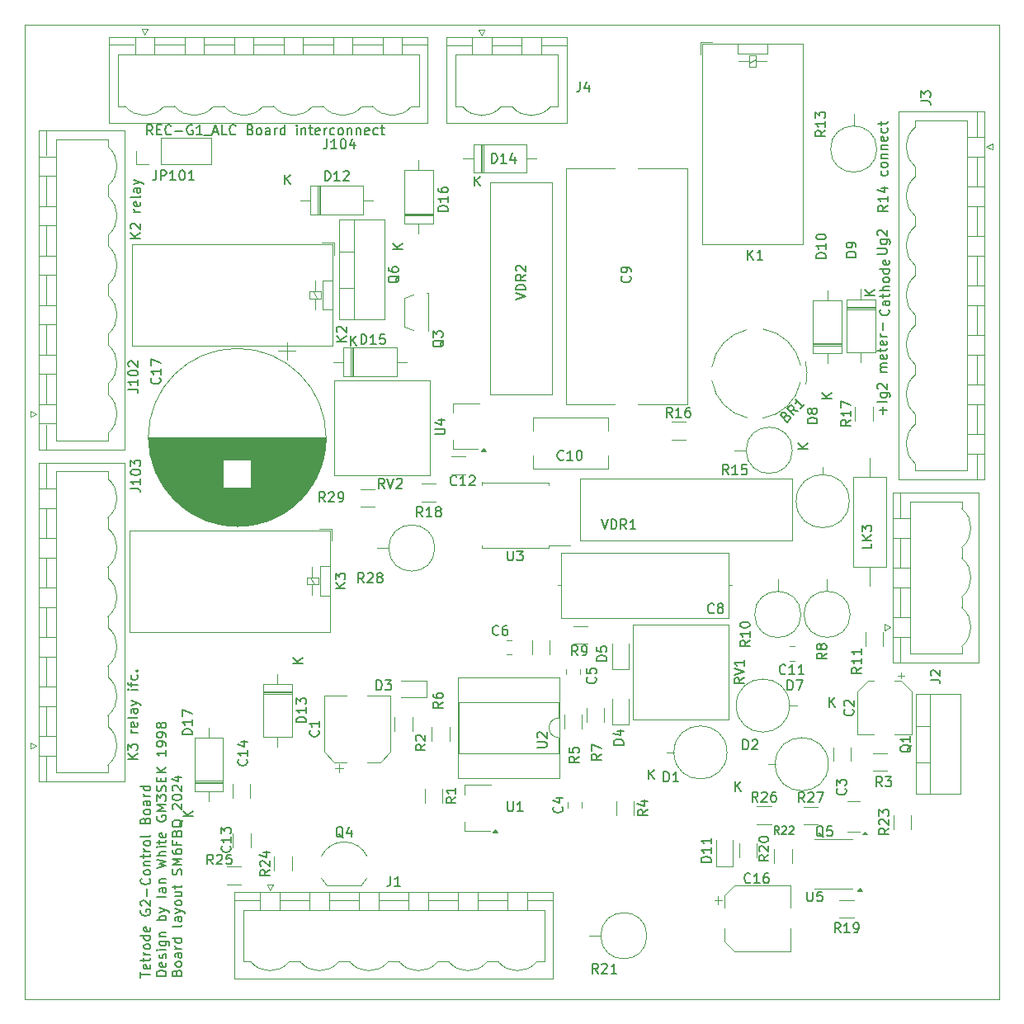
<source format=gbr>
%TF.GenerationSoftware,KiCad,Pcbnew,8.0.0*%
%TF.CreationDate,2024-02-29T13:53:57+01:00*%
%TF.ProjectId,G2-Control,47322d43-6f6e-4747-926f-6c2e6b696361,rev?*%
%TF.SameCoordinates,Original*%
%TF.FileFunction,Legend,Top*%
%TF.FilePolarity,Positive*%
%FSLAX46Y46*%
G04 Gerber Fmt 4.6, Leading zero omitted, Abs format (unit mm)*
G04 Created by KiCad (PCBNEW 8.0.0) date 2024-02-29 13:53:57*
%MOMM*%
%LPD*%
G01*
G04 APERTURE LIST*
%ADD10C,0.150000*%
%ADD11C,0.120000*%
%TA.AperFunction,Profile*%
%ADD12C,0.100000*%
%TD*%
G04 APERTURE END LIST*
D10*
X91878032Y-61919289D02*
X90878032Y-61919289D01*
X91878032Y-61347861D02*
X91306603Y-61776432D01*
X90878032Y-61347861D02*
X91449460Y-61919289D01*
X90973270Y-60966908D02*
X90925651Y-60919289D01*
X90925651Y-60919289D02*
X90878032Y-60824051D01*
X90878032Y-60824051D02*
X90878032Y-60585956D01*
X90878032Y-60585956D02*
X90925651Y-60490718D01*
X90925651Y-60490718D02*
X90973270Y-60443099D01*
X90973270Y-60443099D02*
X91068508Y-60395480D01*
X91068508Y-60395480D02*
X91163746Y-60395480D01*
X91163746Y-60395480D02*
X91306603Y-60443099D01*
X91306603Y-60443099D02*
X91878032Y-61014527D01*
X91878032Y-61014527D02*
X91878032Y-60395480D01*
X91878032Y-59205003D02*
X91211365Y-59205003D01*
X91401841Y-59205003D02*
X91306603Y-59157384D01*
X91306603Y-59157384D02*
X91258984Y-59109765D01*
X91258984Y-59109765D02*
X91211365Y-59014527D01*
X91211365Y-59014527D02*
X91211365Y-58919289D01*
X91830413Y-58205003D02*
X91878032Y-58300241D01*
X91878032Y-58300241D02*
X91878032Y-58490717D01*
X91878032Y-58490717D02*
X91830413Y-58585955D01*
X91830413Y-58585955D02*
X91735174Y-58633574D01*
X91735174Y-58633574D02*
X91354222Y-58633574D01*
X91354222Y-58633574D02*
X91258984Y-58585955D01*
X91258984Y-58585955D02*
X91211365Y-58490717D01*
X91211365Y-58490717D02*
X91211365Y-58300241D01*
X91211365Y-58300241D02*
X91258984Y-58205003D01*
X91258984Y-58205003D02*
X91354222Y-58157384D01*
X91354222Y-58157384D02*
X91449460Y-58157384D01*
X91449460Y-58157384D02*
X91544698Y-58633574D01*
X91878032Y-57585955D02*
X91830413Y-57681193D01*
X91830413Y-57681193D02*
X91735174Y-57728812D01*
X91735174Y-57728812D02*
X90878032Y-57728812D01*
X91878032Y-56776431D02*
X91354222Y-56776431D01*
X91354222Y-56776431D02*
X91258984Y-56824050D01*
X91258984Y-56824050D02*
X91211365Y-56919288D01*
X91211365Y-56919288D02*
X91211365Y-57109764D01*
X91211365Y-57109764D02*
X91258984Y-57205002D01*
X91830413Y-56776431D02*
X91878032Y-56871669D01*
X91878032Y-56871669D02*
X91878032Y-57109764D01*
X91878032Y-57109764D02*
X91830413Y-57205002D01*
X91830413Y-57205002D02*
X91735174Y-57252621D01*
X91735174Y-57252621D02*
X91639936Y-57252621D01*
X91639936Y-57252621D02*
X91544698Y-57205002D01*
X91544698Y-57205002D02*
X91497079Y-57109764D01*
X91497079Y-57109764D02*
X91497079Y-56871669D01*
X91497079Y-56871669D02*
X91449460Y-56776431D01*
X91211365Y-56395478D02*
X91878032Y-56157383D01*
X91211365Y-55919288D02*
X91878032Y-56157383D01*
X91878032Y-56157383D02*
X92116127Y-56252621D01*
X92116127Y-56252621D02*
X92163746Y-56300240D01*
X92163746Y-56300240D02*
X92211365Y-56395478D01*
X91908144Y-137772146D02*
X91908144Y-137200718D01*
X92908144Y-137486432D02*
X91908144Y-137486432D01*
X92860525Y-136486432D02*
X92908144Y-136581670D01*
X92908144Y-136581670D02*
X92908144Y-136772146D01*
X92908144Y-136772146D02*
X92860525Y-136867384D01*
X92860525Y-136867384D02*
X92765286Y-136915003D01*
X92765286Y-136915003D02*
X92384334Y-136915003D01*
X92384334Y-136915003D02*
X92289096Y-136867384D01*
X92289096Y-136867384D02*
X92241477Y-136772146D01*
X92241477Y-136772146D02*
X92241477Y-136581670D01*
X92241477Y-136581670D02*
X92289096Y-136486432D01*
X92289096Y-136486432D02*
X92384334Y-136438813D01*
X92384334Y-136438813D02*
X92479572Y-136438813D01*
X92479572Y-136438813D02*
X92574810Y-136915003D01*
X92241477Y-136153098D02*
X92241477Y-135772146D01*
X91908144Y-136010241D02*
X92765286Y-136010241D01*
X92765286Y-136010241D02*
X92860525Y-135962622D01*
X92860525Y-135962622D02*
X92908144Y-135867384D01*
X92908144Y-135867384D02*
X92908144Y-135772146D01*
X92908144Y-135438812D02*
X92241477Y-135438812D01*
X92431953Y-135438812D02*
X92336715Y-135391193D01*
X92336715Y-135391193D02*
X92289096Y-135343574D01*
X92289096Y-135343574D02*
X92241477Y-135248336D01*
X92241477Y-135248336D02*
X92241477Y-135153098D01*
X92908144Y-134676907D02*
X92860525Y-134772145D01*
X92860525Y-134772145D02*
X92812905Y-134819764D01*
X92812905Y-134819764D02*
X92717667Y-134867383D01*
X92717667Y-134867383D02*
X92431953Y-134867383D01*
X92431953Y-134867383D02*
X92336715Y-134819764D01*
X92336715Y-134819764D02*
X92289096Y-134772145D01*
X92289096Y-134772145D02*
X92241477Y-134676907D01*
X92241477Y-134676907D02*
X92241477Y-134534050D01*
X92241477Y-134534050D02*
X92289096Y-134438812D01*
X92289096Y-134438812D02*
X92336715Y-134391193D01*
X92336715Y-134391193D02*
X92431953Y-134343574D01*
X92431953Y-134343574D02*
X92717667Y-134343574D01*
X92717667Y-134343574D02*
X92812905Y-134391193D01*
X92812905Y-134391193D02*
X92860525Y-134438812D01*
X92860525Y-134438812D02*
X92908144Y-134534050D01*
X92908144Y-134534050D02*
X92908144Y-134676907D01*
X92908144Y-133486431D02*
X91908144Y-133486431D01*
X92860525Y-133486431D02*
X92908144Y-133581669D01*
X92908144Y-133581669D02*
X92908144Y-133772145D01*
X92908144Y-133772145D02*
X92860525Y-133867383D01*
X92860525Y-133867383D02*
X92812905Y-133915002D01*
X92812905Y-133915002D02*
X92717667Y-133962621D01*
X92717667Y-133962621D02*
X92431953Y-133962621D01*
X92431953Y-133962621D02*
X92336715Y-133915002D01*
X92336715Y-133915002D02*
X92289096Y-133867383D01*
X92289096Y-133867383D02*
X92241477Y-133772145D01*
X92241477Y-133772145D02*
X92241477Y-133581669D01*
X92241477Y-133581669D02*
X92289096Y-133486431D01*
X92860525Y-132629288D02*
X92908144Y-132724526D01*
X92908144Y-132724526D02*
X92908144Y-132915002D01*
X92908144Y-132915002D02*
X92860525Y-133010240D01*
X92860525Y-133010240D02*
X92765286Y-133057859D01*
X92765286Y-133057859D02*
X92384334Y-133057859D01*
X92384334Y-133057859D02*
X92289096Y-133010240D01*
X92289096Y-133010240D02*
X92241477Y-132915002D01*
X92241477Y-132915002D02*
X92241477Y-132724526D01*
X92241477Y-132724526D02*
X92289096Y-132629288D01*
X92289096Y-132629288D02*
X92384334Y-132581669D01*
X92384334Y-132581669D02*
X92479572Y-132581669D01*
X92479572Y-132581669D02*
X92574810Y-133057859D01*
X91955763Y-130867383D02*
X91908144Y-130962621D01*
X91908144Y-130962621D02*
X91908144Y-131105478D01*
X91908144Y-131105478D02*
X91955763Y-131248335D01*
X91955763Y-131248335D02*
X92051001Y-131343573D01*
X92051001Y-131343573D02*
X92146239Y-131391192D01*
X92146239Y-131391192D02*
X92336715Y-131438811D01*
X92336715Y-131438811D02*
X92479572Y-131438811D01*
X92479572Y-131438811D02*
X92670048Y-131391192D01*
X92670048Y-131391192D02*
X92765286Y-131343573D01*
X92765286Y-131343573D02*
X92860525Y-131248335D01*
X92860525Y-131248335D02*
X92908144Y-131105478D01*
X92908144Y-131105478D02*
X92908144Y-131010240D01*
X92908144Y-131010240D02*
X92860525Y-130867383D01*
X92860525Y-130867383D02*
X92812905Y-130819764D01*
X92812905Y-130819764D02*
X92479572Y-130819764D01*
X92479572Y-130819764D02*
X92479572Y-131010240D01*
X92003382Y-130438811D02*
X91955763Y-130391192D01*
X91955763Y-130391192D02*
X91908144Y-130295954D01*
X91908144Y-130295954D02*
X91908144Y-130057859D01*
X91908144Y-130057859D02*
X91955763Y-129962621D01*
X91955763Y-129962621D02*
X92003382Y-129915002D01*
X92003382Y-129915002D02*
X92098620Y-129867383D01*
X92098620Y-129867383D02*
X92193858Y-129867383D01*
X92193858Y-129867383D02*
X92336715Y-129915002D01*
X92336715Y-129915002D02*
X92908144Y-130486430D01*
X92908144Y-130486430D02*
X92908144Y-129867383D01*
X92527191Y-129438811D02*
X92527191Y-128676907D01*
X92812905Y-127629288D02*
X92860525Y-127676907D01*
X92860525Y-127676907D02*
X92908144Y-127819764D01*
X92908144Y-127819764D02*
X92908144Y-127915002D01*
X92908144Y-127915002D02*
X92860525Y-128057859D01*
X92860525Y-128057859D02*
X92765286Y-128153097D01*
X92765286Y-128153097D02*
X92670048Y-128200716D01*
X92670048Y-128200716D02*
X92479572Y-128248335D01*
X92479572Y-128248335D02*
X92336715Y-128248335D01*
X92336715Y-128248335D02*
X92146239Y-128200716D01*
X92146239Y-128200716D02*
X92051001Y-128153097D01*
X92051001Y-128153097D02*
X91955763Y-128057859D01*
X91955763Y-128057859D02*
X91908144Y-127915002D01*
X91908144Y-127915002D02*
X91908144Y-127819764D01*
X91908144Y-127819764D02*
X91955763Y-127676907D01*
X91955763Y-127676907D02*
X92003382Y-127629288D01*
X92908144Y-127057859D02*
X92860525Y-127153097D01*
X92860525Y-127153097D02*
X92812905Y-127200716D01*
X92812905Y-127200716D02*
X92717667Y-127248335D01*
X92717667Y-127248335D02*
X92431953Y-127248335D01*
X92431953Y-127248335D02*
X92336715Y-127200716D01*
X92336715Y-127200716D02*
X92289096Y-127153097D01*
X92289096Y-127153097D02*
X92241477Y-127057859D01*
X92241477Y-127057859D02*
X92241477Y-126915002D01*
X92241477Y-126915002D02*
X92289096Y-126819764D01*
X92289096Y-126819764D02*
X92336715Y-126772145D01*
X92336715Y-126772145D02*
X92431953Y-126724526D01*
X92431953Y-126724526D02*
X92717667Y-126724526D01*
X92717667Y-126724526D02*
X92812905Y-126772145D01*
X92812905Y-126772145D02*
X92860525Y-126819764D01*
X92860525Y-126819764D02*
X92908144Y-126915002D01*
X92908144Y-126915002D02*
X92908144Y-127057859D01*
X92241477Y-126295954D02*
X92908144Y-126295954D01*
X92336715Y-126295954D02*
X92289096Y-126248335D01*
X92289096Y-126248335D02*
X92241477Y-126153097D01*
X92241477Y-126153097D02*
X92241477Y-126010240D01*
X92241477Y-126010240D02*
X92289096Y-125915002D01*
X92289096Y-125915002D02*
X92384334Y-125867383D01*
X92384334Y-125867383D02*
X92908144Y-125867383D01*
X92241477Y-125534049D02*
X92241477Y-125153097D01*
X91908144Y-125391192D02*
X92765286Y-125391192D01*
X92765286Y-125391192D02*
X92860525Y-125343573D01*
X92860525Y-125343573D02*
X92908144Y-125248335D01*
X92908144Y-125248335D02*
X92908144Y-125153097D01*
X92908144Y-124819763D02*
X92241477Y-124819763D01*
X92431953Y-124819763D02*
X92336715Y-124772144D01*
X92336715Y-124772144D02*
X92289096Y-124724525D01*
X92289096Y-124724525D02*
X92241477Y-124629287D01*
X92241477Y-124629287D02*
X92241477Y-124534049D01*
X92908144Y-124057858D02*
X92860525Y-124153096D01*
X92860525Y-124153096D02*
X92812905Y-124200715D01*
X92812905Y-124200715D02*
X92717667Y-124248334D01*
X92717667Y-124248334D02*
X92431953Y-124248334D01*
X92431953Y-124248334D02*
X92336715Y-124200715D01*
X92336715Y-124200715D02*
X92289096Y-124153096D01*
X92289096Y-124153096D02*
X92241477Y-124057858D01*
X92241477Y-124057858D02*
X92241477Y-123915001D01*
X92241477Y-123915001D02*
X92289096Y-123819763D01*
X92289096Y-123819763D02*
X92336715Y-123772144D01*
X92336715Y-123772144D02*
X92431953Y-123724525D01*
X92431953Y-123724525D02*
X92717667Y-123724525D01*
X92717667Y-123724525D02*
X92812905Y-123772144D01*
X92812905Y-123772144D02*
X92860525Y-123819763D01*
X92860525Y-123819763D02*
X92908144Y-123915001D01*
X92908144Y-123915001D02*
X92908144Y-124057858D01*
X92908144Y-123153096D02*
X92860525Y-123248334D01*
X92860525Y-123248334D02*
X92765286Y-123295953D01*
X92765286Y-123295953D02*
X91908144Y-123295953D01*
X92384334Y-121676905D02*
X92431953Y-121534048D01*
X92431953Y-121534048D02*
X92479572Y-121486429D01*
X92479572Y-121486429D02*
X92574810Y-121438810D01*
X92574810Y-121438810D02*
X92717667Y-121438810D01*
X92717667Y-121438810D02*
X92812905Y-121486429D01*
X92812905Y-121486429D02*
X92860525Y-121534048D01*
X92860525Y-121534048D02*
X92908144Y-121629286D01*
X92908144Y-121629286D02*
X92908144Y-122010238D01*
X92908144Y-122010238D02*
X91908144Y-122010238D01*
X91908144Y-122010238D02*
X91908144Y-121676905D01*
X91908144Y-121676905D02*
X91955763Y-121581667D01*
X91955763Y-121581667D02*
X92003382Y-121534048D01*
X92003382Y-121534048D02*
X92098620Y-121486429D01*
X92098620Y-121486429D02*
X92193858Y-121486429D01*
X92193858Y-121486429D02*
X92289096Y-121534048D01*
X92289096Y-121534048D02*
X92336715Y-121581667D01*
X92336715Y-121581667D02*
X92384334Y-121676905D01*
X92384334Y-121676905D02*
X92384334Y-122010238D01*
X92908144Y-120867381D02*
X92860525Y-120962619D01*
X92860525Y-120962619D02*
X92812905Y-121010238D01*
X92812905Y-121010238D02*
X92717667Y-121057857D01*
X92717667Y-121057857D02*
X92431953Y-121057857D01*
X92431953Y-121057857D02*
X92336715Y-121010238D01*
X92336715Y-121010238D02*
X92289096Y-120962619D01*
X92289096Y-120962619D02*
X92241477Y-120867381D01*
X92241477Y-120867381D02*
X92241477Y-120724524D01*
X92241477Y-120724524D02*
X92289096Y-120629286D01*
X92289096Y-120629286D02*
X92336715Y-120581667D01*
X92336715Y-120581667D02*
X92431953Y-120534048D01*
X92431953Y-120534048D02*
X92717667Y-120534048D01*
X92717667Y-120534048D02*
X92812905Y-120581667D01*
X92812905Y-120581667D02*
X92860525Y-120629286D01*
X92860525Y-120629286D02*
X92908144Y-120724524D01*
X92908144Y-120724524D02*
X92908144Y-120867381D01*
X92908144Y-119676905D02*
X92384334Y-119676905D01*
X92384334Y-119676905D02*
X92289096Y-119724524D01*
X92289096Y-119724524D02*
X92241477Y-119819762D01*
X92241477Y-119819762D02*
X92241477Y-120010238D01*
X92241477Y-120010238D02*
X92289096Y-120105476D01*
X92860525Y-119676905D02*
X92908144Y-119772143D01*
X92908144Y-119772143D02*
X92908144Y-120010238D01*
X92908144Y-120010238D02*
X92860525Y-120105476D01*
X92860525Y-120105476D02*
X92765286Y-120153095D01*
X92765286Y-120153095D02*
X92670048Y-120153095D01*
X92670048Y-120153095D02*
X92574810Y-120105476D01*
X92574810Y-120105476D02*
X92527191Y-120010238D01*
X92527191Y-120010238D02*
X92527191Y-119772143D01*
X92527191Y-119772143D02*
X92479572Y-119676905D01*
X92908144Y-119200714D02*
X92241477Y-119200714D01*
X92431953Y-119200714D02*
X92336715Y-119153095D01*
X92336715Y-119153095D02*
X92289096Y-119105476D01*
X92289096Y-119105476D02*
X92241477Y-119010238D01*
X92241477Y-119010238D02*
X92241477Y-118915000D01*
X92908144Y-118153095D02*
X91908144Y-118153095D01*
X92860525Y-118153095D02*
X92908144Y-118248333D01*
X92908144Y-118248333D02*
X92908144Y-118438809D01*
X92908144Y-118438809D02*
X92860525Y-118534047D01*
X92860525Y-118534047D02*
X92812905Y-118581666D01*
X92812905Y-118581666D02*
X92717667Y-118629285D01*
X92717667Y-118629285D02*
X92431953Y-118629285D01*
X92431953Y-118629285D02*
X92336715Y-118581666D01*
X92336715Y-118581666D02*
X92289096Y-118534047D01*
X92289096Y-118534047D02*
X92241477Y-118438809D01*
X92241477Y-118438809D02*
X92241477Y-118248333D01*
X92241477Y-118248333D02*
X92289096Y-118153095D01*
X94518088Y-137629289D02*
X93518088Y-137629289D01*
X93518088Y-137629289D02*
X93518088Y-137391194D01*
X93518088Y-137391194D02*
X93565707Y-137248337D01*
X93565707Y-137248337D02*
X93660945Y-137153099D01*
X93660945Y-137153099D02*
X93756183Y-137105480D01*
X93756183Y-137105480D02*
X93946659Y-137057861D01*
X93946659Y-137057861D02*
X94089516Y-137057861D01*
X94089516Y-137057861D02*
X94279992Y-137105480D01*
X94279992Y-137105480D02*
X94375230Y-137153099D01*
X94375230Y-137153099D02*
X94470469Y-137248337D01*
X94470469Y-137248337D02*
X94518088Y-137391194D01*
X94518088Y-137391194D02*
X94518088Y-137629289D01*
X94470469Y-136248337D02*
X94518088Y-136343575D01*
X94518088Y-136343575D02*
X94518088Y-136534051D01*
X94518088Y-136534051D02*
X94470469Y-136629289D01*
X94470469Y-136629289D02*
X94375230Y-136676908D01*
X94375230Y-136676908D02*
X93994278Y-136676908D01*
X93994278Y-136676908D02*
X93899040Y-136629289D01*
X93899040Y-136629289D02*
X93851421Y-136534051D01*
X93851421Y-136534051D02*
X93851421Y-136343575D01*
X93851421Y-136343575D02*
X93899040Y-136248337D01*
X93899040Y-136248337D02*
X93994278Y-136200718D01*
X93994278Y-136200718D02*
X94089516Y-136200718D01*
X94089516Y-136200718D02*
X94184754Y-136676908D01*
X94470469Y-135819765D02*
X94518088Y-135724527D01*
X94518088Y-135724527D02*
X94518088Y-135534051D01*
X94518088Y-135534051D02*
X94470469Y-135438813D01*
X94470469Y-135438813D02*
X94375230Y-135391194D01*
X94375230Y-135391194D02*
X94327611Y-135391194D01*
X94327611Y-135391194D02*
X94232373Y-135438813D01*
X94232373Y-135438813D02*
X94184754Y-135534051D01*
X94184754Y-135534051D02*
X94184754Y-135676908D01*
X94184754Y-135676908D02*
X94137135Y-135772146D01*
X94137135Y-135772146D02*
X94041897Y-135819765D01*
X94041897Y-135819765D02*
X93994278Y-135819765D01*
X93994278Y-135819765D02*
X93899040Y-135772146D01*
X93899040Y-135772146D02*
X93851421Y-135676908D01*
X93851421Y-135676908D02*
X93851421Y-135534051D01*
X93851421Y-135534051D02*
X93899040Y-135438813D01*
X94518088Y-134962622D02*
X93851421Y-134962622D01*
X93518088Y-134962622D02*
X93565707Y-135010241D01*
X93565707Y-135010241D02*
X93613326Y-134962622D01*
X93613326Y-134962622D02*
X93565707Y-134915003D01*
X93565707Y-134915003D02*
X93518088Y-134962622D01*
X93518088Y-134962622D02*
X93613326Y-134962622D01*
X93851421Y-134057861D02*
X94660945Y-134057861D01*
X94660945Y-134057861D02*
X94756183Y-134105480D01*
X94756183Y-134105480D02*
X94803802Y-134153099D01*
X94803802Y-134153099D02*
X94851421Y-134248337D01*
X94851421Y-134248337D02*
X94851421Y-134391194D01*
X94851421Y-134391194D02*
X94803802Y-134486432D01*
X94470469Y-134057861D02*
X94518088Y-134153099D01*
X94518088Y-134153099D02*
X94518088Y-134343575D01*
X94518088Y-134343575D02*
X94470469Y-134438813D01*
X94470469Y-134438813D02*
X94422849Y-134486432D01*
X94422849Y-134486432D02*
X94327611Y-134534051D01*
X94327611Y-134534051D02*
X94041897Y-134534051D01*
X94041897Y-134534051D02*
X93946659Y-134486432D01*
X93946659Y-134486432D02*
X93899040Y-134438813D01*
X93899040Y-134438813D02*
X93851421Y-134343575D01*
X93851421Y-134343575D02*
X93851421Y-134153099D01*
X93851421Y-134153099D02*
X93899040Y-134057861D01*
X93851421Y-133581670D02*
X94518088Y-133581670D01*
X93946659Y-133581670D02*
X93899040Y-133534051D01*
X93899040Y-133534051D02*
X93851421Y-133438813D01*
X93851421Y-133438813D02*
X93851421Y-133295956D01*
X93851421Y-133295956D02*
X93899040Y-133200718D01*
X93899040Y-133200718D02*
X93994278Y-133153099D01*
X93994278Y-133153099D02*
X94518088Y-133153099D01*
X94518088Y-131915003D02*
X93518088Y-131915003D01*
X93899040Y-131915003D02*
X93851421Y-131819765D01*
X93851421Y-131819765D02*
X93851421Y-131629289D01*
X93851421Y-131629289D02*
X93899040Y-131534051D01*
X93899040Y-131534051D02*
X93946659Y-131486432D01*
X93946659Y-131486432D02*
X94041897Y-131438813D01*
X94041897Y-131438813D02*
X94327611Y-131438813D01*
X94327611Y-131438813D02*
X94422849Y-131486432D01*
X94422849Y-131486432D02*
X94470469Y-131534051D01*
X94470469Y-131534051D02*
X94518088Y-131629289D01*
X94518088Y-131629289D02*
X94518088Y-131819765D01*
X94518088Y-131819765D02*
X94470469Y-131915003D01*
X93851421Y-131105479D02*
X94518088Y-130867384D01*
X93851421Y-130629289D02*
X94518088Y-130867384D01*
X94518088Y-130867384D02*
X94756183Y-130962622D01*
X94756183Y-130962622D02*
X94803802Y-131010241D01*
X94803802Y-131010241D02*
X94851421Y-131105479D01*
X94518088Y-129486431D02*
X93518088Y-129486431D01*
X94518088Y-128581670D02*
X93994278Y-128581670D01*
X93994278Y-128581670D02*
X93899040Y-128629289D01*
X93899040Y-128629289D02*
X93851421Y-128724527D01*
X93851421Y-128724527D02*
X93851421Y-128915003D01*
X93851421Y-128915003D02*
X93899040Y-129010241D01*
X94470469Y-128581670D02*
X94518088Y-128676908D01*
X94518088Y-128676908D02*
X94518088Y-128915003D01*
X94518088Y-128915003D02*
X94470469Y-129010241D01*
X94470469Y-129010241D02*
X94375230Y-129057860D01*
X94375230Y-129057860D02*
X94279992Y-129057860D01*
X94279992Y-129057860D02*
X94184754Y-129010241D01*
X94184754Y-129010241D02*
X94137135Y-128915003D01*
X94137135Y-128915003D02*
X94137135Y-128676908D01*
X94137135Y-128676908D02*
X94089516Y-128581670D01*
X93851421Y-128105479D02*
X94518088Y-128105479D01*
X93946659Y-128105479D02*
X93899040Y-128057860D01*
X93899040Y-128057860D02*
X93851421Y-127962622D01*
X93851421Y-127962622D02*
X93851421Y-127819765D01*
X93851421Y-127819765D02*
X93899040Y-127724527D01*
X93899040Y-127724527D02*
X93994278Y-127676908D01*
X93994278Y-127676908D02*
X94518088Y-127676908D01*
X93518088Y-126534050D02*
X94518088Y-126295955D01*
X94518088Y-126295955D02*
X93803802Y-126105479D01*
X93803802Y-126105479D02*
X94518088Y-125915003D01*
X94518088Y-125915003D02*
X93518088Y-125676908D01*
X94518088Y-125295955D02*
X93518088Y-125295955D01*
X94518088Y-124867384D02*
X93994278Y-124867384D01*
X93994278Y-124867384D02*
X93899040Y-124915003D01*
X93899040Y-124915003D02*
X93851421Y-125010241D01*
X93851421Y-125010241D02*
X93851421Y-125153098D01*
X93851421Y-125153098D02*
X93899040Y-125248336D01*
X93899040Y-125248336D02*
X93946659Y-125295955D01*
X94518088Y-124391193D02*
X93851421Y-124391193D01*
X93518088Y-124391193D02*
X93565707Y-124438812D01*
X93565707Y-124438812D02*
X93613326Y-124391193D01*
X93613326Y-124391193D02*
X93565707Y-124343574D01*
X93565707Y-124343574D02*
X93518088Y-124391193D01*
X93518088Y-124391193D02*
X93613326Y-124391193D01*
X93851421Y-124057860D02*
X93851421Y-123676908D01*
X93518088Y-123915003D02*
X94375230Y-123915003D01*
X94375230Y-123915003D02*
X94470469Y-123867384D01*
X94470469Y-123867384D02*
X94518088Y-123772146D01*
X94518088Y-123772146D02*
X94518088Y-123676908D01*
X94470469Y-122962622D02*
X94518088Y-123057860D01*
X94518088Y-123057860D02*
X94518088Y-123248336D01*
X94518088Y-123248336D02*
X94470469Y-123343574D01*
X94470469Y-123343574D02*
X94375230Y-123391193D01*
X94375230Y-123391193D02*
X93994278Y-123391193D01*
X93994278Y-123391193D02*
X93899040Y-123343574D01*
X93899040Y-123343574D02*
X93851421Y-123248336D01*
X93851421Y-123248336D02*
X93851421Y-123057860D01*
X93851421Y-123057860D02*
X93899040Y-122962622D01*
X93899040Y-122962622D02*
X93994278Y-122915003D01*
X93994278Y-122915003D02*
X94089516Y-122915003D01*
X94089516Y-122915003D02*
X94184754Y-123391193D01*
X93565707Y-121200717D02*
X93518088Y-121295955D01*
X93518088Y-121295955D02*
X93518088Y-121438812D01*
X93518088Y-121438812D02*
X93565707Y-121581669D01*
X93565707Y-121581669D02*
X93660945Y-121676907D01*
X93660945Y-121676907D02*
X93756183Y-121724526D01*
X93756183Y-121724526D02*
X93946659Y-121772145D01*
X93946659Y-121772145D02*
X94089516Y-121772145D01*
X94089516Y-121772145D02*
X94279992Y-121724526D01*
X94279992Y-121724526D02*
X94375230Y-121676907D01*
X94375230Y-121676907D02*
X94470469Y-121581669D01*
X94470469Y-121581669D02*
X94518088Y-121438812D01*
X94518088Y-121438812D02*
X94518088Y-121343574D01*
X94518088Y-121343574D02*
X94470469Y-121200717D01*
X94470469Y-121200717D02*
X94422849Y-121153098D01*
X94422849Y-121153098D02*
X94089516Y-121153098D01*
X94089516Y-121153098D02*
X94089516Y-121343574D01*
X94518088Y-120724526D02*
X93518088Y-120724526D01*
X93518088Y-120724526D02*
X94232373Y-120391193D01*
X94232373Y-120391193D02*
X93518088Y-120057860D01*
X93518088Y-120057860D02*
X94518088Y-120057860D01*
X93518088Y-119676907D02*
X93518088Y-119057860D01*
X93518088Y-119057860D02*
X93899040Y-119391193D01*
X93899040Y-119391193D02*
X93899040Y-119248336D01*
X93899040Y-119248336D02*
X93946659Y-119153098D01*
X93946659Y-119153098D02*
X93994278Y-119105479D01*
X93994278Y-119105479D02*
X94089516Y-119057860D01*
X94089516Y-119057860D02*
X94327611Y-119057860D01*
X94327611Y-119057860D02*
X94422849Y-119105479D01*
X94422849Y-119105479D02*
X94470469Y-119153098D01*
X94470469Y-119153098D02*
X94518088Y-119248336D01*
X94518088Y-119248336D02*
X94518088Y-119534050D01*
X94518088Y-119534050D02*
X94470469Y-119629288D01*
X94470469Y-119629288D02*
X94422849Y-119676907D01*
X94470469Y-118676907D02*
X94518088Y-118534050D01*
X94518088Y-118534050D02*
X94518088Y-118295955D01*
X94518088Y-118295955D02*
X94470469Y-118200717D01*
X94470469Y-118200717D02*
X94422849Y-118153098D01*
X94422849Y-118153098D02*
X94327611Y-118105479D01*
X94327611Y-118105479D02*
X94232373Y-118105479D01*
X94232373Y-118105479D02*
X94137135Y-118153098D01*
X94137135Y-118153098D02*
X94089516Y-118200717D01*
X94089516Y-118200717D02*
X94041897Y-118295955D01*
X94041897Y-118295955D02*
X93994278Y-118486431D01*
X93994278Y-118486431D02*
X93946659Y-118581669D01*
X93946659Y-118581669D02*
X93899040Y-118629288D01*
X93899040Y-118629288D02*
X93803802Y-118676907D01*
X93803802Y-118676907D02*
X93708564Y-118676907D01*
X93708564Y-118676907D02*
X93613326Y-118629288D01*
X93613326Y-118629288D02*
X93565707Y-118581669D01*
X93565707Y-118581669D02*
X93518088Y-118486431D01*
X93518088Y-118486431D02*
X93518088Y-118248336D01*
X93518088Y-118248336D02*
X93565707Y-118105479D01*
X93994278Y-117676907D02*
X93994278Y-117343574D01*
X94518088Y-117200717D02*
X94518088Y-117676907D01*
X94518088Y-117676907D02*
X93518088Y-117676907D01*
X93518088Y-117676907D02*
X93518088Y-117200717D01*
X94518088Y-116772145D02*
X93518088Y-116772145D01*
X94518088Y-116200717D02*
X93946659Y-116629288D01*
X93518088Y-116200717D02*
X94089516Y-116772145D01*
X94518088Y-114486431D02*
X94518088Y-115057859D01*
X94518088Y-114772145D02*
X93518088Y-114772145D01*
X93518088Y-114772145D02*
X93660945Y-114867383D01*
X93660945Y-114867383D02*
X93756183Y-114962621D01*
X93756183Y-114962621D02*
X93803802Y-115057859D01*
X94518088Y-114010240D02*
X94518088Y-113819764D01*
X94518088Y-113819764D02*
X94470469Y-113724526D01*
X94470469Y-113724526D02*
X94422849Y-113676907D01*
X94422849Y-113676907D02*
X94279992Y-113581669D01*
X94279992Y-113581669D02*
X94089516Y-113534050D01*
X94089516Y-113534050D02*
X93708564Y-113534050D01*
X93708564Y-113534050D02*
X93613326Y-113581669D01*
X93613326Y-113581669D02*
X93565707Y-113629288D01*
X93565707Y-113629288D02*
X93518088Y-113724526D01*
X93518088Y-113724526D02*
X93518088Y-113915002D01*
X93518088Y-113915002D02*
X93565707Y-114010240D01*
X93565707Y-114010240D02*
X93613326Y-114057859D01*
X93613326Y-114057859D02*
X93708564Y-114105478D01*
X93708564Y-114105478D02*
X93946659Y-114105478D01*
X93946659Y-114105478D02*
X94041897Y-114057859D01*
X94041897Y-114057859D02*
X94089516Y-114010240D01*
X94089516Y-114010240D02*
X94137135Y-113915002D01*
X94137135Y-113915002D02*
X94137135Y-113724526D01*
X94137135Y-113724526D02*
X94089516Y-113629288D01*
X94089516Y-113629288D02*
X94041897Y-113581669D01*
X94041897Y-113581669D02*
X93946659Y-113534050D01*
X94518088Y-113057859D02*
X94518088Y-112867383D01*
X94518088Y-112867383D02*
X94470469Y-112772145D01*
X94470469Y-112772145D02*
X94422849Y-112724526D01*
X94422849Y-112724526D02*
X94279992Y-112629288D01*
X94279992Y-112629288D02*
X94089516Y-112581669D01*
X94089516Y-112581669D02*
X93708564Y-112581669D01*
X93708564Y-112581669D02*
X93613326Y-112629288D01*
X93613326Y-112629288D02*
X93565707Y-112676907D01*
X93565707Y-112676907D02*
X93518088Y-112772145D01*
X93518088Y-112772145D02*
X93518088Y-112962621D01*
X93518088Y-112962621D02*
X93565707Y-113057859D01*
X93565707Y-113057859D02*
X93613326Y-113105478D01*
X93613326Y-113105478D02*
X93708564Y-113153097D01*
X93708564Y-113153097D02*
X93946659Y-113153097D01*
X93946659Y-113153097D02*
X94041897Y-113105478D01*
X94041897Y-113105478D02*
X94089516Y-113057859D01*
X94089516Y-113057859D02*
X94137135Y-112962621D01*
X94137135Y-112962621D02*
X94137135Y-112772145D01*
X94137135Y-112772145D02*
X94089516Y-112676907D01*
X94089516Y-112676907D02*
X94041897Y-112629288D01*
X94041897Y-112629288D02*
X93946659Y-112581669D01*
X93946659Y-112010240D02*
X93899040Y-112105478D01*
X93899040Y-112105478D02*
X93851421Y-112153097D01*
X93851421Y-112153097D02*
X93756183Y-112200716D01*
X93756183Y-112200716D02*
X93708564Y-112200716D01*
X93708564Y-112200716D02*
X93613326Y-112153097D01*
X93613326Y-112153097D02*
X93565707Y-112105478D01*
X93565707Y-112105478D02*
X93518088Y-112010240D01*
X93518088Y-112010240D02*
X93518088Y-111819764D01*
X93518088Y-111819764D02*
X93565707Y-111724526D01*
X93565707Y-111724526D02*
X93613326Y-111676907D01*
X93613326Y-111676907D02*
X93708564Y-111629288D01*
X93708564Y-111629288D02*
X93756183Y-111629288D01*
X93756183Y-111629288D02*
X93851421Y-111676907D01*
X93851421Y-111676907D02*
X93899040Y-111724526D01*
X93899040Y-111724526D02*
X93946659Y-111819764D01*
X93946659Y-111819764D02*
X93946659Y-112010240D01*
X93946659Y-112010240D02*
X93994278Y-112105478D01*
X93994278Y-112105478D02*
X94041897Y-112153097D01*
X94041897Y-112153097D02*
X94137135Y-112200716D01*
X94137135Y-112200716D02*
X94327611Y-112200716D01*
X94327611Y-112200716D02*
X94422849Y-112153097D01*
X94422849Y-112153097D02*
X94470469Y-112105478D01*
X94470469Y-112105478D02*
X94518088Y-112010240D01*
X94518088Y-112010240D02*
X94518088Y-111819764D01*
X94518088Y-111819764D02*
X94470469Y-111724526D01*
X94470469Y-111724526D02*
X94422849Y-111676907D01*
X94422849Y-111676907D02*
X94327611Y-111629288D01*
X94327611Y-111629288D02*
X94137135Y-111629288D01*
X94137135Y-111629288D02*
X94041897Y-111676907D01*
X94041897Y-111676907D02*
X93994278Y-111724526D01*
X93994278Y-111724526D02*
X93946659Y-111819764D01*
X95604222Y-137295956D02*
X95651841Y-137153099D01*
X95651841Y-137153099D02*
X95699460Y-137105480D01*
X95699460Y-137105480D02*
X95794698Y-137057861D01*
X95794698Y-137057861D02*
X95937555Y-137057861D01*
X95937555Y-137057861D02*
X96032793Y-137105480D01*
X96032793Y-137105480D02*
X96080413Y-137153099D01*
X96080413Y-137153099D02*
X96128032Y-137248337D01*
X96128032Y-137248337D02*
X96128032Y-137629289D01*
X96128032Y-137629289D02*
X95128032Y-137629289D01*
X95128032Y-137629289D02*
X95128032Y-137295956D01*
X95128032Y-137295956D02*
X95175651Y-137200718D01*
X95175651Y-137200718D02*
X95223270Y-137153099D01*
X95223270Y-137153099D02*
X95318508Y-137105480D01*
X95318508Y-137105480D02*
X95413746Y-137105480D01*
X95413746Y-137105480D02*
X95508984Y-137153099D01*
X95508984Y-137153099D02*
X95556603Y-137200718D01*
X95556603Y-137200718D02*
X95604222Y-137295956D01*
X95604222Y-137295956D02*
X95604222Y-137629289D01*
X96128032Y-136486432D02*
X96080413Y-136581670D01*
X96080413Y-136581670D02*
X96032793Y-136629289D01*
X96032793Y-136629289D02*
X95937555Y-136676908D01*
X95937555Y-136676908D02*
X95651841Y-136676908D01*
X95651841Y-136676908D02*
X95556603Y-136629289D01*
X95556603Y-136629289D02*
X95508984Y-136581670D01*
X95508984Y-136581670D02*
X95461365Y-136486432D01*
X95461365Y-136486432D02*
X95461365Y-136343575D01*
X95461365Y-136343575D02*
X95508984Y-136248337D01*
X95508984Y-136248337D02*
X95556603Y-136200718D01*
X95556603Y-136200718D02*
X95651841Y-136153099D01*
X95651841Y-136153099D02*
X95937555Y-136153099D01*
X95937555Y-136153099D02*
X96032793Y-136200718D01*
X96032793Y-136200718D02*
X96080413Y-136248337D01*
X96080413Y-136248337D02*
X96128032Y-136343575D01*
X96128032Y-136343575D02*
X96128032Y-136486432D01*
X96128032Y-135295956D02*
X95604222Y-135295956D01*
X95604222Y-135295956D02*
X95508984Y-135343575D01*
X95508984Y-135343575D02*
X95461365Y-135438813D01*
X95461365Y-135438813D02*
X95461365Y-135629289D01*
X95461365Y-135629289D02*
X95508984Y-135724527D01*
X96080413Y-135295956D02*
X96128032Y-135391194D01*
X96128032Y-135391194D02*
X96128032Y-135629289D01*
X96128032Y-135629289D02*
X96080413Y-135724527D01*
X96080413Y-135724527D02*
X95985174Y-135772146D01*
X95985174Y-135772146D02*
X95889936Y-135772146D01*
X95889936Y-135772146D02*
X95794698Y-135724527D01*
X95794698Y-135724527D02*
X95747079Y-135629289D01*
X95747079Y-135629289D02*
X95747079Y-135391194D01*
X95747079Y-135391194D02*
X95699460Y-135295956D01*
X96128032Y-134819765D02*
X95461365Y-134819765D01*
X95651841Y-134819765D02*
X95556603Y-134772146D01*
X95556603Y-134772146D02*
X95508984Y-134724527D01*
X95508984Y-134724527D02*
X95461365Y-134629289D01*
X95461365Y-134629289D02*
X95461365Y-134534051D01*
X96128032Y-133772146D02*
X95128032Y-133772146D01*
X96080413Y-133772146D02*
X96128032Y-133867384D01*
X96128032Y-133867384D02*
X96128032Y-134057860D01*
X96128032Y-134057860D02*
X96080413Y-134153098D01*
X96080413Y-134153098D02*
X96032793Y-134200717D01*
X96032793Y-134200717D02*
X95937555Y-134248336D01*
X95937555Y-134248336D02*
X95651841Y-134248336D01*
X95651841Y-134248336D02*
X95556603Y-134200717D01*
X95556603Y-134200717D02*
X95508984Y-134153098D01*
X95508984Y-134153098D02*
X95461365Y-134057860D01*
X95461365Y-134057860D02*
X95461365Y-133867384D01*
X95461365Y-133867384D02*
X95508984Y-133772146D01*
X96128032Y-132391193D02*
X96080413Y-132486431D01*
X96080413Y-132486431D02*
X95985174Y-132534050D01*
X95985174Y-132534050D02*
X95128032Y-132534050D01*
X96128032Y-131581669D02*
X95604222Y-131581669D01*
X95604222Y-131581669D02*
X95508984Y-131629288D01*
X95508984Y-131629288D02*
X95461365Y-131724526D01*
X95461365Y-131724526D02*
X95461365Y-131915002D01*
X95461365Y-131915002D02*
X95508984Y-132010240D01*
X96080413Y-131581669D02*
X96128032Y-131676907D01*
X96128032Y-131676907D02*
X96128032Y-131915002D01*
X96128032Y-131915002D02*
X96080413Y-132010240D01*
X96080413Y-132010240D02*
X95985174Y-132057859D01*
X95985174Y-132057859D02*
X95889936Y-132057859D01*
X95889936Y-132057859D02*
X95794698Y-132010240D01*
X95794698Y-132010240D02*
X95747079Y-131915002D01*
X95747079Y-131915002D02*
X95747079Y-131676907D01*
X95747079Y-131676907D02*
X95699460Y-131581669D01*
X95461365Y-131200716D02*
X96128032Y-130962621D01*
X95461365Y-130724526D02*
X96128032Y-130962621D01*
X96128032Y-130962621D02*
X96366127Y-131057859D01*
X96366127Y-131057859D02*
X96413746Y-131105478D01*
X96413746Y-131105478D02*
X96461365Y-131200716D01*
X96128032Y-130200716D02*
X96080413Y-130295954D01*
X96080413Y-130295954D02*
X96032793Y-130343573D01*
X96032793Y-130343573D02*
X95937555Y-130391192D01*
X95937555Y-130391192D02*
X95651841Y-130391192D01*
X95651841Y-130391192D02*
X95556603Y-130343573D01*
X95556603Y-130343573D02*
X95508984Y-130295954D01*
X95508984Y-130295954D02*
X95461365Y-130200716D01*
X95461365Y-130200716D02*
X95461365Y-130057859D01*
X95461365Y-130057859D02*
X95508984Y-129962621D01*
X95508984Y-129962621D02*
X95556603Y-129915002D01*
X95556603Y-129915002D02*
X95651841Y-129867383D01*
X95651841Y-129867383D02*
X95937555Y-129867383D01*
X95937555Y-129867383D02*
X96032793Y-129915002D01*
X96032793Y-129915002D02*
X96080413Y-129962621D01*
X96080413Y-129962621D02*
X96128032Y-130057859D01*
X96128032Y-130057859D02*
X96128032Y-130200716D01*
X95461365Y-129010240D02*
X96128032Y-129010240D01*
X95461365Y-129438811D02*
X95985174Y-129438811D01*
X95985174Y-129438811D02*
X96080413Y-129391192D01*
X96080413Y-129391192D02*
X96128032Y-129295954D01*
X96128032Y-129295954D02*
X96128032Y-129153097D01*
X96128032Y-129153097D02*
X96080413Y-129057859D01*
X96080413Y-129057859D02*
X96032793Y-129010240D01*
X95461365Y-128676906D02*
X95461365Y-128295954D01*
X95128032Y-128534049D02*
X95985174Y-128534049D01*
X95985174Y-128534049D02*
X96080413Y-128486430D01*
X96080413Y-128486430D02*
X96128032Y-128391192D01*
X96128032Y-128391192D02*
X96128032Y-128295954D01*
X96080413Y-127248334D02*
X96128032Y-127105477D01*
X96128032Y-127105477D02*
X96128032Y-126867382D01*
X96128032Y-126867382D02*
X96080413Y-126772144D01*
X96080413Y-126772144D02*
X96032793Y-126724525D01*
X96032793Y-126724525D02*
X95937555Y-126676906D01*
X95937555Y-126676906D02*
X95842317Y-126676906D01*
X95842317Y-126676906D02*
X95747079Y-126724525D01*
X95747079Y-126724525D02*
X95699460Y-126772144D01*
X95699460Y-126772144D02*
X95651841Y-126867382D01*
X95651841Y-126867382D02*
X95604222Y-127057858D01*
X95604222Y-127057858D02*
X95556603Y-127153096D01*
X95556603Y-127153096D02*
X95508984Y-127200715D01*
X95508984Y-127200715D02*
X95413746Y-127248334D01*
X95413746Y-127248334D02*
X95318508Y-127248334D01*
X95318508Y-127248334D02*
X95223270Y-127200715D01*
X95223270Y-127200715D02*
X95175651Y-127153096D01*
X95175651Y-127153096D02*
X95128032Y-127057858D01*
X95128032Y-127057858D02*
X95128032Y-126819763D01*
X95128032Y-126819763D02*
X95175651Y-126676906D01*
X96128032Y-126248334D02*
X95128032Y-126248334D01*
X95128032Y-126248334D02*
X95842317Y-125915001D01*
X95842317Y-125915001D02*
X95128032Y-125581668D01*
X95128032Y-125581668D02*
X96128032Y-125581668D01*
X95128032Y-124676906D02*
X95128032Y-124867382D01*
X95128032Y-124867382D02*
X95175651Y-124962620D01*
X95175651Y-124962620D02*
X95223270Y-125010239D01*
X95223270Y-125010239D02*
X95366127Y-125105477D01*
X95366127Y-125105477D02*
X95556603Y-125153096D01*
X95556603Y-125153096D02*
X95937555Y-125153096D01*
X95937555Y-125153096D02*
X96032793Y-125105477D01*
X96032793Y-125105477D02*
X96080413Y-125057858D01*
X96080413Y-125057858D02*
X96128032Y-124962620D01*
X96128032Y-124962620D02*
X96128032Y-124772144D01*
X96128032Y-124772144D02*
X96080413Y-124676906D01*
X96080413Y-124676906D02*
X96032793Y-124629287D01*
X96032793Y-124629287D02*
X95937555Y-124581668D01*
X95937555Y-124581668D02*
X95699460Y-124581668D01*
X95699460Y-124581668D02*
X95604222Y-124629287D01*
X95604222Y-124629287D02*
X95556603Y-124676906D01*
X95556603Y-124676906D02*
X95508984Y-124772144D01*
X95508984Y-124772144D02*
X95508984Y-124962620D01*
X95508984Y-124962620D02*
X95556603Y-125057858D01*
X95556603Y-125057858D02*
X95604222Y-125105477D01*
X95604222Y-125105477D02*
X95699460Y-125153096D01*
X95604222Y-123819763D02*
X95604222Y-124153096D01*
X96128032Y-124153096D02*
X95128032Y-124153096D01*
X95128032Y-124153096D02*
X95128032Y-123676906D01*
X95604222Y-122962620D02*
X95651841Y-122819763D01*
X95651841Y-122819763D02*
X95699460Y-122772144D01*
X95699460Y-122772144D02*
X95794698Y-122724525D01*
X95794698Y-122724525D02*
X95937555Y-122724525D01*
X95937555Y-122724525D02*
X96032793Y-122772144D01*
X96032793Y-122772144D02*
X96080413Y-122819763D01*
X96080413Y-122819763D02*
X96128032Y-122915001D01*
X96128032Y-122915001D02*
X96128032Y-123295953D01*
X96128032Y-123295953D02*
X95128032Y-123295953D01*
X95128032Y-123295953D02*
X95128032Y-122962620D01*
X95128032Y-122962620D02*
X95175651Y-122867382D01*
X95175651Y-122867382D02*
X95223270Y-122819763D01*
X95223270Y-122819763D02*
X95318508Y-122772144D01*
X95318508Y-122772144D02*
X95413746Y-122772144D01*
X95413746Y-122772144D02*
X95508984Y-122819763D01*
X95508984Y-122819763D02*
X95556603Y-122867382D01*
X95556603Y-122867382D02*
X95604222Y-122962620D01*
X95604222Y-122962620D02*
X95604222Y-123295953D01*
X96223270Y-121629287D02*
X96175651Y-121724525D01*
X96175651Y-121724525D02*
X96080413Y-121819763D01*
X96080413Y-121819763D02*
X95937555Y-121962620D01*
X95937555Y-121962620D02*
X95889936Y-122057858D01*
X95889936Y-122057858D02*
X95889936Y-122153096D01*
X96128032Y-122105477D02*
X96080413Y-122200715D01*
X96080413Y-122200715D02*
X95985174Y-122295953D01*
X95985174Y-122295953D02*
X95794698Y-122343572D01*
X95794698Y-122343572D02*
X95461365Y-122343572D01*
X95461365Y-122343572D02*
X95270889Y-122295953D01*
X95270889Y-122295953D02*
X95175651Y-122200715D01*
X95175651Y-122200715D02*
X95128032Y-122105477D01*
X95128032Y-122105477D02*
X95128032Y-121915001D01*
X95128032Y-121915001D02*
X95175651Y-121819763D01*
X95175651Y-121819763D02*
X95270889Y-121724525D01*
X95270889Y-121724525D02*
X95461365Y-121676906D01*
X95461365Y-121676906D02*
X95794698Y-121676906D01*
X95794698Y-121676906D02*
X95985174Y-121724525D01*
X95985174Y-121724525D02*
X96080413Y-121819763D01*
X96080413Y-121819763D02*
X96128032Y-121915001D01*
X96128032Y-121915001D02*
X96128032Y-122105477D01*
X95223270Y-120534048D02*
X95175651Y-120486429D01*
X95175651Y-120486429D02*
X95128032Y-120391191D01*
X95128032Y-120391191D02*
X95128032Y-120153096D01*
X95128032Y-120153096D02*
X95175651Y-120057858D01*
X95175651Y-120057858D02*
X95223270Y-120010239D01*
X95223270Y-120010239D02*
X95318508Y-119962620D01*
X95318508Y-119962620D02*
X95413746Y-119962620D01*
X95413746Y-119962620D02*
X95556603Y-120010239D01*
X95556603Y-120010239D02*
X96128032Y-120581667D01*
X96128032Y-120581667D02*
X96128032Y-119962620D01*
X95128032Y-119343572D02*
X95128032Y-119248334D01*
X95128032Y-119248334D02*
X95175651Y-119153096D01*
X95175651Y-119153096D02*
X95223270Y-119105477D01*
X95223270Y-119105477D02*
X95318508Y-119057858D01*
X95318508Y-119057858D02*
X95508984Y-119010239D01*
X95508984Y-119010239D02*
X95747079Y-119010239D01*
X95747079Y-119010239D02*
X95937555Y-119057858D01*
X95937555Y-119057858D02*
X96032793Y-119105477D01*
X96032793Y-119105477D02*
X96080413Y-119153096D01*
X96080413Y-119153096D02*
X96128032Y-119248334D01*
X96128032Y-119248334D02*
X96128032Y-119343572D01*
X96128032Y-119343572D02*
X96080413Y-119438810D01*
X96080413Y-119438810D02*
X96032793Y-119486429D01*
X96032793Y-119486429D02*
X95937555Y-119534048D01*
X95937555Y-119534048D02*
X95747079Y-119581667D01*
X95747079Y-119581667D02*
X95508984Y-119581667D01*
X95508984Y-119581667D02*
X95318508Y-119534048D01*
X95318508Y-119534048D02*
X95223270Y-119486429D01*
X95223270Y-119486429D02*
X95175651Y-119438810D01*
X95175651Y-119438810D02*
X95128032Y-119343572D01*
X95223270Y-118629286D02*
X95175651Y-118581667D01*
X95175651Y-118581667D02*
X95128032Y-118486429D01*
X95128032Y-118486429D02*
X95128032Y-118248334D01*
X95128032Y-118248334D02*
X95175651Y-118153096D01*
X95175651Y-118153096D02*
X95223270Y-118105477D01*
X95223270Y-118105477D02*
X95318508Y-118057858D01*
X95318508Y-118057858D02*
X95413746Y-118057858D01*
X95413746Y-118057858D02*
X95556603Y-118105477D01*
X95556603Y-118105477D02*
X96128032Y-118676905D01*
X96128032Y-118676905D02*
X96128032Y-118057858D01*
X95461365Y-117200715D02*
X96128032Y-117200715D01*
X95080413Y-117438810D02*
X95794698Y-117676905D01*
X95794698Y-117676905D02*
X95794698Y-117057858D01*
X91580032Y-115365289D02*
X90580032Y-115365289D01*
X91580032Y-114793861D02*
X91008603Y-115222432D01*
X90580032Y-114793861D02*
X91151460Y-115365289D01*
X90580032Y-114460527D02*
X90580032Y-113841480D01*
X90580032Y-113841480D02*
X90960984Y-114174813D01*
X90960984Y-114174813D02*
X90960984Y-114031956D01*
X90960984Y-114031956D02*
X91008603Y-113936718D01*
X91008603Y-113936718D02*
X91056222Y-113889099D01*
X91056222Y-113889099D02*
X91151460Y-113841480D01*
X91151460Y-113841480D02*
X91389555Y-113841480D01*
X91389555Y-113841480D02*
X91484793Y-113889099D01*
X91484793Y-113889099D02*
X91532413Y-113936718D01*
X91532413Y-113936718D02*
X91580032Y-114031956D01*
X91580032Y-114031956D02*
X91580032Y-114317670D01*
X91580032Y-114317670D02*
X91532413Y-114412908D01*
X91532413Y-114412908D02*
X91484793Y-114460527D01*
X91580032Y-112651003D02*
X90913365Y-112651003D01*
X91103841Y-112651003D02*
X91008603Y-112603384D01*
X91008603Y-112603384D02*
X90960984Y-112555765D01*
X90960984Y-112555765D02*
X90913365Y-112460527D01*
X90913365Y-112460527D02*
X90913365Y-112365289D01*
X91532413Y-111651003D02*
X91580032Y-111746241D01*
X91580032Y-111746241D02*
X91580032Y-111936717D01*
X91580032Y-111936717D02*
X91532413Y-112031955D01*
X91532413Y-112031955D02*
X91437174Y-112079574D01*
X91437174Y-112079574D02*
X91056222Y-112079574D01*
X91056222Y-112079574D02*
X90960984Y-112031955D01*
X90960984Y-112031955D02*
X90913365Y-111936717D01*
X90913365Y-111936717D02*
X90913365Y-111746241D01*
X90913365Y-111746241D02*
X90960984Y-111651003D01*
X90960984Y-111651003D02*
X91056222Y-111603384D01*
X91056222Y-111603384D02*
X91151460Y-111603384D01*
X91151460Y-111603384D02*
X91246698Y-112079574D01*
X91580032Y-111031955D02*
X91532413Y-111127193D01*
X91532413Y-111127193D02*
X91437174Y-111174812D01*
X91437174Y-111174812D02*
X90580032Y-111174812D01*
X91580032Y-110222431D02*
X91056222Y-110222431D01*
X91056222Y-110222431D02*
X90960984Y-110270050D01*
X90960984Y-110270050D02*
X90913365Y-110365288D01*
X90913365Y-110365288D02*
X90913365Y-110555764D01*
X90913365Y-110555764D02*
X90960984Y-110651002D01*
X91532413Y-110222431D02*
X91580032Y-110317669D01*
X91580032Y-110317669D02*
X91580032Y-110555764D01*
X91580032Y-110555764D02*
X91532413Y-110651002D01*
X91532413Y-110651002D02*
X91437174Y-110698621D01*
X91437174Y-110698621D02*
X91341936Y-110698621D01*
X91341936Y-110698621D02*
X91246698Y-110651002D01*
X91246698Y-110651002D02*
X91199079Y-110555764D01*
X91199079Y-110555764D02*
X91199079Y-110317669D01*
X91199079Y-110317669D02*
X91151460Y-110222431D01*
X90913365Y-109841478D02*
X91580032Y-109603383D01*
X90913365Y-109365288D02*
X91580032Y-109603383D01*
X91580032Y-109603383D02*
X91818127Y-109698621D01*
X91818127Y-109698621D02*
X91865746Y-109746240D01*
X91865746Y-109746240D02*
X91913365Y-109841478D01*
X91580032Y-108222430D02*
X90913365Y-108222430D01*
X90580032Y-108222430D02*
X90627651Y-108270049D01*
X90627651Y-108270049D02*
X90675270Y-108222430D01*
X90675270Y-108222430D02*
X90627651Y-108174811D01*
X90627651Y-108174811D02*
X90580032Y-108222430D01*
X90580032Y-108222430D02*
X90675270Y-108222430D01*
X90913365Y-107889097D02*
X90913365Y-107508145D01*
X91580032Y-107746240D02*
X90722889Y-107746240D01*
X90722889Y-107746240D02*
X90627651Y-107698621D01*
X90627651Y-107698621D02*
X90580032Y-107603383D01*
X90580032Y-107603383D02*
X90580032Y-107508145D01*
X91532413Y-106746240D02*
X91580032Y-106841478D01*
X91580032Y-106841478D02*
X91580032Y-107031954D01*
X91580032Y-107031954D02*
X91532413Y-107127192D01*
X91532413Y-107127192D02*
X91484793Y-107174811D01*
X91484793Y-107174811D02*
X91389555Y-107222430D01*
X91389555Y-107222430D02*
X91103841Y-107222430D01*
X91103841Y-107222430D02*
X91008603Y-107174811D01*
X91008603Y-107174811D02*
X90960984Y-107127192D01*
X90960984Y-107127192D02*
X90913365Y-107031954D01*
X90913365Y-107031954D02*
X90913365Y-106841478D01*
X90913365Y-106841478D02*
X90960984Y-106746240D01*
X91484793Y-106317668D02*
X91532413Y-106270049D01*
X91532413Y-106270049D02*
X91580032Y-106317668D01*
X91580032Y-106317668D02*
X91532413Y-106365287D01*
X91532413Y-106365287D02*
X91484793Y-106317668D01*
X91484793Y-106317668D02*
X91580032Y-106317668D01*
X167484032Y-63550889D02*
X168293555Y-63550889D01*
X168293555Y-63550889D02*
X168388793Y-63503270D01*
X168388793Y-63503270D02*
X168436413Y-63455651D01*
X168436413Y-63455651D02*
X168484032Y-63360413D01*
X168484032Y-63360413D02*
X168484032Y-63169937D01*
X168484032Y-63169937D02*
X168436413Y-63074699D01*
X168436413Y-63074699D02*
X168388793Y-63027080D01*
X168388793Y-63027080D02*
X168293555Y-62979461D01*
X168293555Y-62979461D02*
X167484032Y-62979461D01*
X167817365Y-62074699D02*
X168626889Y-62074699D01*
X168626889Y-62074699D02*
X168722127Y-62122318D01*
X168722127Y-62122318D02*
X168769746Y-62169937D01*
X168769746Y-62169937D02*
X168817365Y-62265175D01*
X168817365Y-62265175D02*
X168817365Y-62408032D01*
X168817365Y-62408032D02*
X168769746Y-62503270D01*
X168436413Y-62074699D02*
X168484032Y-62169937D01*
X168484032Y-62169937D02*
X168484032Y-62360413D01*
X168484032Y-62360413D02*
X168436413Y-62455651D01*
X168436413Y-62455651D02*
X168388793Y-62503270D01*
X168388793Y-62503270D02*
X168293555Y-62550889D01*
X168293555Y-62550889D02*
X168007841Y-62550889D01*
X168007841Y-62550889D02*
X167912603Y-62503270D01*
X167912603Y-62503270D02*
X167864984Y-62455651D01*
X167864984Y-62455651D02*
X167817365Y-62360413D01*
X167817365Y-62360413D02*
X167817365Y-62169937D01*
X167817365Y-62169937D02*
X167864984Y-62074699D01*
X167579270Y-61646127D02*
X167531651Y-61598508D01*
X167531651Y-61598508D02*
X167484032Y-61503270D01*
X167484032Y-61503270D02*
X167484032Y-61265175D01*
X167484032Y-61265175D02*
X167531651Y-61169937D01*
X167531651Y-61169937D02*
X167579270Y-61122318D01*
X167579270Y-61122318D02*
X167674508Y-61074699D01*
X167674508Y-61074699D02*
X167769746Y-61074699D01*
X167769746Y-61074699D02*
X167912603Y-61122318D01*
X167912603Y-61122318D02*
X168484032Y-61693746D01*
X168484032Y-61693746D02*
X168484032Y-61074699D01*
X168103079Y-79959289D02*
X168103079Y-79197385D01*
X168484032Y-79578337D02*
X167722127Y-79578337D01*
X168484032Y-78721194D02*
X167484032Y-78721194D01*
X167817365Y-77816433D02*
X168626889Y-77816433D01*
X168626889Y-77816433D02*
X168722127Y-77864052D01*
X168722127Y-77864052D02*
X168769746Y-77911671D01*
X168769746Y-77911671D02*
X168817365Y-78006909D01*
X168817365Y-78006909D02*
X168817365Y-78149766D01*
X168817365Y-78149766D02*
X168769746Y-78245004D01*
X168436413Y-77816433D02*
X168484032Y-77911671D01*
X168484032Y-77911671D02*
X168484032Y-78102147D01*
X168484032Y-78102147D02*
X168436413Y-78197385D01*
X168436413Y-78197385D02*
X168388793Y-78245004D01*
X168388793Y-78245004D02*
X168293555Y-78292623D01*
X168293555Y-78292623D02*
X168007841Y-78292623D01*
X168007841Y-78292623D02*
X167912603Y-78245004D01*
X167912603Y-78245004D02*
X167864984Y-78197385D01*
X167864984Y-78197385D02*
X167817365Y-78102147D01*
X167817365Y-78102147D02*
X167817365Y-77911671D01*
X167817365Y-77911671D02*
X167864984Y-77816433D01*
X167579270Y-77387861D02*
X167531651Y-77340242D01*
X167531651Y-77340242D02*
X167484032Y-77245004D01*
X167484032Y-77245004D02*
X167484032Y-77006909D01*
X167484032Y-77006909D02*
X167531651Y-76911671D01*
X167531651Y-76911671D02*
X167579270Y-76864052D01*
X167579270Y-76864052D02*
X167674508Y-76816433D01*
X167674508Y-76816433D02*
X167769746Y-76816433D01*
X167769746Y-76816433D02*
X167912603Y-76864052D01*
X167912603Y-76864052D02*
X168484032Y-77435480D01*
X168484032Y-77435480D02*
X168484032Y-76816433D01*
X168484032Y-75625956D02*
X167817365Y-75625956D01*
X167912603Y-75625956D02*
X167864984Y-75578337D01*
X167864984Y-75578337D02*
X167817365Y-75483099D01*
X167817365Y-75483099D02*
X167817365Y-75340242D01*
X167817365Y-75340242D02*
X167864984Y-75245004D01*
X167864984Y-75245004D02*
X167960222Y-75197385D01*
X167960222Y-75197385D02*
X168484032Y-75197385D01*
X167960222Y-75197385D02*
X167864984Y-75149766D01*
X167864984Y-75149766D02*
X167817365Y-75054528D01*
X167817365Y-75054528D02*
X167817365Y-74911671D01*
X167817365Y-74911671D02*
X167864984Y-74816432D01*
X167864984Y-74816432D02*
X167960222Y-74768813D01*
X167960222Y-74768813D02*
X168484032Y-74768813D01*
X168436413Y-73911671D02*
X168484032Y-74006909D01*
X168484032Y-74006909D02*
X168484032Y-74197385D01*
X168484032Y-74197385D02*
X168436413Y-74292623D01*
X168436413Y-74292623D02*
X168341174Y-74340242D01*
X168341174Y-74340242D02*
X167960222Y-74340242D01*
X167960222Y-74340242D02*
X167864984Y-74292623D01*
X167864984Y-74292623D02*
X167817365Y-74197385D01*
X167817365Y-74197385D02*
X167817365Y-74006909D01*
X167817365Y-74006909D02*
X167864984Y-73911671D01*
X167864984Y-73911671D02*
X167960222Y-73864052D01*
X167960222Y-73864052D02*
X168055460Y-73864052D01*
X168055460Y-73864052D02*
X168150698Y-74340242D01*
X167817365Y-73578337D02*
X167817365Y-73197385D01*
X167484032Y-73435480D02*
X168341174Y-73435480D01*
X168341174Y-73435480D02*
X168436413Y-73387861D01*
X168436413Y-73387861D02*
X168484032Y-73292623D01*
X168484032Y-73292623D02*
X168484032Y-73197385D01*
X168436413Y-72483099D02*
X168484032Y-72578337D01*
X168484032Y-72578337D02*
X168484032Y-72768813D01*
X168484032Y-72768813D02*
X168436413Y-72864051D01*
X168436413Y-72864051D02*
X168341174Y-72911670D01*
X168341174Y-72911670D02*
X167960222Y-72911670D01*
X167960222Y-72911670D02*
X167864984Y-72864051D01*
X167864984Y-72864051D02*
X167817365Y-72768813D01*
X167817365Y-72768813D02*
X167817365Y-72578337D01*
X167817365Y-72578337D02*
X167864984Y-72483099D01*
X167864984Y-72483099D02*
X167960222Y-72435480D01*
X167960222Y-72435480D02*
X168055460Y-72435480D01*
X168055460Y-72435480D02*
X168150698Y-72911670D01*
X168484032Y-72006908D02*
X167817365Y-72006908D01*
X168007841Y-72006908D02*
X167912603Y-71959289D01*
X167912603Y-71959289D02*
X167864984Y-71911670D01*
X167864984Y-71911670D02*
X167817365Y-71816432D01*
X167817365Y-71816432D02*
X167817365Y-71721194D01*
X168103079Y-71387860D02*
X168103079Y-70625956D01*
X168642793Y-69227861D02*
X168690413Y-69275480D01*
X168690413Y-69275480D02*
X168738032Y-69418337D01*
X168738032Y-69418337D02*
X168738032Y-69513575D01*
X168738032Y-69513575D02*
X168690413Y-69656432D01*
X168690413Y-69656432D02*
X168595174Y-69751670D01*
X168595174Y-69751670D02*
X168499936Y-69799289D01*
X168499936Y-69799289D02*
X168309460Y-69846908D01*
X168309460Y-69846908D02*
X168166603Y-69846908D01*
X168166603Y-69846908D02*
X167976127Y-69799289D01*
X167976127Y-69799289D02*
X167880889Y-69751670D01*
X167880889Y-69751670D02*
X167785651Y-69656432D01*
X167785651Y-69656432D02*
X167738032Y-69513575D01*
X167738032Y-69513575D02*
X167738032Y-69418337D01*
X167738032Y-69418337D02*
X167785651Y-69275480D01*
X167785651Y-69275480D02*
X167833270Y-69227861D01*
X168738032Y-68370718D02*
X168214222Y-68370718D01*
X168214222Y-68370718D02*
X168118984Y-68418337D01*
X168118984Y-68418337D02*
X168071365Y-68513575D01*
X168071365Y-68513575D02*
X168071365Y-68704051D01*
X168071365Y-68704051D02*
X168118984Y-68799289D01*
X168690413Y-68370718D02*
X168738032Y-68465956D01*
X168738032Y-68465956D02*
X168738032Y-68704051D01*
X168738032Y-68704051D02*
X168690413Y-68799289D01*
X168690413Y-68799289D02*
X168595174Y-68846908D01*
X168595174Y-68846908D02*
X168499936Y-68846908D01*
X168499936Y-68846908D02*
X168404698Y-68799289D01*
X168404698Y-68799289D02*
X168357079Y-68704051D01*
X168357079Y-68704051D02*
X168357079Y-68465956D01*
X168357079Y-68465956D02*
X168309460Y-68370718D01*
X168071365Y-68037384D02*
X168071365Y-67656432D01*
X167738032Y-67894527D02*
X168595174Y-67894527D01*
X168595174Y-67894527D02*
X168690413Y-67846908D01*
X168690413Y-67846908D02*
X168738032Y-67751670D01*
X168738032Y-67751670D02*
X168738032Y-67656432D01*
X168738032Y-67323098D02*
X167738032Y-67323098D01*
X168738032Y-66894527D02*
X168214222Y-66894527D01*
X168214222Y-66894527D02*
X168118984Y-66942146D01*
X168118984Y-66942146D02*
X168071365Y-67037384D01*
X168071365Y-67037384D02*
X168071365Y-67180241D01*
X168071365Y-67180241D02*
X168118984Y-67275479D01*
X168118984Y-67275479D02*
X168166603Y-67323098D01*
X168738032Y-66275479D02*
X168690413Y-66370717D01*
X168690413Y-66370717D02*
X168642793Y-66418336D01*
X168642793Y-66418336D02*
X168547555Y-66465955D01*
X168547555Y-66465955D02*
X168261841Y-66465955D01*
X168261841Y-66465955D02*
X168166603Y-66418336D01*
X168166603Y-66418336D02*
X168118984Y-66370717D01*
X168118984Y-66370717D02*
X168071365Y-66275479D01*
X168071365Y-66275479D02*
X168071365Y-66132622D01*
X168071365Y-66132622D02*
X168118984Y-66037384D01*
X168118984Y-66037384D02*
X168166603Y-65989765D01*
X168166603Y-65989765D02*
X168261841Y-65942146D01*
X168261841Y-65942146D02*
X168547555Y-65942146D01*
X168547555Y-65942146D02*
X168642793Y-65989765D01*
X168642793Y-65989765D02*
X168690413Y-66037384D01*
X168690413Y-66037384D02*
X168738032Y-66132622D01*
X168738032Y-66132622D02*
X168738032Y-66275479D01*
X168738032Y-65085003D02*
X167738032Y-65085003D01*
X168690413Y-65085003D02*
X168738032Y-65180241D01*
X168738032Y-65180241D02*
X168738032Y-65370717D01*
X168738032Y-65370717D02*
X168690413Y-65465955D01*
X168690413Y-65465955D02*
X168642793Y-65513574D01*
X168642793Y-65513574D02*
X168547555Y-65561193D01*
X168547555Y-65561193D02*
X168261841Y-65561193D01*
X168261841Y-65561193D02*
X168166603Y-65513574D01*
X168166603Y-65513574D02*
X168118984Y-65465955D01*
X168118984Y-65465955D02*
X168071365Y-65370717D01*
X168071365Y-65370717D02*
X168071365Y-65180241D01*
X168071365Y-65180241D02*
X168118984Y-65085003D01*
X168690413Y-64227860D02*
X168738032Y-64323098D01*
X168738032Y-64323098D02*
X168738032Y-64513574D01*
X168738032Y-64513574D02*
X168690413Y-64608812D01*
X168690413Y-64608812D02*
X168595174Y-64656431D01*
X168595174Y-64656431D02*
X168214222Y-64656431D01*
X168214222Y-64656431D02*
X168118984Y-64608812D01*
X168118984Y-64608812D02*
X168071365Y-64513574D01*
X168071365Y-64513574D02*
X168071365Y-64323098D01*
X168071365Y-64323098D02*
X168118984Y-64227860D01*
X168118984Y-64227860D02*
X168214222Y-64180241D01*
X168214222Y-64180241D02*
X168309460Y-64180241D01*
X168309460Y-64180241D02*
X168404698Y-64656431D01*
X168534832Y-58559861D02*
X168058641Y-58893194D01*
X168534832Y-59131289D02*
X167534832Y-59131289D01*
X167534832Y-59131289D02*
X167534832Y-58750337D01*
X167534832Y-58750337D02*
X167582451Y-58655099D01*
X167582451Y-58655099D02*
X167630070Y-58607480D01*
X167630070Y-58607480D02*
X167725308Y-58559861D01*
X167725308Y-58559861D02*
X167868165Y-58559861D01*
X167868165Y-58559861D02*
X167963403Y-58607480D01*
X167963403Y-58607480D02*
X168011022Y-58655099D01*
X168011022Y-58655099D02*
X168058641Y-58750337D01*
X168058641Y-58750337D02*
X168058641Y-59131289D01*
X168534832Y-57607480D02*
X168534832Y-58178908D01*
X168534832Y-57893194D02*
X167534832Y-57893194D01*
X167534832Y-57893194D02*
X167677689Y-57988432D01*
X167677689Y-57988432D02*
X167772927Y-58083670D01*
X167772927Y-58083670D02*
X167820546Y-58178908D01*
X167868165Y-56750337D02*
X168534832Y-56750337D01*
X167487213Y-56988432D02*
X168201498Y-57226527D01*
X168201498Y-57226527D02*
X168201498Y-56607480D01*
X168487213Y-55036051D02*
X168534832Y-55131289D01*
X168534832Y-55131289D02*
X168534832Y-55321765D01*
X168534832Y-55321765D02*
X168487213Y-55417003D01*
X168487213Y-55417003D02*
X168439593Y-55464622D01*
X168439593Y-55464622D02*
X168344355Y-55512241D01*
X168344355Y-55512241D02*
X168058641Y-55512241D01*
X168058641Y-55512241D02*
X167963403Y-55464622D01*
X167963403Y-55464622D02*
X167915784Y-55417003D01*
X167915784Y-55417003D02*
X167868165Y-55321765D01*
X167868165Y-55321765D02*
X167868165Y-55131289D01*
X167868165Y-55131289D02*
X167915784Y-55036051D01*
X168534832Y-54464622D02*
X168487213Y-54559860D01*
X168487213Y-54559860D02*
X168439593Y-54607479D01*
X168439593Y-54607479D02*
X168344355Y-54655098D01*
X168344355Y-54655098D02*
X168058641Y-54655098D01*
X168058641Y-54655098D02*
X167963403Y-54607479D01*
X167963403Y-54607479D02*
X167915784Y-54559860D01*
X167915784Y-54559860D02*
X167868165Y-54464622D01*
X167868165Y-54464622D02*
X167868165Y-54321765D01*
X167868165Y-54321765D02*
X167915784Y-54226527D01*
X167915784Y-54226527D02*
X167963403Y-54178908D01*
X167963403Y-54178908D02*
X168058641Y-54131289D01*
X168058641Y-54131289D02*
X168344355Y-54131289D01*
X168344355Y-54131289D02*
X168439593Y-54178908D01*
X168439593Y-54178908D02*
X168487213Y-54226527D01*
X168487213Y-54226527D02*
X168534832Y-54321765D01*
X168534832Y-54321765D02*
X168534832Y-54464622D01*
X167868165Y-53702717D02*
X168534832Y-53702717D01*
X167963403Y-53702717D02*
X167915784Y-53655098D01*
X167915784Y-53655098D02*
X167868165Y-53559860D01*
X167868165Y-53559860D02*
X167868165Y-53417003D01*
X167868165Y-53417003D02*
X167915784Y-53321765D01*
X167915784Y-53321765D02*
X168011022Y-53274146D01*
X168011022Y-53274146D02*
X168534832Y-53274146D01*
X167868165Y-52797955D02*
X168534832Y-52797955D01*
X167963403Y-52797955D02*
X167915784Y-52750336D01*
X167915784Y-52750336D02*
X167868165Y-52655098D01*
X167868165Y-52655098D02*
X167868165Y-52512241D01*
X167868165Y-52512241D02*
X167915784Y-52417003D01*
X167915784Y-52417003D02*
X168011022Y-52369384D01*
X168011022Y-52369384D02*
X168534832Y-52369384D01*
X168487213Y-51512241D02*
X168534832Y-51607479D01*
X168534832Y-51607479D02*
X168534832Y-51797955D01*
X168534832Y-51797955D02*
X168487213Y-51893193D01*
X168487213Y-51893193D02*
X168391974Y-51940812D01*
X168391974Y-51940812D02*
X168011022Y-51940812D01*
X168011022Y-51940812D02*
X167915784Y-51893193D01*
X167915784Y-51893193D02*
X167868165Y-51797955D01*
X167868165Y-51797955D02*
X167868165Y-51607479D01*
X167868165Y-51607479D02*
X167915784Y-51512241D01*
X167915784Y-51512241D02*
X168011022Y-51464622D01*
X168011022Y-51464622D02*
X168106260Y-51464622D01*
X168106260Y-51464622D02*
X168201498Y-51940812D01*
X168487213Y-50607479D02*
X168534832Y-50702717D01*
X168534832Y-50702717D02*
X168534832Y-50893193D01*
X168534832Y-50893193D02*
X168487213Y-50988431D01*
X168487213Y-50988431D02*
X168439593Y-51036050D01*
X168439593Y-51036050D02*
X168344355Y-51083669D01*
X168344355Y-51083669D02*
X168058641Y-51083669D01*
X168058641Y-51083669D02*
X167963403Y-51036050D01*
X167963403Y-51036050D02*
X167915784Y-50988431D01*
X167915784Y-50988431D02*
X167868165Y-50893193D01*
X167868165Y-50893193D02*
X167868165Y-50702717D01*
X167868165Y-50702717D02*
X167915784Y-50607479D01*
X167868165Y-50321764D02*
X167868165Y-49940812D01*
X167534832Y-50178907D02*
X168391974Y-50178907D01*
X168391974Y-50178907D02*
X168487213Y-50131288D01*
X168487213Y-50131288D02*
X168534832Y-50036050D01*
X168534832Y-50036050D02*
X168534832Y-49940812D01*
X93126420Y-51309888D02*
X92793087Y-50833697D01*
X92554992Y-51309888D02*
X92554992Y-50309888D01*
X92554992Y-50309888D02*
X92935944Y-50309888D01*
X92935944Y-50309888D02*
X93031182Y-50357507D01*
X93031182Y-50357507D02*
X93078801Y-50405126D01*
X93078801Y-50405126D02*
X93126420Y-50500364D01*
X93126420Y-50500364D02*
X93126420Y-50643221D01*
X93126420Y-50643221D02*
X93078801Y-50738459D01*
X93078801Y-50738459D02*
X93031182Y-50786078D01*
X93031182Y-50786078D02*
X92935944Y-50833697D01*
X92935944Y-50833697D02*
X92554992Y-50833697D01*
X93554992Y-50786078D02*
X93888325Y-50786078D01*
X94031182Y-51309888D02*
X93554992Y-51309888D01*
X93554992Y-51309888D02*
X93554992Y-50309888D01*
X93554992Y-50309888D02*
X94031182Y-50309888D01*
X95031182Y-51214649D02*
X94983563Y-51262269D01*
X94983563Y-51262269D02*
X94840706Y-51309888D01*
X94840706Y-51309888D02*
X94745468Y-51309888D01*
X94745468Y-51309888D02*
X94602611Y-51262269D01*
X94602611Y-51262269D02*
X94507373Y-51167030D01*
X94507373Y-51167030D02*
X94459754Y-51071792D01*
X94459754Y-51071792D02*
X94412135Y-50881316D01*
X94412135Y-50881316D02*
X94412135Y-50738459D01*
X94412135Y-50738459D02*
X94459754Y-50547983D01*
X94459754Y-50547983D02*
X94507373Y-50452745D01*
X94507373Y-50452745D02*
X94602611Y-50357507D01*
X94602611Y-50357507D02*
X94745468Y-50309888D01*
X94745468Y-50309888D02*
X94840706Y-50309888D01*
X94840706Y-50309888D02*
X94983563Y-50357507D01*
X94983563Y-50357507D02*
X95031182Y-50405126D01*
X95459754Y-50928935D02*
X96221659Y-50928935D01*
X97221658Y-50357507D02*
X97126420Y-50309888D01*
X97126420Y-50309888D02*
X96983563Y-50309888D01*
X96983563Y-50309888D02*
X96840706Y-50357507D01*
X96840706Y-50357507D02*
X96745468Y-50452745D01*
X96745468Y-50452745D02*
X96697849Y-50547983D01*
X96697849Y-50547983D02*
X96650230Y-50738459D01*
X96650230Y-50738459D02*
X96650230Y-50881316D01*
X96650230Y-50881316D02*
X96697849Y-51071792D01*
X96697849Y-51071792D02*
X96745468Y-51167030D01*
X96745468Y-51167030D02*
X96840706Y-51262269D01*
X96840706Y-51262269D02*
X96983563Y-51309888D01*
X96983563Y-51309888D02*
X97078801Y-51309888D01*
X97078801Y-51309888D02*
X97221658Y-51262269D01*
X97221658Y-51262269D02*
X97269277Y-51214649D01*
X97269277Y-51214649D02*
X97269277Y-50881316D01*
X97269277Y-50881316D02*
X97078801Y-50881316D01*
X98221658Y-51309888D02*
X97650230Y-51309888D01*
X97935944Y-51309888D02*
X97935944Y-50309888D01*
X97935944Y-50309888D02*
X97840706Y-50452745D01*
X97840706Y-50452745D02*
X97745468Y-50547983D01*
X97745468Y-50547983D02*
X97650230Y-50595602D01*
X98412135Y-51405126D02*
X99174039Y-51405126D01*
X99364516Y-51024173D02*
X99840706Y-51024173D01*
X99269278Y-51309888D02*
X99602611Y-50309888D01*
X99602611Y-50309888D02*
X99935944Y-51309888D01*
X100745468Y-51309888D02*
X100269278Y-51309888D01*
X100269278Y-51309888D02*
X100269278Y-50309888D01*
X101650230Y-51214649D02*
X101602611Y-51262269D01*
X101602611Y-51262269D02*
X101459754Y-51309888D01*
X101459754Y-51309888D02*
X101364516Y-51309888D01*
X101364516Y-51309888D02*
X101221659Y-51262269D01*
X101221659Y-51262269D02*
X101126421Y-51167030D01*
X101126421Y-51167030D02*
X101078802Y-51071792D01*
X101078802Y-51071792D02*
X101031183Y-50881316D01*
X101031183Y-50881316D02*
X101031183Y-50738459D01*
X101031183Y-50738459D02*
X101078802Y-50547983D01*
X101078802Y-50547983D02*
X101126421Y-50452745D01*
X101126421Y-50452745D02*
X101221659Y-50357507D01*
X101221659Y-50357507D02*
X101364516Y-50309888D01*
X101364516Y-50309888D02*
X101459754Y-50309888D01*
X101459754Y-50309888D02*
X101602611Y-50357507D01*
X101602611Y-50357507D02*
X101650230Y-50405126D01*
X103174040Y-50786078D02*
X103316897Y-50833697D01*
X103316897Y-50833697D02*
X103364516Y-50881316D01*
X103364516Y-50881316D02*
X103412135Y-50976554D01*
X103412135Y-50976554D02*
X103412135Y-51119411D01*
X103412135Y-51119411D02*
X103364516Y-51214649D01*
X103364516Y-51214649D02*
X103316897Y-51262269D01*
X103316897Y-51262269D02*
X103221659Y-51309888D01*
X103221659Y-51309888D02*
X102840707Y-51309888D01*
X102840707Y-51309888D02*
X102840707Y-50309888D01*
X102840707Y-50309888D02*
X103174040Y-50309888D01*
X103174040Y-50309888D02*
X103269278Y-50357507D01*
X103269278Y-50357507D02*
X103316897Y-50405126D01*
X103316897Y-50405126D02*
X103364516Y-50500364D01*
X103364516Y-50500364D02*
X103364516Y-50595602D01*
X103364516Y-50595602D02*
X103316897Y-50690840D01*
X103316897Y-50690840D02*
X103269278Y-50738459D01*
X103269278Y-50738459D02*
X103174040Y-50786078D01*
X103174040Y-50786078D02*
X102840707Y-50786078D01*
X103983564Y-51309888D02*
X103888326Y-51262269D01*
X103888326Y-51262269D02*
X103840707Y-51214649D01*
X103840707Y-51214649D02*
X103793088Y-51119411D01*
X103793088Y-51119411D02*
X103793088Y-50833697D01*
X103793088Y-50833697D02*
X103840707Y-50738459D01*
X103840707Y-50738459D02*
X103888326Y-50690840D01*
X103888326Y-50690840D02*
X103983564Y-50643221D01*
X103983564Y-50643221D02*
X104126421Y-50643221D01*
X104126421Y-50643221D02*
X104221659Y-50690840D01*
X104221659Y-50690840D02*
X104269278Y-50738459D01*
X104269278Y-50738459D02*
X104316897Y-50833697D01*
X104316897Y-50833697D02*
X104316897Y-51119411D01*
X104316897Y-51119411D02*
X104269278Y-51214649D01*
X104269278Y-51214649D02*
X104221659Y-51262269D01*
X104221659Y-51262269D02*
X104126421Y-51309888D01*
X104126421Y-51309888D02*
X103983564Y-51309888D01*
X105174040Y-51309888D02*
X105174040Y-50786078D01*
X105174040Y-50786078D02*
X105126421Y-50690840D01*
X105126421Y-50690840D02*
X105031183Y-50643221D01*
X105031183Y-50643221D02*
X104840707Y-50643221D01*
X104840707Y-50643221D02*
X104745469Y-50690840D01*
X105174040Y-51262269D02*
X105078802Y-51309888D01*
X105078802Y-51309888D02*
X104840707Y-51309888D01*
X104840707Y-51309888D02*
X104745469Y-51262269D01*
X104745469Y-51262269D02*
X104697850Y-51167030D01*
X104697850Y-51167030D02*
X104697850Y-51071792D01*
X104697850Y-51071792D02*
X104745469Y-50976554D01*
X104745469Y-50976554D02*
X104840707Y-50928935D01*
X104840707Y-50928935D02*
X105078802Y-50928935D01*
X105078802Y-50928935D02*
X105174040Y-50881316D01*
X105650231Y-51309888D02*
X105650231Y-50643221D01*
X105650231Y-50833697D02*
X105697850Y-50738459D01*
X105697850Y-50738459D02*
X105745469Y-50690840D01*
X105745469Y-50690840D02*
X105840707Y-50643221D01*
X105840707Y-50643221D02*
X105935945Y-50643221D01*
X106697850Y-51309888D02*
X106697850Y-50309888D01*
X106697850Y-51262269D02*
X106602612Y-51309888D01*
X106602612Y-51309888D02*
X106412136Y-51309888D01*
X106412136Y-51309888D02*
X106316898Y-51262269D01*
X106316898Y-51262269D02*
X106269279Y-51214649D01*
X106269279Y-51214649D02*
X106221660Y-51119411D01*
X106221660Y-51119411D02*
X106221660Y-50833697D01*
X106221660Y-50833697D02*
X106269279Y-50738459D01*
X106269279Y-50738459D02*
X106316898Y-50690840D01*
X106316898Y-50690840D02*
X106412136Y-50643221D01*
X106412136Y-50643221D02*
X106602612Y-50643221D01*
X106602612Y-50643221D02*
X106697850Y-50690840D01*
X107935946Y-51309888D02*
X107935946Y-50643221D01*
X107935946Y-50309888D02*
X107888327Y-50357507D01*
X107888327Y-50357507D02*
X107935946Y-50405126D01*
X107935946Y-50405126D02*
X107983565Y-50357507D01*
X107983565Y-50357507D02*
X107935946Y-50309888D01*
X107935946Y-50309888D02*
X107935946Y-50405126D01*
X108412136Y-50643221D02*
X108412136Y-51309888D01*
X108412136Y-50738459D02*
X108459755Y-50690840D01*
X108459755Y-50690840D02*
X108554993Y-50643221D01*
X108554993Y-50643221D02*
X108697850Y-50643221D01*
X108697850Y-50643221D02*
X108793088Y-50690840D01*
X108793088Y-50690840D02*
X108840707Y-50786078D01*
X108840707Y-50786078D02*
X108840707Y-51309888D01*
X109174041Y-50643221D02*
X109554993Y-50643221D01*
X109316898Y-50309888D02*
X109316898Y-51167030D01*
X109316898Y-51167030D02*
X109364517Y-51262269D01*
X109364517Y-51262269D02*
X109459755Y-51309888D01*
X109459755Y-51309888D02*
X109554993Y-51309888D01*
X110269279Y-51262269D02*
X110174041Y-51309888D01*
X110174041Y-51309888D02*
X109983565Y-51309888D01*
X109983565Y-51309888D02*
X109888327Y-51262269D01*
X109888327Y-51262269D02*
X109840708Y-51167030D01*
X109840708Y-51167030D02*
X109840708Y-50786078D01*
X109840708Y-50786078D02*
X109888327Y-50690840D01*
X109888327Y-50690840D02*
X109983565Y-50643221D01*
X109983565Y-50643221D02*
X110174041Y-50643221D01*
X110174041Y-50643221D02*
X110269279Y-50690840D01*
X110269279Y-50690840D02*
X110316898Y-50786078D01*
X110316898Y-50786078D02*
X110316898Y-50881316D01*
X110316898Y-50881316D02*
X109840708Y-50976554D01*
X110745470Y-51309888D02*
X110745470Y-50643221D01*
X110745470Y-50833697D02*
X110793089Y-50738459D01*
X110793089Y-50738459D02*
X110840708Y-50690840D01*
X110840708Y-50690840D02*
X110935946Y-50643221D01*
X110935946Y-50643221D02*
X111031184Y-50643221D01*
X111793089Y-51262269D02*
X111697851Y-51309888D01*
X111697851Y-51309888D02*
X111507375Y-51309888D01*
X111507375Y-51309888D02*
X111412137Y-51262269D01*
X111412137Y-51262269D02*
X111364518Y-51214649D01*
X111364518Y-51214649D02*
X111316899Y-51119411D01*
X111316899Y-51119411D02*
X111316899Y-50833697D01*
X111316899Y-50833697D02*
X111364518Y-50738459D01*
X111364518Y-50738459D02*
X111412137Y-50690840D01*
X111412137Y-50690840D02*
X111507375Y-50643221D01*
X111507375Y-50643221D02*
X111697851Y-50643221D01*
X111697851Y-50643221D02*
X111793089Y-50690840D01*
X112364518Y-51309888D02*
X112269280Y-51262269D01*
X112269280Y-51262269D02*
X112221661Y-51214649D01*
X112221661Y-51214649D02*
X112174042Y-51119411D01*
X112174042Y-51119411D02*
X112174042Y-50833697D01*
X112174042Y-50833697D02*
X112221661Y-50738459D01*
X112221661Y-50738459D02*
X112269280Y-50690840D01*
X112269280Y-50690840D02*
X112364518Y-50643221D01*
X112364518Y-50643221D02*
X112507375Y-50643221D01*
X112507375Y-50643221D02*
X112602613Y-50690840D01*
X112602613Y-50690840D02*
X112650232Y-50738459D01*
X112650232Y-50738459D02*
X112697851Y-50833697D01*
X112697851Y-50833697D02*
X112697851Y-51119411D01*
X112697851Y-51119411D02*
X112650232Y-51214649D01*
X112650232Y-51214649D02*
X112602613Y-51262269D01*
X112602613Y-51262269D02*
X112507375Y-51309888D01*
X112507375Y-51309888D02*
X112364518Y-51309888D01*
X113126423Y-50643221D02*
X113126423Y-51309888D01*
X113126423Y-50738459D02*
X113174042Y-50690840D01*
X113174042Y-50690840D02*
X113269280Y-50643221D01*
X113269280Y-50643221D02*
X113412137Y-50643221D01*
X113412137Y-50643221D02*
X113507375Y-50690840D01*
X113507375Y-50690840D02*
X113554994Y-50786078D01*
X113554994Y-50786078D02*
X113554994Y-51309888D01*
X114031185Y-50643221D02*
X114031185Y-51309888D01*
X114031185Y-50738459D02*
X114078804Y-50690840D01*
X114078804Y-50690840D02*
X114174042Y-50643221D01*
X114174042Y-50643221D02*
X114316899Y-50643221D01*
X114316899Y-50643221D02*
X114412137Y-50690840D01*
X114412137Y-50690840D02*
X114459756Y-50786078D01*
X114459756Y-50786078D02*
X114459756Y-51309888D01*
X115316899Y-51262269D02*
X115221661Y-51309888D01*
X115221661Y-51309888D02*
X115031185Y-51309888D01*
X115031185Y-51309888D02*
X114935947Y-51262269D01*
X114935947Y-51262269D02*
X114888328Y-51167030D01*
X114888328Y-51167030D02*
X114888328Y-50786078D01*
X114888328Y-50786078D02*
X114935947Y-50690840D01*
X114935947Y-50690840D02*
X115031185Y-50643221D01*
X115031185Y-50643221D02*
X115221661Y-50643221D01*
X115221661Y-50643221D02*
X115316899Y-50690840D01*
X115316899Y-50690840D02*
X115364518Y-50786078D01*
X115364518Y-50786078D02*
X115364518Y-50881316D01*
X115364518Y-50881316D02*
X114888328Y-50976554D01*
X116221661Y-51262269D02*
X116126423Y-51309888D01*
X116126423Y-51309888D02*
X115935947Y-51309888D01*
X115935947Y-51309888D02*
X115840709Y-51262269D01*
X115840709Y-51262269D02*
X115793090Y-51214649D01*
X115793090Y-51214649D02*
X115745471Y-51119411D01*
X115745471Y-51119411D02*
X115745471Y-50833697D01*
X115745471Y-50833697D02*
X115793090Y-50738459D01*
X115793090Y-50738459D02*
X115840709Y-50690840D01*
X115840709Y-50690840D02*
X115935947Y-50643221D01*
X115935947Y-50643221D02*
X116126423Y-50643221D01*
X116126423Y-50643221D02*
X116221661Y-50690840D01*
X116507376Y-50643221D02*
X116888328Y-50643221D01*
X116650233Y-50309888D02*
X116650233Y-51167030D01*
X116650233Y-51167030D02*
X116697852Y-51262269D01*
X116697852Y-51262269D02*
X116793090Y-51309888D01*
X116793090Y-51309888D02*
X116888328Y-51309888D01*
X158282118Y-108282888D02*
X158282118Y-107282888D01*
X158282118Y-107282888D02*
X158520213Y-107282888D01*
X158520213Y-107282888D02*
X158663070Y-107330507D01*
X158663070Y-107330507D02*
X158758308Y-107425745D01*
X158758308Y-107425745D02*
X158805927Y-107520983D01*
X158805927Y-107520983D02*
X158853546Y-107711459D01*
X158853546Y-107711459D02*
X158853546Y-107854316D01*
X158853546Y-107854316D02*
X158805927Y-108044792D01*
X158805927Y-108044792D02*
X158758308Y-108140030D01*
X158758308Y-108140030D02*
X158663070Y-108235269D01*
X158663070Y-108235269D02*
X158520213Y-108282888D01*
X158520213Y-108282888D02*
X158282118Y-108282888D01*
X159186880Y-107282888D02*
X159853546Y-107282888D01*
X159853546Y-107282888D02*
X159424975Y-108282888D01*
X162568308Y-110060888D02*
X162568308Y-109060888D01*
X163139736Y-110060888D02*
X162711165Y-109489459D01*
X163139736Y-109060888D02*
X162568308Y-109632316D01*
X99337381Y-126162723D02*
X99004048Y-125686532D01*
X98765953Y-126162723D02*
X98765953Y-125162723D01*
X98765953Y-125162723D02*
X99146905Y-125162723D01*
X99146905Y-125162723D02*
X99242143Y-125210342D01*
X99242143Y-125210342D02*
X99289762Y-125257961D01*
X99289762Y-125257961D02*
X99337381Y-125353199D01*
X99337381Y-125353199D02*
X99337381Y-125496056D01*
X99337381Y-125496056D02*
X99289762Y-125591294D01*
X99289762Y-125591294D02*
X99242143Y-125638913D01*
X99242143Y-125638913D02*
X99146905Y-125686532D01*
X99146905Y-125686532D02*
X98765953Y-125686532D01*
X99718334Y-125257961D02*
X99765953Y-125210342D01*
X99765953Y-125210342D02*
X99861191Y-125162723D01*
X99861191Y-125162723D02*
X100099286Y-125162723D01*
X100099286Y-125162723D02*
X100194524Y-125210342D01*
X100194524Y-125210342D02*
X100242143Y-125257961D01*
X100242143Y-125257961D02*
X100289762Y-125353199D01*
X100289762Y-125353199D02*
X100289762Y-125448437D01*
X100289762Y-125448437D02*
X100242143Y-125591294D01*
X100242143Y-125591294D02*
X99670715Y-126162723D01*
X99670715Y-126162723D02*
X100289762Y-126162723D01*
X101194524Y-125162723D02*
X100718334Y-125162723D01*
X100718334Y-125162723D02*
X100670715Y-125638913D01*
X100670715Y-125638913D02*
X100718334Y-125591294D01*
X100718334Y-125591294D02*
X100813572Y-125543675D01*
X100813572Y-125543675D02*
X101051667Y-125543675D01*
X101051667Y-125543675D02*
X101146905Y-125591294D01*
X101146905Y-125591294D02*
X101194524Y-125638913D01*
X101194524Y-125638913D02*
X101242143Y-125734151D01*
X101242143Y-125734151D02*
X101242143Y-125972246D01*
X101242143Y-125972246D02*
X101194524Y-126067484D01*
X101194524Y-126067484D02*
X101146905Y-126115104D01*
X101146905Y-126115104D02*
X101051667Y-126162723D01*
X101051667Y-126162723D02*
X100813572Y-126162723D01*
X100813572Y-126162723D02*
X100718334Y-126115104D01*
X100718334Y-126115104D02*
X100670715Y-126067484D01*
X116090118Y-108280888D02*
X116090118Y-107280888D01*
X116090118Y-107280888D02*
X116328213Y-107280888D01*
X116328213Y-107280888D02*
X116471070Y-107328507D01*
X116471070Y-107328507D02*
X116566308Y-107423745D01*
X116566308Y-107423745D02*
X116613927Y-107518983D01*
X116613927Y-107518983D02*
X116661546Y-107709459D01*
X116661546Y-107709459D02*
X116661546Y-107852316D01*
X116661546Y-107852316D02*
X116613927Y-108042792D01*
X116613927Y-108042792D02*
X116566308Y-108138030D01*
X116566308Y-108138030D02*
X116471070Y-108233269D01*
X116471070Y-108233269D02*
X116328213Y-108280888D01*
X116328213Y-108280888D02*
X116090118Y-108280888D01*
X116994880Y-107280888D02*
X117613927Y-107280888D01*
X117613927Y-107280888D02*
X117280594Y-107661840D01*
X117280594Y-107661840D02*
X117423451Y-107661840D01*
X117423451Y-107661840D02*
X117518689Y-107709459D01*
X117518689Y-107709459D02*
X117566308Y-107757078D01*
X117566308Y-107757078D02*
X117613927Y-107852316D01*
X117613927Y-107852316D02*
X117613927Y-108090411D01*
X117613927Y-108090411D02*
X117566308Y-108185649D01*
X117566308Y-108185649D02*
X117518689Y-108233269D01*
X117518689Y-108233269D02*
X117423451Y-108280888D01*
X117423451Y-108280888D02*
X117137737Y-108280888D01*
X117137737Y-108280888D02*
X117042499Y-108233269D01*
X117042499Y-108233269D02*
X116994880Y-108185649D01*
X170973270Y-113931307D02*
X170925651Y-114026545D01*
X170925651Y-114026545D02*
X170830413Y-114121783D01*
X170830413Y-114121783D02*
X170687555Y-114264640D01*
X170687555Y-114264640D02*
X170639936Y-114359878D01*
X170639936Y-114359878D02*
X170639936Y-114455116D01*
X170878032Y-114407497D02*
X170830413Y-114502735D01*
X170830413Y-114502735D02*
X170735174Y-114597973D01*
X170735174Y-114597973D02*
X170544698Y-114645592D01*
X170544698Y-114645592D02*
X170211365Y-114645592D01*
X170211365Y-114645592D02*
X170020889Y-114597973D01*
X170020889Y-114597973D02*
X169925651Y-114502735D01*
X169925651Y-114502735D02*
X169878032Y-114407497D01*
X169878032Y-114407497D02*
X169878032Y-114217021D01*
X169878032Y-114217021D02*
X169925651Y-114121783D01*
X169925651Y-114121783D02*
X170020889Y-114026545D01*
X170020889Y-114026545D02*
X170211365Y-113978926D01*
X170211365Y-113978926D02*
X170544698Y-113978926D01*
X170544698Y-113978926D02*
X170735174Y-114026545D01*
X170735174Y-114026545D02*
X170830413Y-114121783D01*
X170830413Y-114121783D02*
X170878032Y-114217021D01*
X170878032Y-114217021D02*
X170878032Y-114407497D01*
X170878032Y-113026545D02*
X170878032Y-113597973D01*
X170878032Y-113312259D02*
X169878032Y-113312259D01*
X169878032Y-113312259D02*
X170020889Y-113407497D01*
X170020889Y-113407497D02*
X170116127Y-113502735D01*
X170116127Y-113502735D02*
X170163746Y-113597973D01*
X160290308Y-128970888D02*
X160290308Y-129780411D01*
X160290308Y-129780411D02*
X160337927Y-129875649D01*
X160337927Y-129875649D02*
X160385546Y-129923269D01*
X160385546Y-129923269D02*
X160480784Y-129970888D01*
X160480784Y-129970888D02*
X160671260Y-129970888D01*
X160671260Y-129970888D02*
X160766498Y-129923269D01*
X160766498Y-129923269D02*
X160814117Y-129875649D01*
X160814117Y-129875649D02*
X160861736Y-129780411D01*
X160861736Y-129780411D02*
X160861736Y-128970888D01*
X161814117Y-128970888D02*
X161337927Y-128970888D01*
X161337927Y-128970888D02*
X161290308Y-129447078D01*
X161290308Y-129447078D02*
X161337927Y-129399459D01*
X161337927Y-129399459D02*
X161433165Y-129351840D01*
X161433165Y-129351840D02*
X161671260Y-129351840D01*
X161671260Y-129351840D02*
X161766498Y-129399459D01*
X161766498Y-129399459D02*
X161814117Y-129447078D01*
X161814117Y-129447078D02*
X161861736Y-129542316D01*
X161861736Y-129542316D02*
X161861736Y-129780411D01*
X161861736Y-129780411D02*
X161814117Y-129875649D01*
X161814117Y-129875649D02*
X161766498Y-129923269D01*
X161766498Y-129923269D02*
X161671260Y-129970888D01*
X161671260Y-129970888D02*
X161433165Y-129970888D01*
X161433165Y-129970888D02*
X161337927Y-129923269D01*
X161337927Y-129923269D02*
X161290308Y-129875649D01*
X139718032Y-105298163D02*
X138718032Y-105298163D01*
X138718032Y-105298163D02*
X138718032Y-105060068D01*
X138718032Y-105060068D02*
X138765651Y-104917211D01*
X138765651Y-104917211D02*
X138860889Y-104821973D01*
X138860889Y-104821973D02*
X138956127Y-104774354D01*
X138956127Y-104774354D02*
X139146603Y-104726735D01*
X139146603Y-104726735D02*
X139289460Y-104726735D01*
X139289460Y-104726735D02*
X139479936Y-104774354D01*
X139479936Y-104774354D02*
X139575174Y-104821973D01*
X139575174Y-104821973D02*
X139670413Y-104917211D01*
X139670413Y-104917211D02*
X139718032Y-105060068D01*
X139718032Y-105060068D02*
X139718032Y-105298163D01*
X138718032Y-103821973D02*
X138718032Y-104298163D01*
X138718032Y-104298163D02*
X139194222Y-104345782D01*
X139194222Y-104345782D02*
X139146603Y-104298163D01*
X139146603Y-104298163D02*
X139098984Y-104202925D01*
X139098984Y-104202925D02*
X139098984Y-103964830D01*
X139098984Y-103964830D02*
X139146603Y-103869592D01*
X139146603Y-103869592D02*
X139194222Y-103821973D01*
X139194222Y-103821973D02*
X139289460Y-103774354D01*
X139289460Y-103774354D02*
X139527555Y-103774354D01*
X139527555Y-103774354D02*
X139622793Y-103821973D01*
X139622793Y-103821973D02*
X139670413Y-103869592D01*
X139670413Y-103869592D02*
X139718032Y-103964830D01*
X139718032Y-103964830D02*
X139718032Y-104202925D01*
X139718032Y-104202925D02*
X139670413Y-104298163D01*
X139670413Y-104298163D02*
X139622793Y-104345782D01*
X150725546Y-100313649D02*
X150677927Y-100361269D01*
X150677927Y-100361269D02*
X150535070Y-100408888D01*
X150535070Y-100408888D02*
X150439832Y-100408888D01*
X150439832Y-100408888D02*
X150296975Y-100361269D01*
X150296975Y-100361269D02*
X150201737Y-100266030D01*
X150201737Y-100266030D02*
X150154118Y-100170792D01*
X150154118Y-100170792D02*
X150106499Y-99980316D01*
X150106499Y-99980316D02*
X150106499Y-99837459D01*
X150106499Y-99837459D02*
X150154118Y-99646983D01*
X150154118Y-99646983D02*
X150201737Y-99551745D01*
X150201737Y-99551745D02*
X150296975Y-99456507D01*
X150296975Y-99456507D02*
X150439832Y-99408888D01*
X150439832Y-99408888D02*
X150535070Y-99408888D01*
X150535070Y-99408888D02*
X150677927Y-99456507D01*
X150677927Y-99456507D02*
X150725546Y-99504126D01*
X151296975Y-99837459D02*
X151201737Y-99789840D01*
X151201737Y-99789840D02*
X151154118Y-99742221D01*
X151154118Y-99742221D02*
X151106499Y-99646983D01*
X151106499Y-99646983D02*
X151106499Y-99599364D01*
X151106499Y-99599364D02*
X151154118Y-99504126D01*
X151154118Y-99504126D02*
X151201737Y-99456507D01*
X151201737Y-99456507D02*
X151296975Y-99408888D01*
X151296975Y-99408888D02*
X151487451Y-99408888D01*
X151487451Y-99408888D02*
X151582689Y-99456507D01*
X151582689Y-99456507D02*
X151630308Y-99504126D01*
X151630308Y-99504126D02*
X151677927Y-99599364D01*
X151677927Y-99599364D02*
X151677927Y-99646983D01*
X151677927Y-99646983D02*
X151630308Y-99742221D01*
X151630308Y-99742221D02*
X151582689Y-99789840D01*
X151582689Y-99789840D02*
X151487451Y-99837459D01*
X151487451Y-99837459D02*
X151296975Y-99837459D01*
X151296975Y-99837459D02*
X151201737Y-99885078D01*
X151201737Y-99885078D02*
X151154118Y-99932697D01*
X151154118Y-99932697D02*
X151106499Y-100027935D01*
X151106499Y-100027935D02*
X151106499Y-100218411D01*
X151106499Y-100218411D02*
X151154118Y-100313649D01*
X151154118Y-100313649D02*
X151201737Y-100361269D01*
X151201737Y-100361269D02*
X151296975Y-100408888D01*
X151296975Y-100408888D02*
X151487451Y-100408888D01*
X151487451Y-100408888D02*
X151582689Y-100361269D01*
X151582689Y-100361269D02*
X151630308Y-100313649D01*
X151630308Y-100313649D02*
X151677927Y-100218411D01*
X151677927Y-100218411D02*
X151677927Y-100027935D01*
X151677927Y-100027935D02*
X151630308Y-99932697D01*
X151630308Y-99932697D02*
X151582689Y-99885078D01*
X151582689Y-99885078D02*
X151487451Y-99837459D01*
X158075355Y-106580649D02*
X158027736Y-106628269D01*
X158027736Y-106628269D02*
X157884879Y-106675888D01*
X157884879Y-106675888D02*
X157789641Y-106675888D01*
X157789641Y-106675888D02*
X157646784Y-106628269D01*
X157646784Y-106628269D02*
X157551546Y-106533030D01*
X157551546Y-106533030D02*
X157503927Y-106437792D01*
X157503927Y-106437792D02*
X157456308Y-106247316D01*
X157456308Y-106247316D02*
X157456308Y-106104459D01*
X157456308Y-106104459D02*
X157503927Y-105913983D01*
X157503927Y-105913983D02*
X157551546Y-105818745D01*
X157551546Y-105818745D02*
X157646784Y-105723507D01*
X157646784Y-105723507D02*
X157789641Y-105675888D01*
X157789641Y-105675888D02*
X157884879Y-105675888D01*
X157884879Y-105675888D02*
X158027736Y-105723507D01*
X158027736Y-105723507D02*
X158075355Y-105771126D01*
X159027736Y-106675888D02*
X158456308Y-106675888D01*
X158742022Y-106675888D02*
X158742022Y-105675888D01*
X158742022Y-105675888D02*
X158646784Y-105818745D01*
X158646784Y-105818745D02*
X158551546Y-105913983D01*
X158551546Y-105913983D02*
X158456308Y-105961602D01*
X159980117Y-106675888D02*
X159408689Y-106675888D01*
X159694403Y-106675888D02*
X159694403Y-105675888D01*
X159694403Y-105675888D02*
X159599165Y-105818745D01*
X159599165Y-105818745D02*
X159503927Y-105913983D01*
X159503927Y-105913983D02*
X159408689Y-105961602D01*
X166909032Y-93246735D02*
X166909032Y-93722925D01*
X166909032Y-93722925D02*
X165909032Y-93722925D01*
X166909032Y-92913401D02*
X165909032Y-92913401D01*
X166909032Y-92341973D02*
X166337603Y-92770544D01*
X165909032Y-92341973D02*
X166480460Y-92913401D01*
X165909032Y-92008639D02*
X165909032Y-91389592D01*
X165909032Y-91389592D02*
X166289984Y-91722925D01*
X166289984Y-91722925D02*
X166289984Y-91580068D01*
X166289984Y-91580068D02*
X166337603Y-91484830D01*
X166337603Y-91484830D02*
X166385222Y-91437211D01*
X166385222Y-91437211D02*
X166480460Y-91389592D01*
X166480460Y-91389592D02*
X166718555Y-91389592D01*
X166718555Y-91389592D02*
X166813793Y-91437211D01*
X166813793Y-91437211D02*
X166861413Y-91484830D01*
X166861413Y-91484830D02*
X166909032Y-91580068D01*
X166909032Y-91580068D02*
X166909032Y-91865782D01*
X166909032Y-91865782D02*
X166861413Y-91961020D01*
X166861413Y-91961020D02*
X166813793Y-92008639D01*
X112696974Y-123456126D02*
X112601736Y-123408507D01*
X112601736Y-123408507D02*
X112506498Y-123313269D01*
X112506498Y-123313269D02*
X112363641Y-123170411D01*
X112363641Y-123170411D02*
X112268403Y-123122792D01*
X112268403Y-123122792D02*
X112173165Y-123122792D01*
X112220784Y-123360888D02*
X112125546Y-123313269D01*
X112125546Y-123313269D02*
X112030308Y-123218030D01*
X112030308Y-123218030D02*
X111982689Y-123027554D01*
X111982689Y-123027554D02*
X111982689Y-122694221D01*
X111982689Y-122694221D02*
X112030308Y-122503745D01*
X112030308Y-122503745D02*
X112125546Y-122408507D01*
X112125546Y-122408507D02*
X112220784Y-122360888D01*
X112220784Y-122360888D02*
X112411260Y-122360888D01*
X112411260Y-122360888D02*
X112506498Y-122408507D01*
X112506498Y-122408507D02*
X112601736Y-122503745D01*
X112601736Y-122503745D02*
X112649355Y-122694221D01*
X112649355Y-122694221D02*
X112649355Y-123027554D01*
X112649355Y-123027554D02*
X112601736Y-123218030D01*
X112601736Y-123218030D02*
X112506498Y-123313269D01*
X112506498Y-123313269D02*
X112411260Y-123360888D01*
X112411260Y-123360888D02*
X112220784Y-123360888D01*
X113506498Y-122694221D02*
X113506498Y-123360888D01*
X113268403Y-122313269D02*
X113030308Y-123027554D01*
X113030308Y-123027554D02*
X113649355Y-123027554D01*
X167997546Y-118188888D02*
X167664213Y-117712697D01*
X167426118Y-118188888D02*
X167426118Y-117188888D01*
X167426118Y-117188888D02*
X167807070Y-117188888D01*
X167807070Y-117188888D02*
X167902308Y-117236507D01*
X167902308Y-117236507D02*
X167949927Y-117284126D01*
X167949927Y-117284126D02*
X167997546Y-117379364D01*
X167997546Y-117379364D02*
X167997546Y-117522221D01*
X167997546Y-117522221D02*
X167949927Y-117617459D01*
X167949927Y-117617459D02*
X167902308Y-117665078D01*
X167902308Y-117665078D02*
X167807070Y-117712697D01*
X167807070Y-117712697D02*
X167426118Y-117712697D01*
X168330880Y-117188888D02*
X168949927Y-117188888D01*
X168949927Y-117188888D02*
X168616594Y-117569840D01*
X168616594Y-117569840D02*
X168759451Y-117569840D01*
X168759451Y-117569840D02*
X168854689Y-117617459D01*
X168854689Y-117617459D02*
X168902308Y-117665078D01*
X168902308Y-117665078D02*
X168949927Y-117760316D01*
X168949927Y-117760316D02*
X168949927Y-117998411D01*
X168949927Y-117998411D02*
X168902308Y-118093649D01*
X168902308Y-118093649D02*
X168854689Y-118141269D01*
X168854689Y-118141269D02*
X168759451Y-118188888D01*
X168759451Y-118188888D02*
X168473737Y-118188888D01*
X168473737Y-118188888D02*
X168378499Y-118141269D01*
X168378499Y-118141269D02*
X168330880Y-118093649D01*
X154409032Y-103205926D02*
X153932841Y-103539259D01*
X154409032Y-103777354D02*
X153409032Y-103777354D01*
X153409032Y-103777354D02*
X153409032Y-103396402D01*
X153409032Y-103396402D02*
X153456651Y-103301164D01*
X153456651Y-103301164D02*
X153504270Y-103253545D01*
X153504270Y-103253545D02*
X153599508Y-103205926D01*
X153599508Y-103205926D02*
X153742365Y-103205926D01*
X153742365Y-103205926D02*
X153837603Y-103253545D01*
X153837603Y-103253545D02*
X153885222Y-103301164D01*
X153885222Y-103301164D02*
X153932841Y-103396402D01*
X153932841Y-103396402D02*
X153932841Y-103777354D01*
X154409032Y-102253545D02*
X154409032Y-102824973D01*
X154409032Y-102539259D02*
X153409032Y-102539259D01*
X153409032Y-102539259D02*
X153551889Y-102634497D01*
X153551889Y-102634497D02*
X153647127Y-102729735D01*
X153647127Y-102729735D02*
X153694746Y-102824973D01*
X153409032Y-101634497D02*
X153409032Y-101539259D01*
X153409032Y-101539259D02*
X153456651Y-101444021D01*
X153456651Y-101444021D02*
X153504270Y-101396402D01*
X153504270Y-101396402D02*
X153599508Y-101348783D01*
X153599508Y-101348783D02*
X153789984Y-101301164D01*
X153789984Y-101301164D02*
X154028079Y-101301164D01*
X154028079Y-101301164D02*
X154218555Y-101348783D01*
X154218555Y-101348783D02*
X154313793Y-101396402D01*
X154313793Y-101396402D02*
X154361413Y-101444021D01*
X154361413Y-101444021D02*
X154409032Y-101539259D01*
X154409032Y-101539259D02*
X154409032Y-101634497D01*
X154409032Y-101634497D02*
X154361413Y-101729735D01*
X154361413Y-101729735D02*
X154313793Y-101777354D01*
X154313793Y-101777354D02*
X154218555Y-101824973D01*
X154218555Y-101824973D02*
X154028079Y-101872592D01*
X154028079Y-101872592D02*
X153789984Y-101872592D01*
X153789984Y-101872592D02*
X153599508Y-101824973D01*
X153599508Y-101824973D02*
X153504270Y-101777354D01*
X153504270Y-101777354D02*
X153456651Y-101729735D01*
X153456651Y-101729735D02*
X153409032Y-101634497D01*
X157395714Y-123052295D02*
X157129047Y-122671342D01*
X156938571Y-123052295D02*
X156938571Y-122252295D01*
X156938571Y-122252295D02*
X157243333Y-122252295D01*
X157243333Y-122252295D02*
X157319523Y-122290390D01*
X157319523Y-122290390D02*
X157357618Y-122328485D01*
X157357618Y-122328485D02*
X157395714Y-122404676D01*
X157395714Y-122404676D02*
X157395714Y-122518961D01*
X157395714Y-122518961D02*
X157357618Y-122595152D01*
X157357618Y-122595152D02*
X157319523Y-122633247D01*
X157319523Y-122633247D02*
X157243333Y-122671342D01*
X157243333Y-122671342D02*
X156938571Y-122671342D01*
X157700475Y-122328485D02*
X157738571Y-122290390D01*
X157738571Y-122290390D02*
X157814761Y-122252295D01*
X157814761Y-122252295D02*
X158005237Y-122252295D01*
X158005237Y-122252295D02*
X158081428Y-122290390D01*
X158081428Y-122290390D02*
X158119523Y-122328485D01*
X158119523Y-122328485D02*
X158157618Y-122404676D01*
X158157618Y-122404676D02*
X158157618Y-122480866D01*
X158157618Y-122480866D02*
X158119523Y-122595152D01*
X158119523Y-122595152D02*
X157662380Y-123052295D01*
X157662380Y-123052295D02*
X158157618Y-123052295D01*
X158462380Y-122328485D02*
X158500476Y-122290390D01*
X158500476Y-122290390D02*
X158576666Y-122252295D01*
X158576666Y-122252295D02*
X158767142Y-122252295D01*
X158767142Y-122252295D02*
X158843333Y-122290390D01*
X158843333Y-122290390D02*
X158881428Y-122328485D01*
X158881428Y-122328485D02*
X158919523Y-122404676D01*
X158919523Y-122404676D02*
X158919523Y-122480866D01*
X158919523Y-122480866D02*
X158881428Y-122595152D01*
X158881428Y-122595152D02*
X158424285Y-123052295D01*
X158424285Y-123052295D02*
X158919523Y-123052295D01*
X121113032Y-113862735D02*
X120636841Y-114196068D01*
X121113032Y-114434163D02*
X120113032Y-114434163D01*
X120113032Y-114434163D02*
X120113032Y-114053211D01*
X120113032Y-114053211D02*
X120160651Y-113957973D01*
X120160651Y-113957973D02*
X120208270Y-113910354D01*
X120208270Y-113910354D02*
X120303508Y-113862735D01*
X120303508Y-113862735D02*
X120446365Y-113862735D01*
X120446365Y-113862735D02*
X120541603Y-113910354D01*
X120541603Y-113910354D02*
X120589222Y-113957973D01*
X120589222Y-113957973D02*
X120636841Y-114053211D01*
X120636841Y-114053211D02*
X120636841Y-114434163D01*
X120208270Y-113481782D02*
X120160651Y-113434163D01*
X120160651Y-113434163D02*
X120113032Y-113338925D01*
X120113032Y-113338925D02*
X120113032Y-113100830D01*
X120113032Y-113100830D02*
X120160651Y-113005592D01*
X120160651Y-113005592D02*
X120208270Y-112957973D01*
X120208270Y-112957973D02*
X120303508Y-112910354D01*
X120303508Y-112910354D02*
X120398746Y-112910354D01*
X120398746Y-112910354D02*
X120541603Y-112957973D01*
X120541603Y-112957973D02*
X121113032Y-113529401D01*
X121113032Y-113529401D02*
X121113032Y-112910354D01*
X156324819Y-125222857D02*
X155848628Y-125556190D01*
X156324819Y-125794285D02*
X155324819Y-125794285D01*
X155324819Y-125794285D02*
X155324819Y-125413333D01*
X155324819Y-125413333D02*
X155372438Y-125318095D01*
X155372438Y-125318095D02*
X155420057Y-125270476D01*
X155420057Y-125270476D02*
X155515295Y-125222857D01*
X155515295Y-125222857D02*
X155658152Y-125222857D01*
X155658152Y-125222857D02*
X155753390Y-125270476D01*
X155753390Y-125270476D02*
X155801009Y-125318095D01*
X155801009Y-125318095D02*
X155848628Y-125413333D01*
X155848628Y-125413333D02*
X155848628Y-125794285D01*
X155420057Y-124841904D02*
X155372438Y-124794285D01*
X155372438Y-124794285D02*
X155324819Y-124699047D01*
X155324819Y-124699047D02*
X155324819Y-124460952D01*
X155324819Y-124460952D02*
X155372438Y-124365714D01*
X155372438Y-124365714D02*
X155420057Y-124318095D01*
X155420057Y-124318095D02*
X155515295Y-124270476D01*
X155515295Y-124270476D02*
X155610533Y-124270476D01*
X155610533Y-124270476D02*
X155753390Y-124318095D01*
X155753390Y-124318095D02*
X156324819Y-124889523D01*
X156324819Y-124889523D02*
X156324819Y-124270476D01*
X155324819Y-123651428D02*
X155324819Y-123556190D01*
X155324819Y-123556190D02*
X155372438Y-123460952D01*
X155372438Y-123460952D02*
X155420057Y-123413333D01*
X155420057Y-123413333D02*
X155515295Y-123365714D01*
X155515295Y-123365714D02*
X155705771Y-123318095D01*
X155705771Y-123318095D02*
X155943866Y-123318095D01*
X155943866Y-123318095D02*
X156134342Y-123365714D01*
X156134342Y-123365714D02*
X156229580Y-123413333D01*
X156229580Y-123413333D02*
X156277200Y-123460952D01*
X156277200Y-123460952D02*
X156324819Y-123556190D01*
X156324819Y-123556190D02*
X156324819Y-123651428D01*
X156324819Y-123651428D02*
X156277200Y-123746666D01*
X156277200Y-123746666D02*
X156229580Y-123794285D01*
X156229580Y-123794285D02*
X156134342Y-123841904D01*
X156134342Y-123841904D02*
X155943866Y-123889523D01*
X155943866Y-123889523D02*
X155705771Y-123889523D01*
X155705771Y-123889523D02*
X155515295Y-123841904D01*
X155515295Y-123841904D02*
X155420057Y-123794285D01*
X155420057Y-123794285D02*
X155372438Y-123746666D01*
X155372438Y-123746666D02*
X155324819Y-123651428D01*
X102777793Y-115408926D02*
X102825413Y-115456545D01*
X102825413Y-115456545D02*
X102873032Y-115599402D01*
X102873032Y-115599402D02*
X102873032Y-115694640D01*
X102873032Y-115694640D02*
X102825413Y-115837497D01*
X102825413Y-115837497D02*
X102730174Y-115932735D01*
X102730174Y-115932735D02*
X102634936Y-115980354D01*
X102634936Y-115980354D02*
X102444460Y-116027973D01*
X102444460Y-116027973D02*
X102301603Y-116027973D01*
X102301603Y-116027973D02*
X102111127Y-115980354D01*
X102111127Y-115980354D02*
X102015889Y-115932735D01*
X102015889Y-115932735D02*
X101920651Y-115837497D01*
X101920651Y-115837497D02*
X101873032Y-115694640D01*
X101873032Y-115694640D02*
X101873032Y-115599402D01*
X101873032Y-115599402D02*
X101920651Y-115456545D01*
X101920651Y-115456545D02*
X101968270Y-115408926D01*
X102873032Y-114456545D02*
X102873032Y-115027973D01*
X102873032Y-114742259D02*
X101873032Y-114742259D01*
X101873032Y-114742259D02*
X102015889Y-114837497D01*
X102015889Y-114837497D02*
X102111127Y-114932735D01*
X102111127Y-114932735D02*
X102158746Y-115027973D01*
X102206365Y-113599402D02*
X102873032Y-113599402D01*
X101825413Y-113837497D02*
X102539698Y-114075592D01*
X102539698Y-114075592D02*
X102539698Y-113456545D01*
X145582118Y-117680888D02*
X145582118Y-116680888D01*
X145582118Y-116680888D02*
X145820213Y-116680888D01*
X145820213Y-116680888D02*
X145963070Y-116728507D01*
X145963070Y-116728507D02*
X146058308Y-116823745D01*
X146058308Y-116823745D02*
X146105927Y-116918983D01*
X146105927Y-116918983D02*
X146153546Y-117109459D01*
X146153546Y-117109459D02*
X146153546Y-117252316D01*
X146153546Y-117252316D02*
X146105927Y-117442792D01*
X146105927Y-117442792D02*
X146058308Y-117538030D01*
X146058308Y-117538030D02*
X145963070Y-117633269D01*
X145963070Y-117633269D02*
X145820213Y-117680888D01*
X145820213Y-117680888D02*
X145582118Y-117680888D01*
X147105927Y-117680888D02*
X146534499Y-117680888D01*
X146820213Y-117680888D02*
X146820213Y-116680888D01*
X146820213Y-116680888D02*
X146724975Y-116823745D01*
X146724975Y-116823745D02*
X146629737Y-116918983D01*
X146629737Y-116918983D02*
X146534499Y-116966602D01*
X144006308Y-117440888D02*
X144006308Y-116440888D01*
X144577736Y-117440888D02*
X144149165Y-116869459D01*
X144577736Y-116440888D02*
X144006308Y-117012316D01*
X141441032Y-113900163D02*
X140441032Y-113900163D01*
X140441032Y-113900163D02*
X140441032Y-113662068D01*
X140441032Y-113662068D02*
X140488651Y-113519211D01*
X140488651Y-113519211D02*
X140583889Y-113423973D01*
X140583889Y-113423973D02*
X140679127Y-113376354D01*
X140679127Y-113376354D02*
X140869603Y-113328735D01*
X140869603Y-113328735D02*
X141012460Y-113328735D01*
X141012460Y-113328735D02*
X141202936Y-113376354D01*
X141202936Y-113376354D02*
X141298174Y-113423973D01*
X141298174Y-113423973D02*
X141393413Y-113519211D01*
X141393413Y-113519211D02*
X141441032Y-113662068D01*
X141441032Y-113662068D02*
X141441032Y-113900163D01*
X140774365Y-112471592D02*
X141441032Y-112471592D01*
X140393413Y-112709687D02*
X141107698Y-112947782D01*
X141107698Y-112947782D02*
X141107698Y-112328735D01*
X165309832Y-63863763D02*
X164309832Y-63863763D01*
X164309832Y-63863763D02*
X164309832Y-63625668D01*
X164309832Y-63625668D02*
X164357451Y-63482811D01*
X164357451Y-63482811D02*
X164452689Y-63387573D01*
X164452689Y-63387573D02*
X164547927Y-63339954D01*
X164547927Y-63339954D02*
X164738403Y-63292335D01*
X164738403Y-63292335D02*
X164881260Y-63292335D01*
X164881260Y-63292335D02*
X165071736Y-63339954D01*
X165071736Y-63339954D02*
X165166974Y-63387573D01*
X165166974Y-63387573D02*
X165262213Y-63482811D01*
X165262213Y-63482811D02*
X165309832Y-63625668D01*
X165309832Y-63625668D02*
X165309832Y-63863763D01*
X165309832Y-62816144D02*
X165309832Y-62625668D01*
X165309832Y-62625668D02*
X165262213Y-62530430D01*
X165262213Y-62530430D02*
X165214593Y-62482811D01*
X165214593Y-62482811D02*
X165071736Y-62387573D01*
X165071736Y-62387573D02*
X164881260Y-62339954D01*
X164881260Y-62339954D02*
X164500308Y-62339954D01*
X164500308Y-62339954D02*
X164405070Y-62387573D01*
X164405070Y-62387573D02*
X164357451Y-62435192D01*
X164357451Y-62435192D02*
X164309832Y-62530430D01*
X164309832Y-62530430D02*
X164309832Y-62720906D01*
X164309832Y-62720906D02*
X164357451Y-62816144D01*
X164357451Y-62816144D02*
X164405070Y-62863763D01*
X164405070Y-62863763D02*
X164500308Y-62911382D01*
X164500308Y-62911382D02*
X164738403Y-62911382D01*
X164738403Y-62911382D02*
X164833641Y-62863763D01*
X164833641Y-62863763D02*
X164881260Y-62816144D01*
X164881260Y-62816144D02*
X164928879Y-62720906D01*
X164928879Y-62720906D02*
X164928879Y-62530430D01*
X164928879Y-62530430D02*
X164881260Y-62435192D01*
X164881260Y-62435192D02*
X164833641Y-62387573D01*
X164833641Y-62387573D02*
X164738403Y-62339954D01*
X167214819Y-67791904D02*
X166214819Y-67791904D01*
X167214819Y-67220476D02*
X166643390Y-67649047D01*
X166214819Y-67220476D02*
X166786247Y-67791904D01*
X160015355Y-119790888D02*
X159682022Y-119314697D01*
X159443927Y-119790888D02*
X159443927Y-118790888D01*
X159443927Y-118790888D02*
X159824879Y-118790888D01*
X159824879Y-118790888D02*
X159920117Y-118838507D01*
X159920117Y-118838507D02*
X159967736Y-118886126D01*
X159967736Y-118886126D02*
X160015355Y-118981364D01*
X160015355Y-118981364D02*
X160015355Y-119124221D01*
X160015355Y-119124221D02*
X159967736Y-119219459D01*
X159967736Y-119219459D02*
X159920117Y-119267078D01*
X159920117Y-119267078D02*
X159824879Y-119314697D01*
X159824879Y-119314697D02*
X159443927Y-119314697D01*
X160396308Y-118886126D02*
X160443927Y-118838507D01*
X160443927Y-118838507D02*
X160539165Y-118790888D01*
X160539165Y-118790888D02*
X160777260Y-118790888D01*
X160777260Y-118790888D02*
X160872498Y-118838507D01*
X160872498Y-118838507D02*
X160920117Y-118886126D01*
X160920117Y-118886126D02*
X160967736Y-118981364D01*
X160967736Y-118981364D02*
X160967736Y-119076602D01*
X160967736Y-119076602D02*
X160920117Y-119219459D01*
X160920117Y-119219459D02*
X160348689Y-119790888D01*
X160348689Y-119790888D02*
X160967736Y-119790888D01*
X161301070Y-118790888D02*
X161967736Y-118790888D01*
X161967736Y-118790888D02*
X161539165Y-119790888D01*
X118422270Y-65759307D02*
X118374651Y-65854545D01*
X118374651Y-65854545D02*
X118279413Y-65949783D01*
X118279413Y-65949783D02*
X118136555Y-66092640D01*
X118136555Y-66092640D02*
X118088936Y-66187878D01*
X118088936Y-66187878D02*
X118088936Y-66283116D01*
X118327032Y-66235497D02*
X118279413Y-66330735D01*
X118279413Y-66330735D02*
X118184174Y-66425973D01*
X118184174Y-66425973D02*
X117993698Y-66473592D01*
X117993698Y-66473592D02*
X117660365Y-66473592D01*
X117660365Y-66473592D02*
X117469889Y-66425973D01*
X117469889Y-66425973D02*
X117374651Y-66330735D01*
X117374651Y-66330735D02*
X117327032Y-66235497D01*
X117327032Y-66235497D02*
X117327032Y-66045021D01*
X117327032Y-66045021D02*
X117374651Y-65949783D01*
X117374651Y-65949783D02*
X117469889Y-65854545D01*
X117469889Y-65854545D02*
X117660365Y-65806926D01*
X117660365Y-65806926D02*
X117993698Y-65806926D01*
X117993698Y-65806926D02*
X118184174Y-65854545D01*
X118184174Y-65854545D02*
X118279413Y-65949783D01*
X118279413Y-65949783D02*
X118327032Y-66045021D01*
X118327032Y-66045021D02*
X118327032Y-66235497D01*
X117327032Y-64949783D02*
X117327032Y-65140259D01*
X117327032Y-65140259D02*
X117374651Y-65235497D01*
X117374651Y-65235497D02*
X117422270Y-65283116D01*
X117422270Y-65283116D02*
X117565127Y-65378354D01*
X117565127Y-65378354D02*
X117755603Y-65425973D01*
X117755603Y-65425973D02*
X118136555Y-65425973D01*
X118136555Y-65425973D02*
X118231793Y-65378354D01*
X118231793Y-65378354D02*
X118279413Y-65330735D01*
X118279413Y-65330735D02*
X118327032Y-65235497D01*
X118327032Y-65235497D02*
X118327032Y-65045021D01*
X118327032Y-65045021D02*
X118279413Y-64949783D01*
X118279413Y-64949783D02*
X118231793Y-64902164D01*
X118231793Y-64902164D02*
X118136555Y-64854545D01*
X118136555Y-64854545D02*
X117898460Y-64854545D01*
X117898460Y-64854545D02*
X117803222Y-64902164D01*
X117803222Y-64902164D02*
X117755603Y-64949783D01*
X117755603Y-64949783D02*
X117707984Y-65045021D01*
X117707984Y-65045021D02*
X117707984Y-65235497D01*
X117707984Y-65235497D02*
X117755603Y-65330735D01*
X117755603Y-65330735D02*
X117803222Y-65378354D01*
X117803222Y-65378354D02*
X117898460Y-65425973D01*
X101067484Y-124300071D02*
X101115104Y-124347690D01*
X101115104Y-124347690D02*
X101162723Y-124490547D01*
X101162723Y-124490547D02*
X101162723Y-124585785D01*
X101162723Y-124585785D02*
X101115104Y-124728642D01*
X101115104Y-124728642D02*
X101019865Y-124823880D01*
X101019865Y-124823880D02*
X100924627Y-124871499D01*
X100924627Y-124871499D02*
X100734151Y-124919118D01*
X100734151Y-124919118D02*
X100591294Y-124919118D01*
X100591294Y-124919118D02*
X100400818Y-124871499D01*
X100400818Y-124871499D02*
X100305580Y-124823880D01*
X100305580Y-124823880D02*
X100210342Y-124728642D01*
X100210342Y-124728642D02*
X100162723Y-124585785D01*
X100162723Y-124585785D02*
X100162723Y-124490547D01*
X100162723Y-124490547D02*
X100210342Y-124347690D01*
X100210342Y-124347690D02*
X100257961Y-124300071D01*
X101162723Y-123347690D02*
X101162723Y-123919118D01*
X101162723Y-123633404D02*
X100162723Y-123633404D01*
X100162723Y-123633404D02*
X100305580Y-123728642D01*
X100305580Y-123728642D02*
X100400818Y-123823880D01*
X100400818Y-123823880D02*
X100448437Y-123919118D01*
X100162723Y-123014356D02*
X100162723Y-122395309D01*
X100162723Y-122395309D02*
X100543675Y-122728642D01*
X100543675Y-122728642D02*
X100543675Y-122585785D01*
X100543675Y-122585785D02*
X100591294Y-122490547D01*
X100591294Y-122490547D02*
X100638913Y-122442928D01*
X100638913Y-122442928D02*
X100734151Y-122395309D01*
X100734151Y-122395309D02*
X100972246Y-122395309D01*
X100972246Y-122395309D02*
X101067484Y-122442928D01*
X101067484Y-122442928D02*
X101115104Y-122490547D01*
X101115104Y-122490547D02*
X101162723Y-122585785D01*
X101162723Y-122585785D02*
X101162723Y-122871499D01*
X101162723Y-122871499D02*
X101115104Y-122966737D01*
X101115104Y-122966737D02*
X101067484Y-123014356D01*
X127916714Y-54204819D02*
X127916714Y-53204819D01*
X127916714Y-53204819D02*
X128154809Y-53204819D01*
X128154809Y-53204819D02*
X128297666Y-53252438D01*
X128297666Y-53252438D02*
X128392904Y-53347676D01*
X128392904Y-53347676D02*
X128440523Y-53442914D01*
X128440523Y-53442914D02*
X128488142Y-53633390D01*
X128488142Y-53633390D02*
X128488142Y-53776247D01*
X128488142Y-53776247D02*
X128440523Y-53966723D01*
X128440523Y-53966723D02*
X128392904Y-54061961D01*
X128392904Y-54061961D02*
X128297666Y-54157200D01*
X128297666Y-54157200D02*
X128154809Y-54204819D01*
X128154809Y-54204819D02*
X127916714Y-54204819D01*
X129440523Y-54204819D02*
X128869095Y-54204819D01*
X129154809Y-54204819D02*
X129154809Y-53204819D01*
X129154809Y-53204819D02*
X129059571Y-53347676D01*
X129059571Y-53347676D02*
X128964333Y-53442914D01*
X128964333Y-53442914D02*
X128869095Y-53490533D01*
X130297666Y-53538152D02*
X130297666Y-54204819D01*
X130059571Y-53157200D02*
X129821476Y-53871485D01*
X129821476Y-53871485D02*
X130440523Y-53871485D01*
X126148095Y-56564819D02*
X126148095Y-55564819D01*
X126719523Y-56564819D02*
X126290952Y-55993390D01*
X126719523Y-55564819D02*
X126148095Y-56136247D01*
X122899032Y-109518735D02*
X122422841Y-109852068D01*
X122899032Y-110090163D02*
X121899032Y-110090163D01*
X121899032Y-110090163D02*
X121899032Y-109709211D01*
X121899032Y-109709211D02*
X121946651Y-109613973D01*
X121946651Y-109613973D02*
X121994270Y-109566354D01*
X121994270Y-109566354D02*
X122089508Y-109518735D01*
X122089508Y-109518735D02*
X122232365Y-109518735D01*
X122232365Y-109518735D02*
X122327603Y-109566354D01*
X122327603Y-109566354D02*
X122375222Y-109613973D01*
X122375222Y-109613973D02*
X122422841Y-109709211D01*
X122422841Y-109709211D02*
X122422841Y-110090163D01*
X121899032Y-108661592D02*
X121899032Y-108852068D01*
X121899032Y-108852068D02*
X121946651Y-108947306D01*
X121946651Y-108947306D02*
X121994270Y-108994925D01*
X121994270Y-108994925D02*
X122137127Y-109090163D01*
X122137127Y-109090163D02*
X122327603Y-109137782D01*
X122327603Y-109137782D02*
X122708555Y-109137782D01*
X122708555Y-109137782D02*
X122803793Y-109090163D01*
X122803793Y-109090163D02*
X122851413Y-109042544D01*
X122851413Y-109042544D02*
X122899032Y-108947306D01*
X122899032Y-108947306D02*
X122899032Y-108756830D01*
X122899032Y-108756830D02*
X122851413Y-108661592D01*
X122851413Y-108661592D02*
X122803793Y-108613973D01*
X122803793Y-108613973D02*
X122708555Y-108566354D01*
X122708555Y-108566354D02*
X122470460Y-108566354D01*
X122470460Y-108566354D02*
X122375222Y-108613973D01*
X122375222Y-108613973D02*
X122327603Y-108661592D01*
X122327603Y-108661592D02*
X122279984Y-108756830D01*
X122279984Y-108756830D02*
X122279984Y-108947306D01*
X122279984Y-108947306D02*
X122327603Y-109042544D01*
X122327603Y-109042544D02*
X122375222Y-109090163D01*
X122375222Y-109090163D02*
X122470460Y-109137782D01*
X130408032Y-68235592D02*
X131408032Y-67902259D01*
X131408032Y-67902259D02*
X130408032Y-67568926D01*
X131408032Y-67235592D02*
X130408032Y-67235592D01*
X130408032Y-67235592D02*
X130408032Y-66997497D01*
X130408032Y-66997497D02*
X130455651Y-66854640D01*
X130455651Y-66854640D02*
X130550889Y-66759402D01*
X130550889Y-66759402D02*
X130646127Y-66711783D01*
X130646127Y-66711783D02*
X130836603Y-66664164D01*
X130836603Y-66664164D02*
X130979460Y-66664164D01*
X130979460Y-66664164D02*
X131169936Y-66711783D01*
X131169936Y-66711783D02*
X131265174Y-66759402D01*
X131265174Y-66759402D02*
X131360413Y-66854640D01*
X131360413Y-66854640D02*
X131408032Y-66997497D01*
X131408032Y-66997497D02*
X131408032Y-67235592D01*
X131408032Y-65664164D02*
X130931841Y-65997497D01*
X131408032Y-66235592D02*
X130408032Y-66235592D01*
X130408032Y-66235592D02*
X130408032Y-65854640D01*
X130408032Y-65854640D02*
X130455651Y-65759402D01*
X130455651Y-65759402D02*
X130503270Y-65711783D01*
X130503270Y-65711783D02*
X130598508Y-65664164D01*
X130598508Y-65664164D02*
X130741365Y-65664164D01*
X130741365Y-65664164D02*
X130836603Y-65711783D01*
X130836603Y-65711783D02*
X130884222Y-65759402D01*
X130884222Y-65759402D02*
X130931841Y-65854640D01*
X130931841Y-65854640D02*
X130931841Y-66235592D01*
X130503270Y-65283211D02*
X130455651Y-65235592D01*
X130455651Y-65235592D02*
X130408032Y-65140354D01*
X130408032Y-65140354D02*
X130408032Y-64902259D01*
X130408032Y-64902259D02*
X130455651Y-64807021D01*
X130455651Y-64807021D02*
X130503270Y-64759402D01*
X130503270Y-64759402D02*
X130598508Y-64711783D01*
X130598508Y-64711783D02*
X130693746Y-64711783D01*
X130693746Y-64711783D02*
X130836603Y-64759402D01*
X130836603Y-64759402D02*
X131408032Y-65330830D01*
X131408032Y-65330830D02*
X131408032Y-64711783D01*
X135126543Y-120247735D02*
X135174163Y-120295354D01*
X135174163Y-120295354D02*
X135221782Y-120438211D01*
X135221782Y-120438211D02*
X135221782Y-120533449D01*
X135221782Y-120533449D02*
X135174163Y-120676306D01*
X135174163Y-120676306D02*
X135078924Y-120771544D01*
X135078924Y-120771544D02*
X134983686Y-120819163D01*
X134983686Y-120819163D02*
X134793210Y-120866782D01*
X134793210Y-120866782D02*
X134650353Y-120866782D01*
X134650353Y-120866782D02*
X134459877Y-120819163D01*
X134459877Y-120819163D02*
X134364639Y-120771544D01*
X134364639Y-120771544D02*
X134269401Y-120676306D01*
X134269401Y-120676306D02*
X134221782Y-120533449D01*
X134221782Y-120533449D02*
X134221782Y-120438211D01*
X134221782Y-120438211D02*
X134269401Y-120295354D01*
X134269401Y-120295354D02*
X134317020Y-120247735D01*
X134555115Y-119390592D02*
X135221782Y-119390592D01*
X134174163Y-119628687D02*
X134888448Y-119866782D01*
X134888448Y-119866782D02*
X134888448Y-119247735D01*
X152221355Y-86172888D02*
X151888022Y-85696697D01*
X151649927Y-86172888D02*
X151649927Y-85172888D01*
X151649927Y-85172888D02*
X152030879Y-85172888D01*
X152030879Y-85172888D02*
X152126117Y-85220507D01*
X152126117Y-85220507D02*
X152173736Y-85268126D01*
X152173736Y-85268126D02*
X152221355Y-85363364D01*
X152221355Y-85363364D02*
X152221355Y-85506221D01*
X152221355Y-85506221D02*
X152173736Y-85601459D01*
X152173736Y-85601459D02*
X152126117Y-85649078D01*
X152126117Y-85649078D02*
X152030879Y-85696697D01*
X152030879Y-85696697D02*
X151649927Y-85696697D01*
X153173736Y-86172888D02*
X152602308Y-86172888D01*
X152888022Y-86172888D02*
X152888022Y-85172888D01*
X152888022Y-85172888D02*
X152792784Y-85315745D01*
X152792784Y-85315745D02*
X152697546Y-85410983D01*
X152697546Y-85410983D02*
X152602308Y-85458602D01*
X154078498Y-85172888D02*
X153602308Y-85172888D01*
X153602308Y-85172888D02*
X153554689Y-85649078D01*
X153554689Y-85649078D02*
X153602308Y-85601459D01*
X153602308Y-85601459D02*
X153697546Y-85553840D01*
X153697546Y-85553840D02*
X153935641Y-85553840D01*
X153935641Y-85553840D02*
X154030879Y-85601459D01*
X154030879Y-85601459D02*
X154078498Y-85649078D01*
X154078498Y-85649078D02*
X154126117Y-85744316D01*
X154126117Y-85744316D02*
X154126117Y-85982411D01*
X154126117Y-85982411D02*
X154078498Y-86077649D01*
X154078498Y-86077649D02*
X154030879Y-86125269D01*
X154030879Y-86125269D02*
X153935641Y-86172888D01*
X153935641Y-86172888D02*
X153697546Y-86172888D01*
X153697546Y-86172888D02*
X153602308Y-86125269D01*
X153602308Y-86125269D02*
X153554689Y-86077649D01*
X108883032Y-111590354D02*
X107883032Y-111590354D01*
X107883032Y-111590354D02*
X107883032Y-111352259D01*
X107883032Y-111352259D02*
X107930651Y-111209402D01*
X107930651Y-111209402D02*
X108025889Y-111114164D01*
X108025889Y-111114164D02*
X108121127Y-111066545D01*
X108121127Y-111066545D02*
X108311603Y-111018926D01*
X108311603Y-111018926D02*
X108454460Y-111018926D01*
X108454460Y-111018926D02*
X108644936Y-111066545D01*
X108644936Y-111066545D02*
X108740174Y-111114164D01*
X108740174Y-111114164D02*
X108835413Y-111209402D01*
X108835413Y-111209402D02*
X108883032Y-111352259D01*
X108883032Y-111352259D02*
X108883032Y-111590354D01*
X108883032Y-110066545D02*
X108883032Y-110637973D01*
X108883032Y-110352259D02*
X107883032Y-110352259D01*
X107883032Y-110352259D02*
X108025889Y-110447497D01*
X108025889Y-110447497D02*
X108121127Y-110542735D01*
X108121127Y-110542735D02*
X108168746Y-110637973D01*
X107883032Y-109733211D02*
X107883032Y-109114164D01*
X107883032Y-109114164D02*
X108263984Y-109447497D01*
X108263984Y-109447497D02*
X108263984Y-109304640D01*
X108263984Y-109304640D02*
X108311603Y-109209402D01*
X108311603Y-109209402D02*
X108359222Y-109161783D01*
X108359222Y-109161783D02*
X108454460Y-109114164D01*
X108454460Y-109114164D02*
X108692555Y-109114164D01*
X108692555Y-109114164D02*
X108787793Y-109161783D01*
X108787793Y-109161783D02*
X108835413Y-109209402D01*
X108835413Y-109209402D02*
X108883032Y-109304640D01*
X108883032Y-109304640D02*
X108883032Y-109590354D01*
X108883032Y-109590354D02*
X108835413Y-109685592D01*
X108835413Y-109685592D02*
X108787793Y-109733211D01*
X108513032Y-105557973D02*
X107513032Y-105557973D01*
X108513032Y-104986545D02*
X107941603Y-105415116D01*
X107513032Y-104986545D02*
X108084460Y-105557973D01*
X154218118Y-64119388D02*
X154218118Y-63119388D01*
X154789546Y-64119388D02*
X154360975Y-63547959D01*
X154789546Y-63119388D02*
X154218118Y-63690816D01*
X155741927Y-64119388D02*
X155170499Y-64119388D01*
X155456213Y-64119388D02*
X155456213Y-63119388D01*
X155456213Y-63119388D02*
X155360975Y-63262245D01*
X155360975Y-63262245D02*
X155265737Y-63357483D01*
X155265737Y-63357483D02*
X155170499Y-63405102D01*
X150414819Y-125954285D02*
X149414819Y-125954285D01*
X149414819Y-125954285D02*
X149414819Y-125716190D01*
X149414819Y-125716190D02*
X149462438Y-125573333D01*
X149462438Y-125573333D02*
X149557676Y-125478095D01*
X149557676Y-125478095D02*
X149652914Y-125430476D01*
X149652914Y-125430476D02*
X149843390Y-125382857D01*
X149843390Y-125382857D02*
X149986247Y-125382857D01*
X149986247Y-125382857D02*
X150176723Y-125430476D01*
X150176723Y-125430476D02*
X150271961Y-125478095D01*
X150271961Y-125478095D02*
X150367200Y-125573333D01*
X150367200Y-125573333D02*
X150414819Y-125716190D01*
X150414819Y-125716190D02*
X150414819Y-125954285D01*
X150414819Y-124430476D02*
X150414819Y-125001904D01*
X150414819Y-124716190D02*
X149414819Y-124716190D01*
X149414819Y-124716190D02*
X149557676Y-124811428D01*
X149557676Y-124811428D02*
X149652914Y-124906666D01*
X149652914Y-124906666D02*
X149700533Y-125001904D01*
X150414819Y-123478095D02*
X150414819Y-124049523D01*
X150414819Y-123763809D02*
X149414819Y-123763809D01*
X149414819Y-123763809D02*
X149557676Y-123859047D01*
X149557676Y-123859047D02*
X149652914Y-123954285D01*
X149652914Y-123954285D02*
X149700533Y-124049523D01*
X162218232Y-63982754D02*
X161218232Y-63982754D01*
X161218232Y-63982754D02*
X161218232Y-63744659D01*
X161218232Y-63744659D02*
X161265851Y-63601802D01*
X161265851Y-63601802D02*
X161361089Y-63506564D01*
X161361089Y-63506564D02*
X161456327Y-63458945D01*
X161456327Y-63458945D02*
X161646803Y-63411326D01*
X161646803Y-63411326D02*
X161789660Y-63411326D01*
X161789660Y-63411326D02*
X161980136Y-63458945D01*
X161980136Y-63458945D02*
X162075374Y-63506564D01*
X162075374Y-63506564D02*
X162170613Y-63601802D01*
X162170613Y-63601802D02*
X162218232Y-63744659D01*
X162218232Y-63744659D02*
X162218232Y-63982754D01*
X162218232Y-62458945D02*
X162218232Y-63030373D01*
X162218232Y-62744659D02*
X161218232Y-62744659D01*
X161218232Y-62744659D02*
X161361089Y-62839897D01*
X161361089Y-62839897D02*
X161456327Y-62935135D01*
X161456327Y-62935135D02*
X161503946Y-63030373D01*
X161218232Y-61839897D02*
X161218232Y-61744659D01*
X161218232Y-61744659D02*
X161265851Y-61649421D01*
X161265851Y-61649421D02*
X161313470Y-61601802D01*
X161313470Y-61601802D02*
X161408708Y-61554183D01*
X161408708Y-61554183D02*
X161599184Y-61506564D01*
X161599184Y-61506564D02*
X161837279Y-61506564D01*
X161837279Y-61506564D02*
X162027755Y-61554183D01*
X162027755Y-61554183D02*
X162122993Y-61601802D01*
X162122993Y-61601802D02*
X162170613Y-61649421D01*
X162170613Y-61649421D02*
X162218232Y-61744659D01*
X162218232Y-61744659D02*
X162218232Y-61839897D01*
X162218232Y-61839897D02*
X162170613Y-61935135D01*
X162170613Y-61935135D02*
X162122993Y-61982754D01*
X162122993Y-61982754D02*
X162027755Y-62030373D01*
X162027755Y-62030373D02*
X161837279Y-62077992D01*
X161837279Y-62077992D02*
X161599184Y-62077992D01*
X161599184Y-62077992D02*
X161408708Y-62030373D01*
X161408708Y-62030373D02*
X161313470Y-61982754D01*
X161313470Y-61982754D02*
X161265851Y-61935135D01*
X161265851Y-61935135D02*
X161218232Y-61839897D01*
X162827832Y-78371973D02*
X161827832Y-78371973D01*
X162827832Y-77800545D02*
X162256403Y-78229116D01*
X161827832Y-77800545D02*
X162399260Y-78371973D01*
X142107793Y-65830735D02*
X142155413Y-65878354D01*
X142155413Y-65878354D02*
X142203032Y-66021211D01*
X142203032Y-66021211D02*
X142203032Y-66116449D01*
X142203032Y-66116449D02*
X142155413Y-66259306D01*
X142155413Y-66259306D02*
X142060174Y-66354544D01*
X142060174Y-66354544D02*
X141964936Y-66402163D01*
X141964936Y-66402163D02*
X141774460Y-66449782D01*
X141774460Y-66449782D02*
X141631603Y-66449782D01*
X141631603Y-66449782D02*
X141441127Y-66402163D01*
X141441127Y-66402163D02*
X141345889Y-66354544D01*
X141345889Y-66354544D02*
X141250651Y-66259306D01*
X141250651Y-66259306D02*
X141203032Y-66116449D01*
X141203032Y-66116449D02*
X141203032Y-66021211D01*
X141203032Y-66021211D02*
X141250651Y-65878354D01*
X141250651Y-65878354D02*
X141298270Y-65830735D01*
X142203032Y-65354544D02*
X142203032Y-65164068D01*
X142203032Y-65164068D02*
X142155413Y-65068830D01*
X142155413Y-65068830D02*
X142107793Y-65021211D01*
X142107793Y-65021211D02*
X141964936Y-64925973D01*
X141964936Y-64925973D02*
X141774460Y-64878354D01*
X141774460Y-64878354D02*
X141393508Y-64878354D01*
X141393508Y-64878354D02*
X141298270Y-64925973D01*
X141298270Y-64925973D02*
X141250651Y-64973592D01*
X141250651Y-64973592D02*
X141203032Y-65068830D01*
X141203032Y-65068830D02*
X141203032Y-65259306D01*
X141203032Y-65259306D02*
X141250651Y-65354544D01*
X141250651Y-65354544D02*
X141298270Y-65402163D01*
X141298270Y-65402163D02*
X141393508Y-65449782D01*
X141393508Y-65449782D02*
X141631603Y-65449782D01*
X141631603Y-65449782D02*
X141726841Y-65402163D01*
X141726841Y-65402163D02*
X141774460Y-65354544D01*
X141774460Y-65354544D02*
X141822079Y-65259306D01*
X141822079Y-65259306D02*
X141822079Y-65068830D01*
X141822079Y-65068830D02*
X141774460Y-64973592D01*
X141774460Y-64973592D02*
X141726841Y-64925973D01*
X141726841Y-64925973D02*
X141631603Y-64878354D01*
X143896782Y-120562735D02*
X143420591Y-120896068D01*
X143896782Y-121134163D02*
X142896782Y-121134163D01*
X142896782Y-121134163D02*
X142896782Y-120753211D01*
X142896782Y-120753211D02*
X142944401Y-120657973D01*
X142944401Y-120657973D02*
X142992020Y-120610354D01*
X142992020Y-120610354D02*
X143087258Y-120562735D01*
X143087258Y-120562735D02*
X143230115Y-120562735D01*
X143230115Y-120562735D02*
X143325353Y-120610354D01*
X143325353Y-120610354D02*
X143372972Y-120657973D01*
X143372972Y-120657973D02*
X143420591Y-120753211D01*
X143420591Y-120753211D02*
X143420591Y-121134163D01*
X143230115Y-119705592D02*
X143896782Y-119705592D01*
X142849163Y-119943687D02*
X143563448Y-120181782D01*
X143563448Y-120181782D02*
X143563448Y-119562735D01*
X117538879Y-127400888D02*
X117538879Y-128115173D01*
X117538879Y-128115173D02*
X117491260Y-128258030D01*
X117491260Y-128258030D02*
X117396022Y-128353269D01*
X117396022Y-128353269D02*
X117253165Y-128400888D01*
X117253165Y-128400888D02*
X117157927Y-128400888D01*
X118538879Y-128400888D02*
X117967451Y-128400888D01*
X118253165Y-128400888D02*
X118253165Y-127400888D01*
X118253165Y-127400888D02*
X118157927Y-127543745D01*
X118157927Y-127543745D02*
X118062689Y-127638983D01*
X118062689Y-127638983D02*
X117967451Y-127686602D01*
X139155032Y-114852735D02*
X138678841Y-115186068D01*
X139155032Y-115424163D02*
X138155032Y-115424163D01*
X138155032Y-115424163D02*
X138155032Y-115043211D01*
X138155032Y-115043211D02*
X138202651Y-114947973D01*
X138202651Y-114947973D02*
X138250270Y-114900354D01*
X138250270Y-114900354D02*
X138345508Y-114852735D01*
X138345508Y-114852735D02*
X138488365Y-114852735D01*
X138488365Y-114852735D02*
X138583603Y-114900354D01*
X138583603Y-114900354D02*
X138631222Y-114947973D01*
X138631222Y-114947973D02*
X138678841Y-115043211D01*
X138678841Y-115043211D02*
X138678841Y-115424163D01*
X138155032Y-114519401D02*
X138155032Y-113852735D01*
X138155032Y-113852735D02*
X139155032Y-114281306D01*
X128627546Y-102570649D02*
X128579927Y-102618269D01*
X128579927Y-102618269D02*
X128437070Y-102665888D01*
X128437070Y-102665888D02*
X128341832Y-102665888D01*
X128341832Y-102665888D02*
X128198975Y-102618269D01*
X128198975Y-102618269D02*
X128103737Y-102523030D01*
X128103737Y-102523030D02*
X128056118Y-102427792D01*
X128056118Y-102427792D02*
X128008499Y-102237316D01*
X128008499Y-102237316D02*
X128008499Y-102094459D01*
X128008499Y-102094459D02*
X128056118Y-101903983D01*
X128056118Y-101903983D02*
X128103737Y-101808745D01*
X128103737Y-101808745D02*
X128198975Y-101713507D01*
X128198975Y-101713507D02*
X128341832Y-101665888D01*
X128341832Y-101665888D02*
X128437070Y-101665888D01*
X128437070Y-101665888D02*
X128579927Y-101713507D01*
X128579927Y-101713507D02*
X128627546Y-101761126D01*
X129484689Y-101665888D02*
X129294213Y-101665888D01*
X129294213Y-101665888D02*
X129198975Y-101713507D01*
X129198975Y-101713507D02*
X129151356Y-101761126D01*
X129151356Y-101761126D02*
X129056118Y-101903983D01*
X129056118Y-101903983D02*
X129008499Y-102094459D01*
X129008499Y-102094459D02*
X129008499Y-102475411D01*
X129008499Y-102475411D02*
X129056118Y-102570649D01*
X129056118Y-102570649D02*
X129103737Y-102618269D01*
X129103737Y-102618269D02*
X129198975Y-102665888D01*
X129198975Y-102665888D02*
X129389451Y-102665888D01*
X129389451Y-102665888D02*
X129484689Y-102618269D01*
X129484689Y-102618269D02*
X129532308Y-102570649D01*
X129532308Y-102570649D02*
X129579927Y-102475411D01*
X129579927Y-102475411D02*
X129579927Y-102237316D01*
X129579927Y-102237316D02*
X129532308Y-102142078D01*
X129532308Y-102142078D02*
X129484689Y-102094459D01*
X129484689Y-102094459D02*
X129389451Y-102046840D01*
X129389451Y-102046840D02*
X129198975Y-102046840D01*
X129198975Y-102046840D02*
X129103737Y-102094459D01*
X129103737Y-102094459D02*
X129056118Y-102142078D01*
X129056118Y-102142078D02*
X129008499Y-102237316D01*
X163711355Y-133174888D02*
X163378022Y-132698697D01*
X163139927Y-133174888D02*
X163139927Y-132174888D01*
X163139927Y-132174888D02*
X163520879Y-132174888D01*
X163520879Y-132174888D02*
X163616117Y-132222507D01*
X163616117Y-132222507D02*
X163663736Y-132270126D01*
X163663736Y-132270126D02*
X163711355Y-132365364D01*
X163711355Y-132365364D02*
X163711355Y-132508221D01*
X163711355Y-132508221D02*
X163663736Y-132603459D01*
X163663736Y-132603459D02*
X163616117Y-132651078D01*
X163616117Y-132651078D02*
X163520879Y-132698697D01*
X163520879Y-132698697D02*
X163139927Y-132698697D01*
X164663736Y-133174888D02*
X164092308Y-133174888D01*
X164378022Y-133174888D02*
X164378022Y-132174888D01*
X164378022Y-132174888D02*
X164282784Y-132317745D01*
X164282784Y-132317745D02*
X164187546Y-132412983D01*
X164187546Y-132412983D02*
X164092308Y-132460602D01*
X165139927Y-133174888D02*
X165330403Y-133174888D01*
X165330403Y-133174888D02*
X165425641Y-133127269D01*
X165425641Y-133127269D02*
X165473260Y-133079649D01*
X165473260Y-133079649D02*
X165568498Y-132936792D01*
X165568498Y-132936792D02*
X165616117Y-132746316D01*
X165616117Y-132746316D02*
X165616117Y-132365364D01*
X165616117Y-132365364D02*
X165568498Y-132270126D01*
X165568498Y-132270126D02*
X165520879Y-132222507D01*
X165520879Y-132222507D02*
X165425641Y-132174888D01*
X165425641Y-132174888D02*
X165235165Y-132174888D01*
X165235165Y-132174888D02*
X165139927Y-132222507D01*
X165139927Y-132222507D02*
X165092308Y-132270126D01*
X165092308Y-132270126D02*
X165044689Y-132365364D01*
X165044689Y-132365364D02*
X165044689Y-132603459D01*
X165044689Y-132603459D02*
X165092308Y-132698697D01*
X165092308Y-132698697D02*
X165139927Y-132746316D01*
X165139927Y-132746316D02*
X165235165Y-132793935D01*
X165235165Y-132793935D02*
X165425641Y-132793935D01*
X165425641Y-132793935D02*
X165520879Y-132746316D01*
X165520879Y-132746316D02*
X165568498Y-132698697D01*
X165568498Y-132698697D02*
X165616117Y-132603459D01*
X154457142Y-127989580D02*
X154409523Y-128037200D01*
X154409523Y-128037200D02*
X154266666Y-128084819D01*
X154266666Y-128084819D02*
X154171428Y-128084819D01*
X154171428Y-128084819D02*
X154028571Y-128037200D01*
X154028571Y-128037200D02*
X153933333Y-127941961D01*
X153933333Y-127941961D02*
X153885714Y-127846723D01*
X153885714Y-127846723D02*
X153838095Y-127656247D01*
X153838095Y-127656247D02*
X153838095Y-127513390D01*
X153838095Y-127513390D02*
X153885714Y-127322914D01*
X153885714Y-127322914D02*
X153933333Y-127227676D01*
X153933333Y-127227676D02*
X154028571Y-127132438D01*
X154028571Y-127132438D02*
X154171428Y-127084819D01*
X154171428Y-127084819D02*
X154266666Y-127084819D01*
X154266666Y-127084819D02*
X154409523Y-127132438D01*
X154409523Y-127132438D02*
X154457142Y-127180057D01*
X155409523Y-128084819D02*
X154838095Y-128084819D01*
X155123809Y-128084819D02*
X155123809Y-127084819D01*
X155123809Y-127084819D02*
X155028571Y-127227676D01*
X155028571Y-127227676D02*
X154933333Y-127322914D01*
X154933333Y-127322914D02*
X154838095Y-127370533D01*
X156266666Y-127084819D02*
X156076190Y-127084819D01*
X156076190Y-127084819D02*
X155980952Y-127132438D01*
X155980952Y-127132438D02*
X155933333Y-127180057D01*
X155933333Y-127180057D02*
X155838095Y-127322914D01*
X155838095Y-127322914D02*
X155790476Y-127513390D01*
X155790476Y-127513390D02*
X155790476Y-127894342D01*
X155790476Y-127894342D02*
X155838095Y-127989580D01*
X155838095Y-127989580D02*
X155885714Y-128037200D01*
X155885714Y-128037200D02*
X155980952Y-128084819D01*
X155980952Y-128084819D02*
X156171428Y-128084819D01*
X156171428Y-128084819D02*
X156266666Y-128037200D01*
X156266666Y-128037200D02*
X156314285Y-127989580D01*
X156314285Y-127989580D02*
X156361904Y-127894342D01*
X156361904Y-127894342D02*
X156361904Y-127656247D01*
X156361904Y-127656247D02*
X156314285Y-127561009D01*
X156314285Y-127561009D02*
X156266666Y-127513390D01*
X156266666Y-127513390D02*
X156171428Y-127465771D01*
X156171428Y-127465771D02*
X155980952Y-127465771D01*
X155980952Y-127465771D02*
X155885714Y-127513390D01*
X155885714Y-127513390D02*
X155838095Y-127561009D01*
X155838095Y-127561009D02*
X155790476Y-127656247D01*
X162153032Y-50878926D02*
X161676841Y-51212259D01*
X162153032Y-51450354D02*
X161153032Y-51450354D01*
X161153032Y-51450354D02*
X161153032Y-51069402D01*
X161153032Y-51069402D02*
X161200651Y-50974164D01*
X161200651Y-50974164D02*
X161248270Y-50926545D01*
X161248270Y-50926545D02*
X161343508Y-50878926D01*
X161343508Y-50878926D02*
X161486365Y-50878926D01*
X161486365Y-50878926D02*
X161581603Y-50926545D01*
X161581603Y-50926545D02*
X161629222Y-50974164D01*
X161629222Y-50974164D02*
X161676841Y-51069402D01*
X161676841Y-51069402D02*
X161676841Y-51450354D01*
X162153032Y-49926545D02*
X162153032Y-50497973D01*
X162153032Y-50212259D02*
X161153032Y-50212259D01*
X161153032Y-50212259D02*
X161295889Y-50307497D01*
X161295889Y-50307497D02*
X161391127Y-50402735D01*
X161391127Y-50402735D02*
X161438746Y-50497973D01*
X161153032Y-49593211D02*
X161153032Y-48974164D01*
X161153032Y-48974164D02*
X161533984Y-49307497D01*
X161533984Y-49307497D02*
X161533984Y-49164640D01*
X161533984Y-49164640D02*
X161581603Y-49069402D01*
X161581603Y-49069402D02*
X161629222Y-49021783D01*
X161629222Y-49021783D02*
X161724460Y-48974164D01*
X161724460Y-48974164D02*
X161962555Y-48974164D01*
X161962555Y-48974164D02*
X162057793Y-49021783D01*
X162057793Y-49021783D02*
X162105413Y-49069402D01*
X162105413Y-49069402D02*
X162153032Y-49164640D01*
X162153032Y-49164640D02*
X162153032Y-49450354D01*
X162153032Y-49450354D02*
X162105413Y-49545592D01*
X162105413Y-49545592D02*
X162057793Y-49593211D01*
X122994270Y-72363307D02*
X122946651Y-72458545D01*
X122946651Y-72458545D02*
X122851413Y-72553783D01*
X122851413Y-72553783D02*
X122708555Y-72696640D01*
X122708555Y-72696640D02*
X122660936Y-72791878D01*
X122660936Y-72791878D02*
X122660936Y-72887116D01*
X122899032Y-72839497D02*
X122851413Y-72934735D01*
X122851413Y-72934735D02*
X122756174Y-73029973D01*
X122756174Y-73029973D02*
X122565698Y-73077592D01*
X122565698Y-73077592D02*
X122232365Y-73077592D01*
X122232365Y-73077592D02*
X122041889Y-73029973D01*
X122041889Y-73029973D02*
X121946651Y-72934735D01*
X121946651Y-72934735D02*
X121899032Y-72839497D01*
X121899032Y-72839497D02*
X121899032Y-72649021D01*
X121899032Y-72649021D02*
X121946651Y-72553783D01*
X121946651Y-72553783D02*
X122041889Y-72458545D01*
X122041889Y-72458545D02*
X122232365Y-72410926D01*
X122232365Y-72410926D02*
X122565698Y-72410926D01*
X122565698Y-72410926D02*
X122756174Y-72458545D01*
X122756174Y-72458545D02*
X122851413Y-72553783D01*
X122851413Y-72553783D02*
X122899032Y-72649021D01*
X122899032Y-72649021D02*
X122899032Y-72839497D01*
X121899032Y-72077592D02*
X121899032Y-71458545D01*
X121899032Y-71458545D02*
X122279984Y-71791878D01*
X122279984Y-71791878D02*
X122279984Y-71649021D01*
X122279984Y-71649021D02*
X122327603Y-71553783D01*
X122327603Y-71553783D02*
X122375222Y-71506164D01*
X122375222Y-71506164D02*
X122470460Y-71458545D01*
X122470460Y-71458545D02*
X122708555Y-71458545D01*
X122708555Y-71458545D02*
X122803793Y-71506164D01*
X122803793Y-71506164D02*
X122851413Y-71553783D01*
X122851413Y-71553783D02*
X122899032Y-71649021D01*
X122899032Y-71649021D02*
X122899032Y-71934735D01*
X122899032Y-71934735D02*
X122851413Y-72029973D01*
X122851413Y-72029973D02*
X122803793Y-72077592D01*
X124305355Y-87195649D02*
X124257736Y-87243269D01*
X124257736Y-87243269D02*
X124114879Y-87290888D01*
X124114879Y-87290888D02*
X124019641Y-87290888D01*
X124019641Y-87290888D02*
X123876784Y-87243269D01*
X123876784Y-87243269D02*
X123781546Y-87148030D01*
X123781546Y-87148030D02*
X123733927Y-87052792D01*
X123733927Y-87052792D02*
X123686308Y-86862316D01*
X123686308Y-86862316D02*
X123686308Y-86719459D01*
X123686308Y-86719459D02*
X123733927Y-86528983D01*
X123733927Y-86528983D02*
X123781546Y-86433745D01*
X123781546Y-86433745D02*
X123876784Y-86338507D01*
X123876784Y-86338507D02*
X124019641Y-86290888D01*
X124019641Y-86290888D02*
X124114879Y-86290888D01*
X124114879Y-86290888D02*
X124257736Y-86338507D01*
X124257736Y-86338507D02*
X124305355Y-86386126D01*
X125257736Y-87290888D02*
X124686308Y-87290888D01*
X124972022Y-87290888D02*
X124972022Y-86290888D01*
X124972022Y-86290888D02*
X124876784Y-86433745D01*
X124876784Y-86433745D02*
X124781546Y-86528983D01*
X124781546Y-86528983D02*
X124686308Y-86576602D01*
X125638689Y-86386126D02*
X125686308Y-86338507D01*
X125686308Y-86338507D02*
X125781546Y-86290888D01*
X125781546Y-86290888D02*
X126019641Y-86290888D01*
X126019641Y-86290888D02*
X126114879Y-86338507D01*
X126114879Y-86338507D02*
X126162498Y-86386126D01*
X126162498Y-86386126D02*
X126210117Y-86481364D01*
X126210117Y-86481364D02*
X126210117Y-86576602D01*
X126210117Y-86576602D02*
X126162498Y-86719459D01*
X126162498Y-86719459D02*
X125591070Y-87290888D01*
X125591070Y-87290888D02*
X126210117Y-87290888D01*
X136869032Y-115106735D02*
X136392841Y-115440068D01*
X136869032Y-115678163D02*
X135869032Y-115678163D01*
X135869032Y-115678163D02*
X135869032Y-115297211D01*
X135869032Y-115297211D02*
X135916651Y-115201973D01*
X135916651Y-115201973D02*
X135964270Y-115154354D01*
X135964270Y-115154354D02*
X136059508Y-115106735D01*
X136059508Y-115106735D02*
X136202365Y-115106735D01*
X136202365Y-115106735D02*
X136297603Y-115154354D01*
X136297603Y-115154354D02*
X136345222Y-115201973D01*
X136345222Y-115201973D02*
X136392841Y-115297211D01*
X136392841Y-115297211D02*
X136392841Y-115678163D01*
X135869032Y-114201973D02*
X135869032Y-114678163D01*
X135869032Y-114678163D02*
X136345222Y-114725782D01*
X136345222Y-114725782D02*
X136297603Y-114678163D01*
X136297603Y-114678163D02*
X136249984Y-114582925D01*
X136249984Y-114582925D02*
X136249984Y-114344830D01*
X136249984Y-114344830D02*
X136297603Y-114249592D01*
X136297603Y-114249592D02*
X136345222Y-114201973D01*
X136345222Y-114201973D02*
X136440460Y-114154354D01*
X136440460Y-114154354D02*
X136678555Y-114154354D01*
X136678555Y-114154354D02*
X136773793Y-114201973D01*
X136773793Y-114201973D02*
X136821413Y-114249592D01*
X136821413Y-114249592D02*
X136869032Y-114344830D01*
X136869032Y-114344830D02*
X136869032Y-114582925D01*
X136869032Y-114582925D02*
X136821413Y-114678163D01*
X136821413Y-114678163D02*
X136773793Y-114725782D01*
X172947032Y-107239402D02*
X173661317Y-107239402D01*
X173661317Y-107239402D02*
X173804174Y-107287021D01*
X173804174Y-107287021D02*
X173899413Y-107382259D01*
X173899413Y-107382259D02*
X173947032Y-107525116D01*
X173947032Y-107525116D02*
X173947032Y-107620354D01*
X173042270Y-106810830D02*
X172994651Y-106763211D01*
X172994651Y-106763211D02*
X172947032Y-106667973D01*
X172947032Y-106667973D02*
X172947032Y-106429878D01*
X172947032Y-106429878D02*
X172994651Y-106334640D01*
X172994651Y-106334640D02*
X173042270Y-106287021D01*
X173042270Y-106287021D02*
X173137508Y-106239402D01*
X173137508Y-106239402D02*
X173232746Y-106239402D01*
X173232746Y-106239402D02*
X173375603Y-106287021D01*
X173375603Y-106287021D02*
X173947032Y-106858449D01*
X173947032Y-106858449D02*
X173947032Y-106239402D01*
X111022298Y-51736888D02*
X111022298Y-52451173D01*
X111022298Y-52451173D02*
X110974679Y-52594030D01*
X110974679Y-52594030D02*
X110879441Y-52689269D01*
X110879441Y-52689269D02*
X110736584Y-52736888D01*
X110736584Y-52736888D02*
X110641346Y-52736888D01*
X112022298Y-52736888D02*
X111450870Y-52736888D01*
X111736584Y-52736888D02*
X111736584Y-51736888D01*
X111736584Y-51736888D02*
X111641346Y-51879745D01*
X111641346Y-51879745D02*
X111546108Y-51974983D01*
X111546108Y-51974983D02*
X111450870Y-52022602D01*
X112641346Y-51736888D02*
X112736584Y-51736888D01*
X112736584Y-51736888D02*
X112831822Y-51784507D01*
X112831822Y-51784507D02*
X112879441Y-51832126D01*
X112879441Y-51832126D02*
X112927060Y-51927364D01*
X112927060Y-51927364D02*
X112974679Y-52117840D01*
X112974679Y-52117840D02*
X112974679Y-52355935D01*
X112974679Y-52355935D02*
X112927060Y-52546411D01*
X112927060Y-52546411D02*
X112879441Y-52641649D01*
X112879441Y-52641649D02*
X112831822Y-52689269D01*
X112831822Y-52689269D02*
X112736584Y-52736888D01*
X112736584Y-52736888D02*
X112641346Y-52736888D01*
X112641346Y-52736888D02*
X112546108Y-52689269D01*
X112546108Y-52689269D02*
X112498489Y-52641649D01*
X112498489Y-52641649D02*
X112450870Y-52546411D01*
X112450870Y-52546411D02*
X112403251Y-52355935D01*
X112403251Y-52355935D02*
X112403251Y-52117840D01*
X112403251Y-52117840D02*
X112450870Y-51927364D01*
X112450870Y-51927364D02*
X112498489Y-51832126D01*
X112498489Y-51832126D02*
X112546108Y-51784507D01*
X112546108Y-51784507D02*
X112641346Y-51736888D01*
X113831822Y-52070221D02*
X113831822Y-52736888D01*
X113593727Y-51689269D02*
X113355632Y-52403554D01*
X113355632Y-52403554D02*
X113974679Y-52403554D01*
X158109805Y-80186756D02*
X158244492Y-80119412D01*
X158244492Y-80119412D02*
X158311835Y-80119412D01*
X158311835Y-80119412D02*
X158412851Y-80153084D01*
X158412851Y-80153084D02*
X158513866Y-80254099D01*
X158513866Y-80254099D02*
X158547538Y-80355115D01*
X158547538Y-80355115D02*
X158547538Y-80422458D01*
X158547538Y-80422458D02*
X158513866Y-80523473D01*
X158513866Y-80523473D02*
X158244492Y-80792847D01*
X158244492Y-80792847D02*
X157537385Y-80085741D01*
X157537385Y-80085741D02*
X157773087Y-79850038D01*
X157773087Y-79850038D02*
X157874103Y-79816367D01*
X157874103Y-79816367D02*
X157941446Y-79816367D01*
X157941446Y-79816367D02*
X158042461Y-79850038D01*
X158042461Y-79850038D02*
X158109805Y-79917382D01*
X158109805Y-79917382D02*
X158143477Y-80018397D01*
X158143477Y-80018397D02*
X158143477Y-80085741D01*
X158143477Y-80085741D02*
X158109805Y-80186756D01*
X158109805Y-80186756D02*
X157874103Y-80422458D01*
X159355660Y-79681680D02*
X158783240Y-79580664D01*
X158951599Y-80085741D02*
X158244492Y-79378634D01*
X158244492Y-79378634D02*
X158513866Y-79109260D01*
X158513866Y-79109260D02*
X158614881Y-79075588D01*
X158614881Y-79075588D02*
X158682225Y-79075588D01*
X158682225Y-79075588D02*
X158783240Y-79109260D01*
X158783240Y-79109260D02*
X158884255Y-79210275D01*
X158884255Y-79210275D02*
X158917927Y-79311290D01*
X158917927Y-79311290D02*
X158917927Y-79378634D01*
X158917927Y-79378634D02*
X158884255Y-79479649D01*
X158884255Y-79479649D02*
X158614881Y-79749023D01*
X160029095Y-79008245D02*
X159625034Y-79412306D01*
X159827064Y-79210275D02*
X159119957Y-78503168D01*
X159119957Y-78503168D02*
X159153629Y-78671527D01*
X159153629Y-78671527D02*
X159153629Y-78806214D01*
X159153629Y-78806214D02*
X159119957Y-78907229D01*
X138837142Y-137364819D02*
X138503809Y-136888628D01*
X138265714Y-137364819D02*
X138265714Y-136364819D01*
X138265714Y-136364819D02*
X138646666Y-136364819D01*
X138646666Y-136364819D02*
X138741904Y-136412438D01*
X138741904Y-136412438D02*
X138789523Y-136460057D01*
X138789523Y-136460057D02*
X138837142Y-136555295D01*
X138837142Y-136555295D02*
X138837142Y-136698152D01*
X138837142Y-136698152D02*
X138789523Y-136793390D01*
X138789523Y-136793390D02*
X138741904Y-136841009D01*
X138741904Y-136841009D02*
X138646666Y-136888628D01*
X138646666Y-136888628D02*
X138265714Y-136888628D01*
X139218095Y-136460057D02*
X139265714Y-136412438D01*
X139265714Y-136412438D02*
X139360952Y-136364819D01*
X139360952Y-136364819D02*
X139599047Y-136364819D01*
X139599047Y-136364819D02*
X139694285Y-136412438D01*
X139694285Y-136412438D02*
X139741904Y-136460057D01*
X139741904Y-136460057D02*
X139789523Y-136555295D01*
X139789523Y-136555295D02*
X139789523Y-136650533D01*
X139789523Y-136650533D02*
X139741904Y-136793390D01*
X139741904Y-136793390D02*
X139170476Y-137364819D01*
X139170476Y-137364819D02*
X139789523Y-137364819D01*
X140741904Y-137364819D02*
X140170476Y-137364819D01*
X140456190Y-137364819D02*
X140456190Y-136364819D01*
X140456190Y-136364819D02*
X140360952Y-136507676D01*
X140360952Y-136507676D02*
X140265714Y-136602914D01*
X140265714Y-136602914D02*
X140170476Y-136650533D01*
X164205793Y-118408735D02*
X164253413Y-118456354D01*
X164253413Y-118456354D02*
X164301032Y-118599211D01*
X164301032Y-118599211D02*
X164301032Y-118694449D01*
X164301032Y-118694449D02*
X164253413Y-118837306D01*
X164253413Y-118837306D02*
X164158174Y-118932544D01*
X164158174Y-118932544D02*
X164062936Y-118980163D01*
X164062936Y-118980163D02*
X163872460Y-119027782D01*
X163872460Y-119027782D02*
X163729603Y-119027782D01*
X163729603Y-119027782D02*
X163539127Y-118980163D01*
X163539127Y-118980163D02*
X163443889Y-118932544D01*
X163443889Y-118932544D02*
X163348651Y-118837306D01*
X163348651Y-118837306D02*
X163301032Y-118694449D01*
X163301032Y-118694449D02*
X163301032Y-118599211D01*
X163301032Y-118599211D02*
X163348651Y-118456354D01*
X163348651Y-118456354D02*
X163396270Y-118408735D01*
X163301032Y-118075401D02*
X163301032Y-117456354D01*
X163301032Y-117456354D02*
X163681984Y-117789687D01*
X163681984Y-117789687D02*
X163681984Y-117646830D01*
X163681984Y-117646830D02*
X163729603Y-117551592D01*
X163729603Y-117551592D02*
X163777222Y-117503973D01*
X163777222Y-117503973D02*
X163872460Y-117456354D01*
X163872460Y-117456354D02*
X164110555Y-117456354D01*
X164110555Y-117456354D02*
X164205793Y-117503973D01*
X164205793Y-117503973D02*
X164253413Y-117551592D01*
X164253413Y-117551592D02*
X164301032Y-117646830D01*
X164301032Y-117646830D02*
X164301032Y-117932544D01*
X164301032Y-117932544D02*
X164253413Y-118027782D01*
X164253413Y-118027782D02*
X164205793Y-118075401D01*
X168674819Y-122482857D02*
X168198628Y-122816190D01*
X168674819Y-123054285D02*
X167674819Y-123054285D01*
X167674819Y-123054285D02*
X167674819Y-122673333D01*
X167674819Y-122673333D02*
X167722438Y-122578095D01*
X167722438Y-122578095D02*
X167770057Y-122530476D01*
X167770057Y-122530476D02*
X167865295Y-122482857D01*
X167865295Y-122482857D02*
X168008152Y-122482857D01*
X168008152Y-122482857D02*
X168103390Y-122530476D01*
X168103390Y-122530476D02*
X168151009Y-122578095D01*
X168151009Y-122578095D02*
X168198628Y-122673333D01*
X168198628Y-122673333D02*
X168198628Y-123054285D01*
X167770057Y-122101904D02*
X167722438Y-122054285D01*
X167722438Y-122054285D02*
X167674819Y-121959047D01*
X167674819Y-121959047D02*
X167674819Y-121720952D01*
X167674819Y-121720952D02*
X167722438Y-121625714D01*
X167722438Y-121625714D02*
X167770057Y-121578095D01*
X167770057Y-121578095D02*
X167865295Y-121530476D01*
X167865295Y-121530476D02*
X167960533Y-121530476D01*
X167960533Y-121530476D02*
X168103390Y-121578095D01*
X168103390Y-121578095D02*
X168674819Y-122149523D01*
X168674819Y-122149523D02*
X168674819Y-121530476D01*
X167674819Y-121197142D02*
X167674819Y-120578095D01*
X167674819Y-120578095D02*
X168055771Y-120911428D01*
X168055771Y-120911428D02*
X168055771Y-120768571D01*
X168055771Y-120768571D02*
X168103390Y-120673333D01*
X168103390Y-120673333D02*
X168151009Y-120625714D01*
X168151009Y-120625714D02*
X168246247Y-120578095D01*
X168246247Y-120578095D02*
X168484342Y-120578095D01*
X168484342Y-120578095D02*
X168579580Y-120625714D01*
X168579580Y-120625714D02*
X168627200Y-120673333D01*
X168627200Y-120673333D02*
X168674819Y-120768571D01*
X168674819Y-120768571D02*
X168674819Y-121054285D01*
X168674819Y-121054285D02*
X168627200Y-121149523D01*
X168627200Y-121149523D02*
X168579580Y-121197142D01*
X164767032Y-80558926D02*
X164290841Y-80892259D01*
X164767032Y-81130354D02*
X163767032Y-81130354D01*
X163767032Y-81130354D02*
X163767032Y-80749402D01*
X163767032Y-80749402D02*
X163814651Y-80654164D01*
X163814651Y-80654164D02*
X163862270Y-80606545D01*
X163862270Y-80606545D02*
X163957508Y-80558926D01*
X163957508Y-80558926D02*
X164100365Y-80558926D01*
X164100365Y-80558926D02*
X164195603Y-80606545D01*
X164195603Y-80606545D02*
X164243222Y-80654164D01*
X164243222Y-80654164D02*
X164290841Y-80749402D01*
X164290841Y-80749402D02*
X164290841Y-81130354D01*
X164767032Y-79606545D02*
X164767032Y-80177973D01*
X164767032Y-79892259D02*
X163767032Y-79892259D01*
X163767032Y-79892259D02*
X163909889Y-79987497D01*
X163909889Y-79987497D02*
X164005127Y-80082735D01*
X164005127Y-80082735D02*
X164052746Y-80177973D01*
X163767032Y-79273211D02*
X163767032Y-78606545D01*
X163767032Y-78606545D02*
X164767032Y-79035116D01*
X110815927Y-56028888D02*
X110815927Y-55028888D01*
X110815927Y-55028888D02*
X111054022Y-55028888D01*
X111054022Y-55028888D02*
X111196879Y-55076507D01*
X111196879Y-55076507D02*
X111292117Y-55171745D01*
X111292117Y-55171745D02*
X111339736Y-55266983D01*
X111339736Y-55266983D02*
X111387355Y-55457459D01*
X111387355Y-55457459D02*
X111387355Y-55600316D01*
X111387355Y-55600316D02*
X111339736Y-55790792D01*
X111339736Y-55790792D02*
X111292117Y-55886030D01*
X111292117Y-55886030D02*
X111196879Y-55981269D01*
X111196879Y-55981269D02*
X111054022Y-56028888D01*
X111054022Y-56028888D02*
X110815927Y-56028888D01*
X112339736Y-56028888D02*
X111768308Y-56028888D01*
X112054022Y-56028888D02*
X112054022Y-55028888D01*
X112054022Y-55028888D02*
X111958784Y-55171745D01*
X111958784Y-55171745D02*
X111863546Y-55266983D01*
X111863546Y-55266983D02*
X111768308Y-55314602D01*
X112720689Y-55124126D02*
X112768308Y-55076507D01*
X112768308Y-55076507D02*
X112863546Y-55028888D01*
X112863546Y-55028888D02*
X113101641Y-55028888D01*
X113101641Y-55028888D02*
X113196879Y-55076507D01*
X113196879Y-55076507D02*
X113244498Y-55124126D01*
X113244498Y-55124126D02*
X113292117Y-55219364D01*
X113292117Y-55219364D02*
X113292117Y-55314602D01*
X113292117Y-55314602D02*
X113244498Y-55457459D01*
X113244498Y-55457459D02*
X112673070Y-56028888D01*
X112673070Y-56028888D02*
X113292117Y-56028888D01*
X106688308Y-56398888D02*
X106688308Y-55398888D01*
X107259736Y-56398888D02*
X106831165Y-55827459D01*
X107259736Y-55398888D02*
X106688308Y-55970316D01*
X165855032Y-105974926D02*
X165378841Y-106308259D01*
X165855032Y-106546354D02*
X164855032Y-106546354D01*
X164855032Y-106546354D02*
X164855032Y-106165402D01*
X164855032Y-106165402D02*
X164902651Y-106070164D01*
X164902651Y-106070164D02*
X164950270Y-106022545D01*
X164950270Y-106022545D02*
X165045508Y-105974926D01*
X165045508Y-105974926D02*
X165188365Y-105974926D01*
X165188365Y-105974926D02*
X165283603Y-106022545D01*
X165283603Y-106022545D02*
X165331222Y-106070164D01*
X165331222Y-106070164D02*
X165378841Y-106165402D01*
X165378841Y-106165402D02*
X165378841Y-106546354D01*
X165855032Y-105022545D02*
X165855032Y-105593973D01*
X165855032Y-105308259D02*
X164855032Y-105308259D01*
X164855032Y-105308259D02*
X164997889Y-105403497D01*
X164997889Y-105403497D02*
X165093127Y-105498735D01*
X165093127Y-105498735D02*
X165140746Y-105593973D01*
X165855032Y-104070164D02*
X165855032Y-104641592D01*
X165855032Y-104355878D02*
X164855032Y-104355878D01*
X164855032Y-104355878D02*
X164997889Y-104451116D01*
X164997889Y-104451116D02*
X165093127Y-104546354D01*
X165093127Y-104546354D02*
X165140746Y-104641592D01*
X136996666Y-45904819D02*
X136996666Y-46619104D01*
X136996666Y-46619104D02*
X136949047Y-46761961D01*
X136949047Y-46761961D02*
X136853809Y-46857200D01*
X136853809Y-46857200D02*
X136710952Y-46904819D01*
X136710952Y-46904819D02*
X136615714Y-46904819D01*
X137901428Y-46238152D02*
X137901428Y-46904819D01*
X137663333Y-45857200D02*
X137425238Y-46571485D01*
X137425238Y-46571485D02*
X138044285Y-46571485D01*
X90873032Y-87603783D02*
X91587317Y-87603783D01*
X91587317Y-87603783D02*
X91730174Y-87651402D01*
X91730174Y-87651402D02*
X91825413Y-87746640D01*
X91825413Y-87746640D02*
X91873032Y-87889497D01*
X91873032Y-87889497D02*
X91873032Y-87984735D01*
X91873032Y-86603783D02*
X91873032Y-87175211D01*
X91873032Y-86889497D02*
X90873032Y-86889497D01*
X90873032Y-86889497D02*
X91015889Y-86984735D01*
X91015889Y-86984735D02*
X91111127Y-87079973D01*
X91111127Y-87079973D02*
X91158746Y-87175211D01*
X90873032Y-85984735D02*
X90873032Y-85889497D01*
X90873032Y-85889497D02*
X90920651Y-85794259D01*
X90920651Y-85794259D02*
X90968270Y-85746640D01*
X90968270Y-85746640D02*
X91063508Y-85699021D01*
X91063508Y-85699021D02*
X91253984Y-85651402D01*
X91253984Y-85651402D02*
X91492079Y-85651402D01*
X91492079Y-85651402D02*
X91682555Y-85699021D01*
X91682555Y-85699021D02*
X91777793Y-85746640D01*
X91777793Y-85746640D02*
X91825413Y-85794259D01*
X91825413Y-85794259D02*
X91873032Y-85889497D01*
X91873032Y-85889497D02*
X91873032Y-85984735D01*
X91873032Y-85984735D02*
X91825413Y-86079973D01*
X91825413Y-86079973D02*
X91777793Y-86127592D01*
X91777793Y-86127592D02*
X91682555Y-86175211D01*
X91682555Y-86175211D02*
X91492079Y-86222830D01*
X91492079Y-86222830D02*
X91253984Y-86222830D01*
X91253984Y-86222830D02*
X91063508Y-86175211D01*
X91063508Y-86175211D02*
X90968270Y-86127592D01*
X90968270Y-86127592D02*
X90920651Y-86079973D01*
X90920651Y-86079973D02*
X90873032Y-85984735D01*
X90873032Y-85318068D02*
X90873032Y-84699021D01*
X90873032Y-84699021D02*
X91253984Y-85032354D01*
X91253984Y-85032354D02*
X91253984Y-84889497D01*
X91253984Y-84889497D02*
X91301603Y-84794259D01*
X91301603Y-84794259D02*
X91349222Y-84746640D01*
X91349222Y-84746640D02*
X91444460Y-84699021D01*
X91444460Y-84699021D02*
X91682555Y-84699021D01*
X91682555Y-84699021D02*
X91777793Y-84746640D01*
X91777793Y-84746640D02*
X91825413Y-84794259D01*
X91825413Y-84794259D02*
X91873032Y-84889497D01*
X91873032Y-84889497D02*
X91873032Y-85175211D01*
X91873032Y-85175211D02*
X91825413Y-85270449D01*
X91825413Y-85270449D02*
X91777793Y-85318068D01*
X161327032Y-80896163D02*
X160327032Y-80896163D01*
X160327032Y-80896163D02*
X160327032Y-80658068D01*
X160327032Y-80658068D02*
X160374651Y-80515211D01*
X160374651Y-80515211D02*
X160469889Y-80419973D01*
X160469889Y-80419973D02*
X160565127Y-80372354D01*
X160565127Y-80372354D02*
X160755603Y-80324735D01*
X160755603Y-80324735D02*
X160898460Y-80324735D01*
X160898460Y-80324735D02*
X161088936Y-80372354D01*
X161088936Y-80372354D02*
X161184174Y-80419973D01*
X161184174Y-80419973D02*
X161279413Y-80515211D01*
X161279413Y-80515211D02*
X161327032Y-80658068D01*
X161327032Y-80658068D02*
X161327032Y-80896163D01*
X160755603Y-79753306D02*
X160707984Y-79848544D01*
X160707984Y-79848544D02*
X160660365Y-79896163D01*
X160660365Y-79896163D02*
X160565127Y-79943782D01*
X160565127Y-79943782D02*
X160517508Y-79943782D01*
X160517508Y-79943782D02*
X160422270Y-79896163D01*
X160422270Y-79896163D02*
X160374651Y-79848544D01*
X160374651Y-79848544D02*
X160327032Y-79753306D01*
X160327032Y-79753306D02*
X160327032Y-79562830D01*
X160327032Y-79562830D02*
X160374651Y-79467592D01*
X160374651Y-79467592D02*
X160422270Y-79419973D01*
X160422270Y-79419973D02*
X160517508Y-79372354D01*
X160517508Y-79372354D02*
X160565127Y-79372354D01*
X160565127Y-79372354D02*
X160660365Y-79419973D01*
X160660365Y-79419973D02*
X160707984Y-79467592D01*
X160707984Y-79467592D02*
X160755603Y-79562830D01*
X160755603Y-79562830D02*
X160755603Y-79753306D01*
X160755603Y-79753306D02*
X160803222Y-79848544D01*
X160803222Y-79848544D02*
X160850841Y-79896163D01*
X160850841Y-79896163D02*
X160946079Y-79943782D01*
X160946079Y-79943782D02*
X161136555Y-79943782D01*
X161136555Y-79943782D02*
X161231793Y-79896163D01*
X161231793Y-79896163D02*
X161279413Y-79848544D01*
X161279413Y-79848544D02*
X161327032Y-79753306D01*
X161327032Y-79753306D02*
X161327032Y-79562830D01*
X161327032Y-79562830D02*
X161279413Y-79467592D01*
X161279413Y-79467592D02*
X161231793Y-79419973D01*
X161231793Y-79419973D02*
X161136555Y-79372354D01*
X161136555Y-79372354D02*
X160946079Y-79372354D01*
X160946079Y-79372354D02*
X160850841Y-79419973D01*
X160850841Y-79419973D02*
X160803222Y-79467592D01*
X160803222Y-79467592D02*
X160755603Y-79562830D01*
X160327032Y-83557973D02*
X159327032Y-83557973D01*
X160327032Y-82986545D02*
X159755603Y-83415116D01*
X159327032Y-82986545D02*
X159898460Y-83557973D01*
X138551793Y-106978735D02*
X138599413Y-107026354D01*
X138599413Y-107026354D02*
X138647032Y-107169211D01*
X138647032Y-107169211D02*
X138647032Y-107264449D01*
X138647032Y-107264449D02*
X138599413Y-107407306D01*
X138599413Y-107407306D02*
X138504174Y-107502544D01*
X138504174Y-107502544D02*
X138408936Y-107550163D01*
X138408936Y-107550163D02*
X138218460Y-107597782D01*
X138218460Y-107597782D02*
X138075603Y-107597782D01*
X138075603Y-107597782D02*
X137885127Y-107550163D01*
X137885127Y-107550163D02*
X137789889Y-107502544D01*
X137789889Y-107502544D02*
X137694651Y-107407306D01*
X137694651Y-107407306D02*
X137647032Y-107264449D01*
X137647032Y-107264449D02*
X137647032Y-107169211D01*
X137647032Y-107169211D02*
X137694651Y-107026354D01*
X137694651Y-107026354D02*
X137742270Y-106978735D01*
X137647032Y-106073973D02*
X137647032Y-106550163D01*
X137647032Y-106550163D02*
X138123222Y-106597782D01*
X138123222Y-106597782D02*
X138075603Y-106550163D01*
X138075603Y-106550163D02*
X138027984Y-106454925D01*
X138027984Y-106454925D02*
X138027984Y-106216830D01*
X138027984Y-106216830D02*
X138075603Y-106121592D01*
X138075603Y-106121592D02*
X138123222Y-106073973D01*
X138123222Y-106073973D02*
X138218460Y-106026354D01*
X138218460Y-106026354D02*
X138456555Y-106026354D01*
X138456555Y-106026354D02*
X138551793Y-106073973D01*
X138551793Y-106073973D02*
X138599413Y-106121592D01*
X138599413Y-106121592D02*
X138647032Y-106216830D01*
X138647032Y-106216830D02*
X138647032Y-106454925D01*
X138647032Y-106454925D02*
X138599413Y-106550163D01*
X138599413Y-106550163D02*
X138551793Y-106597782D01*
X114533927Y-72790888D02*
X114533927Y-71790888D01*
X114533927Y-71790888D02*
X114772022Y-71790888D01*
X114772022Y-71790888D02*
X114914879Y-71838507D01*
X114914879Y-71838507D02*
X115010117Y-71933745D01*
X115010117Y-71933745D02*
X115057736Y-72028983D01*
X115057736Y-72028983D02*
X115105355Y-72219459D01*
X115105355Y-72219459D02*
X115105355Y-72362316D01*
X115105355Y-72362316D02*
X115057736Y-72552792D01*
X115057736Y-72552792D02*
X115010117Y-72648030D01*
X115010117Y-72648030D02*
X114914879Y-72743269D01*
X114914879Y-72743269D02*
X114772022Y-72790888D01*
X114772022Y-72790888D02*
X114533927Y-72790888D01*
X116057736Y-72790888D02*
X115486308Y-72790888D01*
X115772022Y-72790888D02*
X115772022Y-71790888D01*
X115772022Y-71790888D02*
X115676784Y-71933745D01*
X115676784Y-71933745D02*
X115581546Y-72028983D01*
X115581546Y-72028983D02*
X115486308Y-72076602D01*
X116962498Y-71790888D02*
X116486308Y-71790888D01*
X116486308Y-71790888D02*
X116438689Y-72267078D01*
X116438689Y-72267078D02*
X116486308Y-72219459D01*
X116486308Y-72219459D02*
X116581546Y-72171840D01*
X116581546Y-72171840D02*
X116819641Y-72171840D01*
X116819641Y-72171840D02*
X116914879Y-72219459D01*
X116914879Y-72219459D02*
X116962498Y-72267078D01*
X116962498Y-72267078D02*
X117010117Y-72362316D01*
X117010117Y-72362316D02*
X117010117Y-72600411D01*
X117010117Y-72600411D02*
X116962498Y-72695649D01*
X116962498Y-72695649D02*
X116914879Y-72743269D01*
X116914879Y-72743269D02*
X116819641Y-72790888D01*
X116819641Y-72790888D02*
X116581546Y-72790888D01*
X116581546Y-72790888D02*
X116486308Y-72743269D01*
X116486308Y-72743269D02*
X116438689Y-72695649D01*
X113448095Y-72954819D02*
X113448095Y-71954819D01*
X114019523Y-72954819D02*
X113590952Y-72383390D01*
X114019523Y-71954819D02*
X113448095Y-72526247D01*
X114815355Y-97270888D02*
X114482022Y-96794697D01*
X114243927Y-97270888D02*
X114243927Y-96270888D01*
X114243927Y-96270888D02*
X114624879Y-96270888D01*
X114624879Y-96270888D02*
X114720117Y-96318507D01*
X114720117Y-96318507D02*
X114767736Y-96366126D01*
X114767736Y-96366126D02*
X114815355Y-96461364D01*
X114815355Y-96461364D02*
X114815355Y-96604221D01*
X114815355Y-96604221D02*
X114767736Y-96699459D01*
X114767736Y-96699459D02*
X114720117Y-96747078D01*
X114720117Y-96747078D02*
X114624879Y-96794697D01*
X114624879Y-96794697D02*
X114243927Y-96794697D01*
X115196308Y-96366126D02*
X115243927Y-96318507D01*
X115243927Y-96318507D02*
X115339165Y-96270888D01*
X115339165Y-96270888D02*
X115577260Y-96270888D01*
X115577260Y-96270888D02*
X115672498Y-96318507D01*
X115672498Y-96318507D02*
X115720117Y-96366126D01*
X115720117Y-96366126D02*
X115767736Y-96461364D01*
X115767736Y-96461364D02*
X115767736Y-96556602D01*
X115767736Y-96556602D02*
X115720117Y-96699459D01*
X115720117Y-96699459D02*
X115148689Y-97270888D01*
X115148689Y-97270888D02*
X115767736Y-97270888D01*
X116339165Y-96699459D02*
X116243927Y-96651840D01*
X116243927Y-96651840D02*
X116196308Y-96604221D01*
X116196308Y-96604221D02*
X116148689Y-96508983D01*
X116148689Y-96508983D02*
X116148689Y-96461364D01*
X116148689Y-96461364D02*
X116196308Y-96366126D01*
X116196308Y-96366126D02*
X116243927Y-96318507D01*
X116243927Y-96318507D02*
X116339165Y-96270888D01*
X116339165Y-96270888D02*
X116529641Y-96270888D01*
X116529641Y-96270888D02*
X116624879Y-96318507D01*
X116624879Y-96318507D02*
X116672498Y-96366126D01*
X116672498Y-96366126D02*
X116720117Y-96461364D01*
X116720117Y-96461364D02*
X116720117Y-96508983D01*
X116720117Y-96508983D02*
X116672498Y-96604221D01*
X116672498Y-96604221D02*
X116624879Y-96651840D01*
X116624879Y-96651840D02*
X116529641Y-96699459D01*
X116529641Y-96699459D02*
X116339165Y-96699459D01*
X116339165Y-96699459D02*
X116243927Y-96747078D01*
X116243927Y-96747078D02*
X116196308Y-96794697D01*
X116196308Y-96794697D02*
X116148689Y-96889935D01*
X116148689Y-96889935D02*
X116148689Y-97080411D01*
X116148689Y-97080411D02*
X116196308Y-97175649D01*
X116196308Y-97175649D02*
X116243927Y-97223269D01*
X116243927Y-97223269D02*
X116339165Y-97270888D01*
X116339165Y-97270888D02*
X116529641Y-97270888D01*
X116529641Y-97270888D02*
X116624879Y-97223269D01*
X116624879Y-97223269D02*
X116672498Y-97175649D01*
X116672498Y-97175649D02*
X116720117Y-97080411D01*
X116720117Y-97080411D02*
X116720117Y-96889935D01*
X116720117Y-96889935D02*
X116672498Y-96794697D01*
X116672498Y-96794697D02*
X116624879Y-96747078D01*
X116624879Y-96747078D02*
X116529641Y-96699459D01*
X120835355Y-90500888D02*
X120502022Y-90024697D01*
X120263927Y-90500888D02*
X120263927Y-89500888D01*
X120263927Y-89500888D02*
X120644879Y-89500888D01*
X120644879Y-89500888D02*
X120740117Y-89548507D01*
X120740117Y-89548507D02*
X120787736Y-89596126D01*
X120787736Y-89596126D02*
X120835355Y-89691364D01*
X120835355Y-89691364D02*
X120835355Y-89834221D01*
X120835355Y-89834221D02*
X120787736Y-89929459D01*
X120787736Y-89929459D02*
X120740117Y-89977078D01*
X120740117Y-89977078D02*
X120644879Y-90024697D01*
X120644879Y-90024697D02*
X120263927Y-90024697D01*
X121787736Y-90500888D02*
X121216308Y-90500888D01*
X121502022Y-90500888D02*
X121502022Y-89500888D01*
X121502022Y-89500888D02*
X121406784Y-89643745D01*
X121406784Y-89643745D02*
X121311546Y-89738983D01*
X121311546Y-89738983D02*
X121216308Y-89786602D01*
X122359165Y-89929459D02*
X122263927Y-89881840D01*
X122263927Y-89881840D02*
X122216308Y-89834221D01*
X122216308Y-89834221D02*
X122168689Y-89738983D01*
X122168689Y-89738983D02*
X122168689Y-89691364D01*
X122168689Y-89691364D02*
X122216308Y-89596126D01*
X122216308Y-89596126D02*
X122263927Y-89548507D01*
X122263927Y-89548507D02*
X122359165Y-89500888D01*
X122359165Y-89500888D02*
X122549641Y-89500888D01*
X122549641Y-89500888D02*
X122644879Y-89548507D01*
X122644879Y-89548507D02*
X122692498Y-89596126D01*
X122692498Y-89596126D02*
X122740117Y-89691364D01*
X122740117Y-89691364D02*
X122740117Y-89738983D01*
X122740117Y-89738983D02*
X122692498Y-89834221D01*
X122692498Y-89834221D02*
X122644879Y-89881840D01*
X122644879Y-89881840D02*
X122549641Y-89929459D01*
X122549641Y-89929459D02*
X122359165Y-89929459D01*
X122359165Y-89929459D02*
X122263927Y-89977078D01*
X122263927Y-89977078D02*
X122216308Y-90024697D01*
X122216308Y-90024697D02*
X122168689Y-90119935D01*
X122168689Y-90119935D02*
X122168689Y-90310411D01*
X122168689Y-90310411D02*
X122216308Y-90405649D01*
X122216308Y-90405649D02*
X122263927Y-90453269D01*
X122263927Y-90453269D02*
X122359165Y-90500888D01*
X122359165Y-90500888D02*
X122549641Y-90500888D01*
X122549641Y-90500888D02*
X122644879Y-90453269D01*
X122644879Y-90453269D02*
X122692498Y-90405649D01*
X122692498Y-90405649D02*
X122740117Y-90310411D01*
X122740117Y-90310411D02*
X122740117Y-90119935D01*
X122740117Y-90119935D02*
X122692498Y-90024697D01*
X122692498Y-90024697D02*
X122644879Y-89977078D01*
X122644879Y-89977078D02*
X122549641Y-89929459D01*
X129556308Y-119728888D02*
X129556308Y-120538411D01*
X129556308Y-120538411D02*
X129603927Y-120633649D01*
X129603927Y-120633649D02*
X129651546Y-120681269D01*
X129651546Y-120681269D02*
X129746784Y-120728888D01*
X129746784Y-120728888D02*
X129937260Y-120728888D01*
X129937260Y-120728888D02*
X130032498Y-120681269D01*
X130032498Y-120681269D02*
X130080117Y-120633649D01*
X130080117Y-120633649D02*
X130127736Y-120538411D01*
X130127736Y-120538411D02*
X130127736Y-119728888D01*
X131127736Y-120728888D02*
X130556308Y-120728888D01*
X130842022Y-120728888D02*
X130842022Y-119728888D01*
X130842022Y-119728888D02*
X130746784Y-119871745D01*
X130746784Y-119871745D02*
X130651546Y-119966983D01*
X130651546Y-119966983D02*
X130556308Y-120014602D01*
X123424819Y-59138285D02*
X122424819Y-59138285D01*
X122424819Y-59138285D02*
X122424819Y-58900190D01*
X122424819Y-58900190D02*
X122472438Y-58757333D01*
X122472438Y-58757333D02*
X122567676Y-58662095D01*
X122567676Y-58662095D02*
X122662914Y-58614476D01*
X122662914Y-58614476D02*
X122853390Y-58566857D01*
X122853390Y-58566857D02*
X122996247Y-58566857D01*
X122996247Y-58566857D02*
X123186723Y-58614476D01*
X123186723Y-58614476D02*
X123281961Y-58662095D01*
X123281961Y-58662095D02*
X123377200Y-58757333D01*
X123377200Y-58757333D02*
X123424819Y-58900190D01*
X123424819Y-58900190D02*
X123424819Y-59138285D01*
X123424819Y-57614476D02*
X123424819Y-58185904D01*
X123424819Y-57900190D02*
X122424819Y-57900190D01*
X122424819Y-57900190D02*
X122567676Y-57995428D01*
X122567676Y-57995428D02*
X122662914Y-58090666D01*
X122662914Y-58090666D02*
X122710533Y-58185904D01*
X122424819Y-56757333D02*
X122424819Y-56947809D01*
X122424819Y-56947809D02*
X122472438Y-57043047D01*
X122472438Y-57043047D02*
X122520057Y-57090666D01*
X122520057Y-57090666D02*
X122662914Y-57185904D01*
X122662914Y-57185904D02*
X122853390Y-57233523D01*
X122853390Y-57233523D02*
X123234342Y-57233523D01*
X123234342Y-57233523D02*
X123329580Y-57185904D01*
X123329580Y-57185904D02*
X123377200Y-57138285D01*
X123377200Y-57138285D02*
X123424819Y-57043047D01*
X123424819Y-57043047D02*
X123424819Y-56852571D01*
X123424819Y-56852571D02*
X123377200Y-56757333D01*
X123377200Y-56757333D02*
X123329580Y-56709714D01*
X123329580Y-56709714D02*
X123234342Y-56662095D01*
X123234342Y-56662095D02*
X122996247Y-56662095D01*
X122996247Y-56662095D02*
X122901009Y-56709714D01*
X122901009Y-56709714D02*
X122853390Y-56757333D01*
X122853390Y-56757333D02*
X122805771Y-56852571D01*
X122805771Y-56852571D02*
X122805771Y-57043047D01*
X122805771Y-57043047D02*
X122853390Y-57138285D01*
X122853390Y-57138285D02*
X122901009Y-57185904D01*
X122901009Y-57185904D02*
X122996247Y-57233523D01*
X118784819Y-63011904D02*
X117784819Y-63011904D01*
X118784819Y-62440476D02*
X118213390Y-62869047D01*
X117784819Y-62440476D02*
X118356247Y-63011904D01*
X93495498Y-54958888D02*
X93495498Y-55673173D01*
X93495498Y-55673173D02*
X93447879Y-55816030D01*
X93447879Y-55816030D02*
X93352641Y-55911269D01*
X93352641Y-55911269D02*
X93209784Y-55958888D01*
X93209784Y-55958888D02*
X93114546Y-55958888D01*
X93971689Y-55958888D02*
X93971689Y-54958888D01*
X93971689Y-54958888D02*
X94352641Y-54958888D01*
X94352641Y-54958888D02*
X94447879Y-55006507D01*
X94447879Y-55006507D02*
X94495498Y-55054126D01*
X94495498Y-55054126D02*
X94543117Y-55149364D01*
X94543117Y-55149364D02*
X94543117Y-55292221D01*
X94543117Y-55292221D02*
X94495498Y-55387459D01*
X94495498Y-55387459D02*
X94447879Y-55435078D01*
X94447879Y-55435078D02*
X94352641Y-55482697D01*
X94352641Y-55482697D02*
X93971689Y-55482697D01*
X95495498Y-55958888D02*
X94924070Y-55958888D01*
X95209784Y-55958888D02*
X95209784Y-54958888D01*
X95209784Y-54958888D02*
X95114546Y-55101745D01*
X95114546Y-55101745D02*
X95019308Y-55196983D01*
X95019308Y-55196983D02*
X94924070Y-55244602D01*
X96114546Y-54958888D02*
X96209784Y-54958888D01*
X96209784Y-54958888D02*
X96305022Y-55006507D01*
X96305022Y-55006507D02*
X96352641Y-55054126D01*
X96352641Y-55054126D02*
X96400260Y-55149364D01*
X96400260Y-55149364D02*
X96447879Y-55339840D01*
X96447879Y-55339840D02*
X96447879Y-55577935D01*
X96447879Y-55577935D02*
X96400260Y-55768411D01*
X96400260Y-55768411D02*
X96352641Y-55863649D01*
X96352641Y-55863649D02*
X96305022Y-55911269D01*
X96305022Y-55911269D02*
X96209784Y-55958888D01*
X96209784Y-55958888D02*
X96114546Y-55958888D01*
X96114546Y-55958888D02*
X96019308Y-55911269D01*
X96019308Y-55911269D02*
X95971689Y-55863649D01*
X95971689Y-55863649D02*
X95924070Y-55768411D01*
X95924070Y-55768411D02*
X95876451Y-55577935D01*
X95876451Y-55577935D02*
X95876451Y-55339840D01*
X95876451Y-55339840D02*
X95924070Y-55149364D01*
X95924070Y-55149364D02*
X95971689Y-55054126D01*
X95971689Y-55054126D02*
X96019308Y-55006507D01*
X96019308Y-55006507D02*
X96114546Y-54958888D01*
X97400260Y-55958888D02*
X96828832Y-55958888D01*
X97114546Y-55958888D02*
X97114546Y-54958888D01*
X97114546Y-54958888D02*
X97019308Y-55101745D01*
X97019308Y-55101745D02*
X96924070Y-55196983D01*
X96924070Y-55196983D02*
X96828832Y-55244602D01*
X171954819Y-47833333D02*
X172669104Y-47833333D01*
X172669104Y-47833333D02*
X172811961Y-47880952D01*
X172811961Y-47880952D02*
X172907200Y-47976190D01*
X172907200Y-47976190D02*
X172954819Y-48119047D01*
X172954819Y-48119047D02*
X172954819Y-48214285D01*
X171954819Y-47452380D02*
X171954819Y-46833333D01*
X171954819Y-46833333D02*
X172335771Y-47166666D01*
X172335771Y-47166666D02*
X172335771Y-47023809D01*
X172335771Y-47023809D02*
X172383390Y-46928571D01*
X172383390Y-46928571D02*
X172431009Y-46880952D01*
X172431009Y-46880952D02*
X172526247Y-46833333D01*
X172526247Y-46833333D02*
X172764342Y-46833333D01*
X172764342Y-46833333D02*
X172859580Y-46880952D01*
X172859580Y-46880952D02*
X172907200Y-46928571D01*
X172907200Y-46928571D02*
X172954819Y-47023809D01*
X172954819Y-47023809D02*
X172954819Y-47309523D01*
X172954819Y-47309523D02*
X172907200Y-47404761D01*
X172907200Y-47404761D02*
X172859580Y-47452380D01*
X110815355Y-88980888D02*
X110482022Y-88504697D01*
X110243927Y-88980888D02*
X110243927Y-87980888D01*
X110243927Y-87980888D02*
X110624879Y-87980888D01*
X110624879Y-87980888D02*
X110720117Y-88028507D01*
X110720117Y-88028507D02*
X110767736Y-88076126D01*
X110767736Y-88076126D02*
X110815355Y-88171364D01*
X110815355Y-88171364D02*
X110815355Y-88314221D01*
X110815355Y-88314221D02*
X110767736Y-88409459D01*
X110767736Y-88409459D02*
X110720117Y-88457078D01*
X110720117Y-88457078D02*
X110624879Y-88504697D01*
X110624879Y-88504697D02*
X110243927Y-88504697D01*
X111196308Y-88076126D02*
X111243927Y-88028507D01*
X111243927Y-88028507D02*
X111339165Y-87980888D01*
X111339165Y-87980888D02*
X111577260Y-87980888D01*
X111577260Y-87980888D02*
X111672498Y-88028507D01*
X111672498Y-88028507D02*
X111720117Y-88076126D01*
X111720117Y-88076126D02*
X111767736Y-88171364D01*
X111767736Y-88171364D02*
X111767736Y-88266602D01*
X111767736Y-88266602D02*
X111720117Y-88409459D01*
X111720117Y-88409459D02*
X111148689Y-88980888D01*
X111148689Y-88980888D02*
X111767736Y-88980888D01*
X112243927Y-88980888D02*
X112434403Y-88980888D01*
X112434403Y-88980888D02*
X112529641Y-88933269D01*
X112529641Y-88933269D02*
X112577260Y-88885649D01*
X112577260Y-88885649D02*
X112672498Y-88742792D01*
X112672498Y-88742792D02*
X112720117Y-88552316D01*
X112720117Y-88552316D02*
X112720117Y-88171364D01*
X112720117Y-88171364D02*
X112672498Y-88076126D01*
X112672498Y-88076126D02*
X112624879Y-88028507D01*
X112624879Y-88028507D02*
X112529641Y-87980888D01*
X112529641Y-87980888D02*
X112339165Y-87980888D01*
X112339165Y-87980888D02*
X112243927Y-88028507D01*
X112243927Y-88028507D02*
X112196308Y-88076126D01*
X112196308Y-88076126D02*
X112148689Y-88171364D01*
X112148689Y-88171364D02*
X112148689Y-88409459D01*
X112148689Y-88409459D02*
X112196308Y-88504697D01*
X112196308Y-88504697D02*
X112243927Y-88552316D01*
X112243927Y-88552316D02*
X112339165Y-88599935D01*
X112339165Y-88599935D02*
X112529641Y-88599935D01*
X112529641Y-88599935D02*
X112624879Y-88552316D01*
X112624879Y-88552316D02*
X112672498Y-88504697D01*
X112672498Y-88504697D02*
X112720117Y-88409459D01*
X132567032Y-114177973D02*
X133376555Y-114177973D01*
X133376555Y-114177973D02*
X133471793Y-114130354D01*
X133471793Y-114130354D02*
X133519413Y-114082735D01*
X133519413Y-114082735D02*
X133567032Y-113987497D01*
X133567032Y-113987497D02*
X133567032Y-113797021D01*
X133567032Y-113797021D02*
X133519413Y-113701783D01*
X133519413Y-113701783D02*
X133471793Y-113654164D01*
X133471793Y-113654164D02*
X133376555Y-113606545D01*
X133376555Y-113606545D02*
X132567032Y-113606545D01*
X132662270Y-113177973D02*
X132614651Y-113130354D01*
X132614651Y-113130354D02*
X132567032Y-113035116D01*
X132567032Y-113035116D02*
X132567032Y-112797021D01*
X132567032Y-112797021D02*
X132614651Y-112701783D01*
X132614651Y-112701783D02*
X132662270Y-112654164D01*
X132662270Y-112654164D02*
X132757508Y-112606545D01*
X132757508Y-112606545D02*
X132852746Y-112606545D01*
X132852746Y-112606545D02*
X132995603Y-112654164D01*
X132995603Y-112654164D02*
X133567032Y-113225592D01*
X133567032Y-113225592D02*
X133567032Y-112606545D01*
X112993032Y-72498163D02*
X111993032Y-72498163D01*
X112993032Y-71926735D02*
X112421603Y-72355306D01*
X111993032Y-71926735D02*
X112564460Y-72498163D01*
X112088270Y-71545782D02*
X112040651Y-71498163D01*
X112040651Y-71498163D02*
X111993032Y-71402925D01*
X111993032Y-71402925D02*
X111993032Y-71164830D01*
X111993032Y-71164830D02*
X112040651Y-71069592D01*
X112040651Y-71069592D02*
X112088270Y-71021973D01*
X112088270Y-71021973D02*
X112183508Y-70974354D01*
X112183508Y-70974354D02*
X112278746Y-70974354D01*
X112278746Y-70974354D02*
X112421603Y-71021973D01*
X112421603Y-71021973D02*
X112993032Y-71593401D01*
X112993032Y-71593401D02*
X112993032Y-70974354D01*
X155235355Y-119750888D02*
X154902022Y-119274697D01*
X154663927Y-119750888D02*
X154663927Y-118750888D01*
X154663927Y-118750888D02*
X155044879Y-118750888D01*
X155044879Y-118750888D02*
X155140117Y-118798507D01*
X155140117Y-118798507D02*
X155187736Y-118846126D01*
X155187736Y-118846126D02*
X155235355Y-118941364D01*
X155235355Y-118941364D02*
X155235355Y-119084221D01*
X155235355Y-119084221D02*
X155187736Y-119179459D01*
X155187736Y-119179459D02*
X155140117Y-119227078D01*
X155140117Y-119227078D02*
X155044879Y-119274697D01*
X155044879Y-119274697D02*
X154663927Y-119274697D01*
X155616308Y-118846126D02*
X155663927Y-118798507D01*
X155663927Y-118798507D02*
X155759165Y-118750888D01*
X155759165Y-118750888D02*
X155997260Y-118750888D01*
X155997260Y-118750888D02*
X156092498Y-118798507D01*
X156092498Y-118798507D02*
X156140117Y-118846126D01*
X156140117Y-118846126D02*
X156187736Y-118941364D01*
X156187736Y-118941364D02*
X156187736Y-119036602D01*
X156187736Y-119036602D02*
X156140117Y-119179459D01*
X156140117Y-119179459D02*
X155568689Y-119750888D01*
X155568689Y-119750888D02*
X156187736Y-119750888D01*
X157044879Y-118750888D02*
X156854403Y-118750888D01*
X156854403Y-118750888D02*
X156759165Y-118798507D01*
X156759165Y-118798507D02*
X156711546Y-118846126D01*
X156711546Y-118846126D02*
X156616308Y-118988983D01*
X156616308Y-118988983D02*
X156568689Y-119179459D01*
X156568689Y-119179459D02*
X156568689Y-119560411D01*
X156568689Y-119560411D02*
X156616308Y-119655649D01*
X156616308Y-119655649D02*
X156663927Y-119703269D01*
X156663927Y-119703269D02*
X156759165Y-119750888D01*
X156759165Y-119750888D02*
X156949641Y-119750888D01*
X156949641Y-119750888D02*
X157044879Y-119703269D01*
X157044879Y-119703269D02*
X157092498Y-119655649D01*
X157092498Y-119655649D02*
X157140117Y-119560411D01*
X157140117Y-119560411D02*
X157140117Y-119322316D01*
X157140117Y-119322316D02*
X157092498Y-119227078D01*
X157092498Y-119227078D02*
X157044879Y-119179459D01*
X157044879Y-119179459D02*
X156949641Y-119131840D01*
X156949641Y-119131840D02*
X156759165Y-119131840D01*
X156759165Y-119131840D02*
X156663927Y-119179459D01*
X156663927Y-119179459D02*
X156616308Y-119227078D01*
X156616308Y-119227078D02*
X156568689Y-119322316D01*
X90629032Y-77421783D02*
X91343317Y-77421783D01*
X91343317Y-77421783D02*
X91486174Y-77469402D01*
X91486174Y-77469402D02*
X91581413Y-77564640D01*
X91581413Y-77564640D02*
X91629032Y-77707497D01*
X91629032Y-77707497D02*
X91629032Y-77802735D01*
X91629032Y-76421783D02*
X91629032Y-76993211D01*
X91629032Y-76707497D02*
X90629032Y-76707497D01*
X90629032Y-76707497D02*
X90771889Y-76802735D01*
X90771889Y-76802735D02*
X90867127Y-76897973D01*
X90867127Y-76897973D02*
X90914746Y-76993211D01*
X90629032Y-75802735D02*
X90629032Y-75707497D01*
X90629032Y-75707497D02*
X90676651Y-75612259D01*
X90676651Y-75612259D02*
X90724270Y-75564640D01*
X90724270Y-75564640D02*
X90819508Y-75517021D01*
X90819508Y-75517021D02*
X91009984Y-75469402D01*
X91009984Y-75469402D02*
X91248079Y-75469402D01*
X91248079Y-75469402D02*
X91438555Y-75517021D01*
X91438555Y-75517021D02*
X91533793Y-75564640D01*
X91533793Y-75564640D02*
X91581413Y-75612259D01*
X91581413Y-75612259D02*
X91629032Y-75707497D01*
X91629032Y-75707497D02*
X91629032Y-75802735D01*
X91629032Y-75802735D02*
X91581413Y-75897973D01*
X91581413Y-75897973D02*
X91533793Y-75945592D01*
X91533793Y-75945592D02*
X91438555Y-75993211D01*
X91438555Y-75993211D02*
X91248079Y-76040830D01*
X91248079Y-76040830D02*
X91009984Y-76040830D01*
X91009984Y-76040830D02*
X90819508Y-75993211D01*
X90819508Y-75993211D02*
X90724270Y-75945592D01*
X90724270Y-75945592D02*
X90676651Y-75897973D01*
X90676651Y-75897973D02*
X90629032Y-75802735D01*
X90724270Y-75088449D02*
X90676651Y-75040830D01*
X90676651Y-75040830D02*
X90629032Y-74945592D01*
X90629032Y-74945592D02*
X90629032Y-74707497D01*
X90629032Y-74707497D02*
X90676651Y-74612259D01*
X90676651Y-74612259D02*
X90724270Y-74564640D01*
X90724270Y-74564640D02*
X90819508Y-74517021D01*
X90819508Y-74517021D02*
X90914746Y-74517021D01*
X90914746Y-74517021D02*
X91057603Y-74564640D01*
X91057603Y-74564640D02*
X91629032Y-75136068D01*
X91629032Y-75136068D02*
X91629032Y-74517021D01*
X161972974Y-123364126D02*
X161877736Y-123316507D01*
X161877736Y-123316507D02*
X161782498Y-123221269D01*
X161782498Y-123221269D02*
X161639641Y-123078411D01*
X161639641Y-123078411D02*
X161544403Y-123030792D01*
X161544403Y-123030792D02*
X161449165Y-123030792D01*
X161496784Y-123268888D02*
X161401546Y-123221269D01*
X161401546Y-123221269D02*
X161306308Y-123126030D01*
X161306308Y-123126030D02*
X161258689Y-122935554D01*
X161258689Y-122935554D02*
X161258689Y-122602221D01*
X161258689Y-122602221D02*
X161306308Y-122411745D01*
X161306308Y-122411745D02*
X161401546Y-122316507D01*
X161401546Y-122316507D02*
X161496784Y-122268888D01*
X161496784Y-122268888D02*
X161687260Y-122268888D01*
X161687260Y-122268888D02*
X161782498Y-122316507D01*
X161782498Y-122316507D02*
X161877736Y-122411745D01*
X161877736Y-122411745D02*
X161925355Y-122602221D01*
X161925355Y-122602221D02*
X161925355Y-122935554D01*
X161925355Y-122935554D02*
X161877736Y-123126030D01*
X161877736Y-123126030D02*
X161782498Y-123221269D01*
X161782498Y-123221269D02*
X161687260Y-123268888D01*
X161687260Y-123268888D02*
X161496784Y-123268888D01*
X162830117Y-122268888D02*
X162353927Y-122268888D01*
X162353927Y-122268888D02*
X162306308Y-122745078D01*
X162306308Y-122745078D02*
X162353927Y-122697459D01*
X162353927Y-122697459D02*
X162449165Y-122649840D01*
X162449165Y-122649840D02*
X162687260Y-122649840D01*
X162687260Y-122649840D02*
X162782498Y-122697459D01*
X162782498Y-122697459D02*
X162830117Y-122745078D01*
X162830117Y-122745078D02*
X162877736Y-122840316D01*
X162877736Y-122840316D02*
X162877736Y-123078411D01*
X162877736Y-123078411D02*
X162830117Y-123173649D01*
X162830117Y-123173649D02*
X162782498Y-123221269D01*
X162782498Y-123221269D02*
X162687260Y-123268888D01*
X162687260Y-123268888D02*
X162449165Y-123268888D01*
X162449165Y-123268888D02*
X162353927Y-123221269D01*
X162353927Y-123221269D02*
X162306308Y-123173649D01*
X112903032Y-97844163D02*
X111903032Y-97844163D01*
X112903032Y-97272735D02*
X112331603Y-97701306D01*
X111903032Y-97272735D02*
X112474460Y-97844163D01*
X111903032Y-96939401D02*
X111903032Y-96320354D01*
X111903032Y-96320354D02*
X112283984Y-96653687D01*
X112283984Y-96653687D02*
X112283984Y-96510830D01*
X112283984Y-96510830D02*
X112331603Y-96415592D01*
X112331603Y-96415592D02*
X112379222Y-96367973D01*
X112379222Y-96367973D02*
X112474460Y-96320354D01*
X112474460Y-96320354D02*
X112712555Y-96320354D01*
X112712555Y-96320354D02*
X112807793Y-96367973D01*
X112807793Y-96367973D02*
X112855413Y-96415592D01*
X112855413Y-96415592D02*
X112903032Y-96510830D01*
X112903032Y-96510830D02*
X112903032Y-96796544D01*
X112903032Y-96796544D02*
X112855413Y-96891782D01*
X112855413Y-96891782D02*
X112807793Y-96939401D01*
X135280355Y-84607649D02*
X135232736Y-84655269D01*
X135232736Y-84655269D02*
X135089879Y-84702888D01*
X135089879Y-84702888D02*
X134994641Y-84702888D01*
X134994641Y-84702888D02*
X134851784Y-84655269D01*
X134851784Y-84655269D02*
X134756546Y-84560030D01*
X134756546Y-84560030D02*
X134708927Y-84464792D01*
X134708927Y-84464792D02*
X134661308Y-84274316D01*
X134661308Y-84274316D02*
X134661308Y-84131459D01*
X134661308Y-84131459D02*
X134708927Y-83940983D01*
X134708927Y-83940983D02*
X134756546Y-83845745D01*
X134756546Y-83845745D02*
X134851784Y-83750507D01*
X134851784Y-83750507D02*
X134994641Y-83702888D01*
X134994641Y-83702888D02*
X135089879Y-83702888D01*
X135089879Y-83702888D02*
X135232736Y-83750507D01*
X135232736Y-83750507D02*
X135280355Y-83798126D01*
X136232736Y-84702888D02*
X135661308Y-84702888D01*
X135947022Y-84702888D02*
X135947022Y-83702888D01*
X135947022Y-83702888D02*
X135851784Y-83845745D01*
X135851784Y-83845745D02*
X135756546Y-83940983D01*
X135756546Y-83940983D02*
X135661308Y-83988602D01*
X136851784Y-83702888D02*
X136947022Y-83702888D01*
X136947022Y-83702888D02*
X137042260Y-83750507D01*
X137042260Y-83750507D02*
X137089879Y-83798126D01*
X137089879Y-83798126D02*
X137137498Y-83893364D01*
X137137498Y-83893364D02*
X137185117Y-84083840D01*
X137185117Y-84083840D02*
X137185117Y-84321935D01*
X137185117Y-84321935D02*
X137137498Y-84512411D01*
X137137498Y-84512411D02*
X137089879Y-84607649D01*
X137089879Y-84607649D02*
X137042260Y-84655269D01*
X137042260Y-84655269D02*
X136947022Y-84702888D01*
X136947022Y-84702888D02*
X136851784Y-84702888D01*
X136851784Y-84702888D02*
X136756546Y-84655269D01*
X136756546Y-84655269D02*
X136708927Y-84607649D01*
X136708927Y-84607649D02*
X136661308Y-84512411D01*
X136661308Y-84512411D02*
X136613689Y-84321935D01*
X136613689Y-84321935D02*
X136613689Y-84083840D01*
X136613689Y-84083840D02*
X136661308Y-83893364D01*
X136661308Y-83893364D02*
X136708927Y-83798126D01*
X136708927Y-83798126D02*
X136756546Y-83750507D01*
X136756546Y-83750507D02*
X136851784Y-83702888D01*
X105143032Y-126748926D02*
X104666841Y-127082259D01*
X105143032Y-127320354D02*
X104143032Y-127320354D01*
X104143032Y-127320354D02*
X104143032Y-126939402D01*
X104143032Y-126939402D02*
X104190651Y-126844164D01*
X104190651Y-126844164D02*
X104238270Y-126796545D01*
X104238270Y-126796545D02*
X104333508Y-126748926D01*
X104333508Y-126748926D02*
X104476365Y-126748926D01*
X104476365Y-126748926D02*
X104571603Y-126796545D01*
X104571603Y-126796545D02*
X104619222Y-126844164D01*
X104619222Y-126844164D02*
X104666841Y-126939402D01*
X104666841Y-126939402D02*
X104666841Y-127320354D01*
X104238270Y-126367973D02*
X104190651Y-126320354D01*
X104190651Y-126320354D02*
X104143032Y-126225116D01*
X104143032Y-126225116D02*
X104143032Y-125987021D01*
X104143032Y-125987021D02*
X104190651Y-125891783D01*
X104190651Y-125891783D02*
X104238270Y-125844164D01*
X104238270Y-125844164D02*
X104333508Y-125796545D01*
X104333508Y-125796545D02*
X104428746Y-125796545D01*
X104428746Y-125796545D02*
X104571603Y-125844164D01*
X104571603Y-125844164D02*
X105143032Y-126415592D01*
X105143032Y-126415592D02*
X105143032Y-125796545D01*
X104476365Y-124939402D02*
X105143032Y-124939402D01*
X104095413Y-125177497D02*
X104809698Y-125415592D01*
X104809698Y-125415592D02*
X104809698Y-124796545D01*
X164967793Y-110280735D02*
X165015413Y-110328354D01*
X165015413Y-110328354D02*
X165063032Y-110471211D01*
X165063032Y-110471211D02*
X165063032Y-110566449D01*
X165063032Y-110566449D02*
X165015413Y-110709306D01*
X165015413Y-110709306D02*
X164920174Y-110804544D01*
X164920174Y-110804544D02*
X164824936Y-110852163D01*
X164824936Y-110852163D02*
X164634460Y-110899782D01*
X164634460Y-110899782D02*
X164491603Y-110899782D01*
X164491603Y-110899782D02*
X164301127Y-110852163D01*
X164301127Y-110852163D02*
X164205889Y-110804544D01*
X164205889Y-110804544D02*
X164110651Y-110709306D01*
X164110651Y-110709306D02*
X164063032Y-110566449D01*
X164063032Y-110566449D02*
X164063032Y-110471211D01*
X164063032Y-110471211D02*
X164110651Y-110328354D01*
X164110651Y-110328354D02*
X164158270Y-110280735D01*
X164158270Y-109899782D02*
X164110651Y-109852163D01*
X164110651Y-109852163D02*
X164063032Y-109756925D01*
X164063032Y-109756925D02*
X164063032Y-109518830D01*
X164063032Y-109518830D02*
X164110651Y-109423592D01*
X164110651Y-109423592D02*
X164158270Y-109375973D01*
X164158270Y-109375973D02*
X164253508Y-109328354D01*
X164253508Y-109328354D02*
X164348746Y-109328354D01*
X164348746Y-109328354D02*
X164491603Y-109375973D01*
X164491603Y-109375973D02*
X165063032Y-109947401D01*
X165063032Y-109947401D02*
X165063032Y-109328354D01*
X136755546Y-104726888D02*
X136422213Y-104250697D01*
X136184118Y-104726888D02*
X136184118Y-103726888D01*
X136184118Y-103726888D02*
X136565070Y-103726888D01*
X136565070Y-103726888D02*
X136660308Y-103774507D01*
X136660308Y-103774507D02*
X136707927Y-103822126D01*
X136707927Y-103822126D02*
X136755546Y-103917364D01*
X136755546Y-103917364D02*
X136755546Y-104060221D01*
X136755546Y-104060221D02*
X136707927Y-104155459D01*
X136707927Y-104155459D02*
X136660308Y-104203078D01*
X136660308Y-104203078D02*
X136565070Y-104250697D01*
X136565070Y-104250697D02*
X136184118Y-104250697D01*
X137231737Y-104726888D02*
X137422213Y-104726888D01*
X137422213Y-104726888D02*
X137517451Y-104679269D01*
X137517451Y-104679269D02*
X137565070Y-104631649D01*
X137565070Y-104631649D02*
X137660308Y-104488792D01*
X137660308Y-104488792D02*
X137707927Y-104298316D01*
X137707927Y-104298316D02*
X137707927Y-103917364D01*
X137707927Y-103917364D02*
X137660308Y-103822126D01*
X137660308Y-103822126D02*
X137612689Y-103774507D01*
X137612689Y-103774507D02*
X137517451Y-103726888D01*
X137517451Y-103726888D02*
X137326975Y-103726888D01*
X137326975Y-103726888D02*
X137231737Y-103774507D01*
X137231737Y-103774507D02*
X137184118Y-103822126D01*
X137184118Y-103822126D02*
X137136499Y-103917364D01*
X137136499Y-103917364D02*
X137136499Y-104155459D01*
X137136499Y-104155459D02*
X137184118Y-104250697D01*
X137184118Y-104250697D02*
X137231737Y-104298316D01*
X137231737Y-104298316D02*
X137326975Y-104345935D01*
X137326975Y-104345935D02*
X137517451Y-104345935D01*
X137517451Y-104345935D02*
X137612689Y-104298316D01*
X137612689Y-104298316D02*
X137660308Y-104250697D01*
X137660308Y-104250697D02*
X137707927Y-104155459D01*
X153806032Y-107026307D02*
X153329841Y-107359640D01*
X153806032Y-107597735D02*
X152806032Y-107597735D01*
X152806032Y-107597735D02*
X152806032Y-107216783D01*
X152806032Y-107216783D02*
X152853651Y-107121545D01*
X152853651Y-107121545D02*
X152901270Y-107073926D01*
X152901270Y-107073926D02*
X152996508Y-107026307D01*
X152996508Y-107026307D02*
X153139365Y-107026307D01*
X153139365Y-107026307D02*
X153234603Y-107073926D01*
X153234603Y-107073926D02*
X153282222Y-107121545D01*
X153282222Y-107121545D02*
X153329841Y-107216783D01*
X153329841Y-107216783D02*
X153329841Y-107597735D01*
X152806032Y-106740592D02*
X153806032Y-106407259D01*
X153806032Y-106407259D02*
X152806032Y-106073926D01*
X153806032Y-105216783D02*
X153806032Y-105788211D01*
X153806032Y-105502497D02*
X152806032Y-105502497D01*
X152806032Y-105502497D02*
X152948889Y-105597735D01*
X152948889Y-105597735D02*
X153044127Y-105692973D01*
X153044127Y-105692973D02*
X153091746Y-105788211D01*
X93849580Y-76275077D02*
X93897200Y-76322696D01*
X93897200Y-76322696D02*
X93944819Y-76465553D01*
X93944819Y-76465553D02*
X93944819Y-76560791D01*
X93944819Y-76560791D02*
X93897200Y-76703648D01*
X93897200Y-76703648D02*
X93801961Y-76798886D01*
X93801961Y-76798886D02*
X93706723Y-76846505D01*
X93706723Y-76846505D02*
X93516247Y-76894124D01*
X93516247Y-76894124D02*
X93373390Y-76894124D01*
X93373390Y-76894124D02*
X93182914Y-76846505D01*
X93182914Y-76846505D02*
X93087676Y-76798886D01*
X93087676Y-76798886D02*
X92992438Y-76703648D01*
X92992438Y-76703648D02*
X92944819Y-76560791D01*
X92944819Y-76560791D02*
X92944819Y-76465553D01*
X92944819Y-76465553D02*
X92992438Y-76322696D01*
X92992438Y-76322696D02*
X93040057Y-76275077D01*
X93944819Y-75322696D02*
X93944819Y-75894124D01*
X93944819Y-75608410D02*
X92944819Y-75608410D01*
X92944819Y-75608410D02*
X93087676Y-75703648D01*
X93087676Y-75703648D02*
X93182914Y-75798886D01*
X93182914Y-75798886D02*
X93230533Y-75894124D01*
X92944819Y-74989362D02*
X92944819Y-74322696D01*
X92944819Y-74322696D02*
X93944819Y-74751267D01*
X97193032Y-112840354D02*
X96193032Y-112840354D01*
X96193032Y-112840354D02*
X96193032Y-112602259D01*
X96193032Y-112602259D02*
X96240651Y-112459402D01*
X96240651Y-112459402D02*
X96335889Y-112364164D01*
X96335889Y-112364164D02*
X96431127Y-112316545D01*
X96431127Y-112316545D02*
X96621603Y-112268926D01*
X96621603Y-112268926D02*
X96764460Y-112268926D01*
X96764460Y-112268926D02*
X96954936Y-112316545D01*
X96954936Y-112316545D02*
X97050174Y-112364164D01*
X97050174Y-112364164D02*
X97145413Y-112459402D01*
X97145413Y-112459402D02*
X97193032Y-112602259D01*
X97193032Y-112602259D02*
X97193032Y-112840354D01*
X97193032Y-111316545D02*
X97193032Y-111887973D01*
X97193032Y-111602259D02*
X96193032Y-111602259D01*
X96193032Y-111602259D02*
X96335889Y-111697497D01*
X96335889Y-111697497D02*
X96431127Y-111792735D01*
X96431127Y-111792735D02*
X96478746Y-111887973D01*
X96193032Y-110983211D02*
X96193032Y-110316545D01*
X96193032Y-110316545D02*
X97193032Y-110745116D01*
X97243032Y-121257973D02*
X96243032Y-121257973D01*
X97243032Y-120686545D02*
X96671603Y-121115116D01*
X96243032Y-120686545D02*
X96814460Y-121257973D01*
X146439355Y-80300888D02*
X146106022Y-79824697D01*
X145867927Y-80300888D02*
X145867927Y-79300888D01*
X145867927Y-79300888D02*
X146248879Y-79300888D01*
X146248879Y-79300888D02*
X146344117Y-79348507D01*
X146344117Y-79348507D02*
X146391736Y-79396126D01*
X146391736Y-79396126D02*
X146439355Y-79491364D01*
X146439355Y-79491364D02*
X146439355Y-79634221D01*
X146439355Y-79634221D02*
X146391736Y-79729459D01*
X146391736Y-79729459D02*
X146344117Y-79777078D01*
X146344117Y-79777078D02*
X146248879Y-79824697D01*
X146248879Y-79824697D02*
X145867927Y-79824697D01*
X147391736Y-80300888D02*
X146820308Y-80300888D01*
X147106022Y-80300888D02*
X147106022Y-79300888D01*
X147106022Y-79300888D02*
X147010784Y-79443745D01*
X147010784Y-79443745D02*
X146915546Y-79538983D01*
X146915546Y-79538983D02*
X146820308Y-79586602D01*
X148248879Y-79300888D02*
X148058403Y-79300888D01*
X148058403Y-79300888D02*
X147963165Y-79348507D01*
X147963165Y-79348507D02*
X147915546Y-79396126D01*
X147915546Y-79396126D02*
X147820308Y-79538983D01*
X147820308Y-79538983D02*
X147772689Y-79729459D01*
X147772689Y-79729459D02*
X147772689Y-80110411D01*
X147772689Y-80110411D02*
X147820308Y-80205649D01*
X147820308Y-80205649D02*
X147867927Y-80253269D01*
X147867927Y-80253269D02*
X147963165Y-80300888D01*
X147963165Y-80300888D02*
X148153641Y-80300888D01*
X148153641Y-80300888D02*
X148248879Y-80253269D01*
X148248879Y-80253269D02*
X148296498Y-80205649D01*
X148296498Y-80205649D02*
X148344117Y-80110411D01*
X148344117Y-80110411D02*
X148344117Y-79872316D01*
X148344117Y-79872316D02*
X148296498Y-79777078D01*
X148296498Y-79777078D02*
X148248879Y-79729459D01*
X148248879Y-79729459D02*
X148153641Y-79681840D01*
X148153641Y-79681840D02*
X147963165Y-79681840D01*
X147963165Y-79681840D02*
X147867927Y-79729459D01*
X147867927Y-79729459D02*
X147820308Y-79777078D01*
X147820308Y-79777078D02*
X147772689Y-79872316D01*
X139176689Y-90772888D02*
X139510022Y-91772888D01*
X139510022Y-91772888D02*
X139843355Y-90772888D01*
X140176689Y-91772888D02*
X140176689Y-90772888D01*
X140176689Y-90772888D02*
X140414784Y-90772888D01*
X140414784Y-90772888D02*
X140557641Y-90820507D01*
X140557641Y-90820507D02*
X140652879Y-90915745D01*
X140652879Y-90915745D02*
X140700498Y-91010983D01*
X140700498Y-91010983D02*
X140748117Y-91201459D01*
X140748117Y-91201459D02*
X140748117Y-91344316D01*
X140748117Y-91344316D02*
X140700498Y-91534792D01*
X140700498Y-91534792D02*
X140652879Y-91630030D01*
X140652879Y-91630030D02*
X140557641Y-91725269D01*
X140557641Y-91725269D02*
X140414784Y-91772888D01*
X140414784Y-91772888D02*
X140176689Y-91772888D01*
X141748117Y-91772888D02*
X141414784Y-91296697D01*
X141176689Y-91772888D02*
X141176689Y-90772888D01*
X141176689Y-90772888D02*
X141557641Y-90772888D01*
X141557641Y-90772888D02*
X141652879Y-90820507D01*
X141652879Y-90820507D02*
X141700498Y-90868126D01*
X141700498Y-90868126D02*
X141748117Y-90963364D01*
X141748117Y-90963364D02*
X141748117Y-91106221D01*
X141748117Y-91106221D02*
X141700498Y-91201459D01*
X141700498Y-91201459D02*
X141652879Y-91249078D01*
X141652879Y-91249078D02*
X141557641Y-91296697D01*
X141557641Y-91296697D02*
X141176689Y-91296697D01*
X142700498Y-91772888D02*
X142129070Y-91772888D01*
X142414784Y-91772888D02*
X142414784Y-90772888D01*
X142414784Y-90772888D02*
X142319546Y-90915745D01*
X142319546Y-90915745D02*
X142224308Y-91010983D01*
X142224308Y-91010983D02*
X142129070Y-91058602D01*
X122123032Y-82047973D02*
X122932555Y-82047973D01*
X122932555Y-82047973D02*
X123027793Y-82000354D01*
X123027793Y-82000354D02*
X123075413Y-81952735D01*
X123075413Y-81952735D02*
X123123032Y-81857497D01*
X123123032Y-81857497D02*
X123123032Y-81667021D01*
X123123032Y-81667021D02*
X123075413Y-81571783D01*
X123075413Y-81571783D02*
X123027793Y-81524164D01*
X123027793Y-81524164D02*
X122932555Y-81476545D01*
X122932555Y-81476545D02*
X122123032Y-81476545D01*
X122456365Y-80571783D02*
X123123032Y-80571783D01*
X122075413Y-80809878D02*
X122789698Y-81047973D01*
X122789698Y-81047973D02*
X122789698Y-80428926D01*
X110137793Y-112432735D02*
X110185413Y-112480354D01*
X110185413Y-112480354D02*
X110233032Y-112623211D01*
X110233032Y-112623211D02*
X110233032Y-112718449D01*
X110233032Y-112718449D02*
X110185413Y-112861306D01*
X110185413Y-112861306D02*
X110090174Y-112956544D01*
X110090174Y-112956544D02*
X109994936Y-113004163D01*
X109994936Y-113004163D02*
X109804460Y-113051782D01*
X109804460Y-113051782D02*
X109661603Y-113051782D01*
X109661603Y-113051782D02*
X109471127Y-113004163D01*
X109471127Y-113004163D02*
X109375889Y-112956544D01*
X109375889Y-112956544D02*
X109280651Y-112861306D01*
X109280651Y-112861306D02*
X109233032Y-112718449D01*
X109233032Y-112718449D02*
X109233032Y-112623211D01*
X109233032Y-112623211D02*
X109280651Y-112480354D01*
X109280651Y-112480354D02*
X109328270Y-112432735D01*
X110233032Y-111480354D02*
X110233032Y-112051782D01*
X110233032Y-111766068D02*
X109233032Y-111766068D01*
X109233032Y-111766068D02*
X109375889Y-111861306D01*
X109375889Y-111861306D02*
X109471127Y-111956544D01*
X109471127Y-111956544D02*
X109518746Y-112051782D01*
X124243032Y-119297735D02*
X123766841Y-119631068D01*
X124243032Y-119869163D02*
X123243032Y-119869163D01*
X123243032Y-119869163D02*
X123243032Y-119488211D01*
X123243032Y-119488211D02*
X123290651Y-119392973D01*
X123290651Y-119392973D02*
X123338270Y-119345354D01*
X123338270Y-119345354D02*
X123433508Y-119297735D01*
X123433508Y-119297735D02*
X123576365Y-119297735D01*
X123576365Y-119297735D02*
X123671603Y-119345354D01*
X123671603Y-119345354D02*
X123719222Y-119392973D01*
X123719222Y-119392973D02*
X123766841Y-119488211D01*
X123766841Y-119488211D02*
X123766841Y-119869163D01*
X124243032Y-118345354D02*
X124243032Y-118916782D01*
X124243032Y-118631068D02*
X123243032Y-118631068D01*
X123243032Y-118631068D02*
X123385889Y-118726306D01*
X123385889Y-118726306D02*
X123481127Y-118821544D01*
X123481127Y-118821544D02*
X123528746Y-118916782D01*
X116922974Y-87580888D02*
X116589641Y-87104697D01*
X116351546Y-87580888D02*
X116351546Y-86580888D01*
X116351546Y-86580888D02*
X116732498Y-86580888D01*
X116732498Y-86580888D02*
X116827736Y-86628507D01*
X116827736Y-86628507D02*
X116875355Y-86676126D01*
X116875355Y-86676126D02*
X116922974Y-86771364D01*
X116922974Y-86771364D02*
X116922974Y-86914221D01*
X116922974Y-86914221D02*
X116875355Y-87009459D01*
X116875355Y-87009459D02*
X116827736Y-87057078D01*
X116827736Y-87057078D02*
X116732498Y-87104697D01*
X116732498Y-87104697D02*
X116351546Y-87104697D01*
X117208689Y-86580888D02*
X117542022Y-87580888D01*
X117542022Y-87580888D02*
X117875355Y-86580888D01*
X118161070Y-86676126D02*
X118208689Y-86628507D01*
X118208689Y-86628507D02*
X118303927Y-86580888D01*
X118303927Y-86580888D02*
X118542022Y-86580888D01*
X118542022Y-86580888D02*
X118637260Y-86628507D01*
X118637260Y-86628507D02*
X118684879Y-86676126D01*
X118684879Y-86676126D02*
X118732498Y-86771364D01*
X118732498Y-86771364D02*
X118732498Y-86866602D01*
X118732498Y-86866602D02*
X118684879Y-87009459D01*
X118684879Y-87009459D02*
X118113451Y-87580888D01*
X118113451Y-87580888D02*
X118732498Y-87580888D01*
X153710118Y-114378888D02*
X153710118Y-113378888D01*
X153710118Y-113378888D02*
X153948213Y-113378888D01*
X153948213Y-113378888D02*
X154091070Y-113426507D01*
X154091070Y-113426507D02*
X154186308Y-113521745D01*
X154186308Y-113521745D02*
X154233927Y-113616983D01*
X154233927Y-113616983D02*
X154281546Y-113807459D01*
X154281546Y-113807459D02*
X154281546Y-113950316D01*
X154281546Y-113950316D02*
X154233927Y-114140792D01*
X154233927Y-114140792D02*
X154186308Y-114236030D01*
X154186308Y-114236030D02*
X154091070Y-114331269D01*
X154091070Y-114331269D02*
X153948213Y-114378888D01*
X153948213Y-114378888D02*
X153710118Y-114378888D01*
X154662499Y-113474126D02*
X154710118Y-113426507D01*
X154710118Y-113426507D02*
X154805356Y-113378888D01*
X154805356Y-113378888D02*
X155043451Y-113378888D01*
X155043451Y-113378888D02*
X155138689Y-113426507D01*
X155138689Y-113426507D02*
X155186308Y-113474126D01*
X155186308Y-113474126D02*
X155233927Y-113569364D01*
X155233927Y-113569364D02*
X155233927Y-113664602D01*
X155233927Y-113664602D02*
X155186308Y-113807459D01*
X155186308Y-113807459D02*
X154614880Y-114378888D01*
X154614880Y-114378888D02*
X155233927Y-114378888D01*
X152916308Y-118696888D02*
X152916308Y-117696888D01*
X153487736Y-118696888D02*
X153059165Y-118125459D01*
X153487736Y-117696888D02*
X152916308Y-118268316D01*
X162283032Y-104507735D02*
X161806841Y-104841068D01*
X162283032Y-105079163D02*
X161283032Y-105079163D01*
X161283032Y-105079163D02*
X161283032Y-104698211D01*
X161283032Y-104698211D02*
X161330651Y-104602973D01*
X161330651Y-104602973D02*
X161378270Y-104555354D01*
X161378270Y-104555354D02*
X161473508Y-104507735D01*
X161473508Y-104507735D02*
X161616365Y-104507735D01*
X161616365Y-104507735D02*
X161711603Y-104555354D01*
X161711603Y-104555354D02*
X161759222Y-104602973D01*
X161759222Y-104602973D02*
X161806841Y-104698211D01*
X161806841Y-104698211D02*
X161806841Y-105079163D01*
X161711603Y-103936306D02*
X161663984Y-104031544D01*
X161663984Y-104031544D02*
X161616365Y-104079163D01*
X161616365Y-104079163D02*
X161521127Y-104126782D01*
X161521127Y-104126782D02*
X161473508Y-104126782D01*
X161473508Y-104126782D02*
X161378270Y-104079163D01*
X161378270Y-104079163D02*
X161330651Y-104031544D01*
X161330651Y-104031544D02*
X161283032Y-103936306D01*
X161283032Y-103936306D02*
X161283032Y-103745830D01*
X161283032Y-103745830D02*
X161330651Y-103650592D01*
X161330651Y-103650592D02*
X161378270Y-103602973D01*
X161378270Y-103602973D02*
X161473508Y-103555354D01*
X161473508Y-103555354D02*
X161521127Y-103555354D01*
X161521127Y-103555354D02*
X161616365Y-103602973D01*
X161616365Y-103602973D02*
X161663984Y-103650592D01*
X161663984Y-103650592D02*
X161711603Y-103745830D01*
X161711603Y-103745830D02*
X161711603Y-103936306D01*
X161711603Y-103936306D02*
X161759222Y-104031544D01*
X161759222Y-104031544D02*
X161806841Y-104079163D01*
X161806841Y-104079163D02*
X161902079Y-104126782D01*
X161902079Y-104126782D02*
X162092555Y-104126782D01*
X162092555Y-104126782D02*
X162187793Y-104079163D01*
X162187793Y-104079163D02*
X162235413Y-104031544D01*
X162235413Y-104031544D02*
X162283032Y-103936306D01*
X162283032Y-103936306D02*
X162283032Y-103745830D01*
X162283032Y-103745830D02*
X162235413Y-103650592D01*
X162235413Y-103650592D02*
X162187793Y-103602973D01*
X162187793Y-103602973D02*
X162092555Y-103555354D01*
X162092555Y-103555354D02*
X161902079Y-103555354D01*
X161902079Y-103555354D02*
X161806841Y-103602973D01*
X161806841Y-103602973D02*
X161759222Y-103650592D01*
X161759222Y-103650592D02*
X161711603Y-103745830D01*
X129556308Y-94006888D02*
X129556308Y-94816411D01*
X129556308Y-94816411D02*
X129603927Y-94911649D01*
X129603927Y-94911649D02*
X129651546Y-94959269D01*
X129651546Y-94959269D02*
X129746784Y-95006888D01*
X129746784Y-95006888D02*
X129937260Y-95006888D01*
X129937260Y-95006888D02*
X130032498Y-94959269D01*
X130032498Y-94959269D02*
X130080117Y-94911649D01*
X130080117Y-94911649D02*
X130127736Y-94816411D01*
X130127736Y-94816411D02*
X130127736Y-94006888D01*
X130508689Y-94006888D02*
X131127736Y-94006888D01*
X131127736Y-94006888D02*
X130794403Y-94387840D01*
X130794403Y-94387840D02*
X130937260Y-94387840D01*
X130937260Y-94387840D02*
X131032498Y-94435459D01*
X131032498Y-94435459D02*
X131080117Y-94483078D01*
X131080117Y-94483078D02*
X131127736Y-94578316D01*
X131127736Y-94578316D02*
X131127736Y-94816411D01*
X131127736Y-94816411D02*
X131080117Y-94911649D01*
X131080117Y-94911649D02*
X131032498Y-94959269D01*
X131032498Y-94959269D02*
X130937260Y-95006888D01*
X130937260Y-95006888D02*
X130651546Y-95006888D01*
X130651546Y-95006888D02*
X130556308Y-94959269D01*
X130556308Y-94959269D02*
X130508689Y-94911649D01*
D11*
%TO.C,D7*%
X158473213Y-109876069D02*
X159228213Y-109876069D01*
X158473213Y-109876069D02*
G75*
G02*
X153023213Y-109876069I-2725000J0D01*
G01*
X153023213Y-109876069D02*
G75*
G02*
X158473213Y-109876069I2725000J0D01*
G01*
%TO.C,R25*%
X100762208Y-126397270D02*
X102216336Y-126397270D01*
X100762208Y-128217270D02*
X102216336Y-128217270D01*
%TO.C,D3*%
X121265713Y-109016069D02*
X121265713Y-107316069D01*
X121265713Y-109016069D02*
X118605713Y-109016069D01*
X121265713Y-107316069D02*
X118605713Y-107316069D01*
%TO.C,Q1*%
X171423213Y-118956069D02*
X176064213Y-118956069D01*
X171423213Y-118956069D02*
X171423213Y-108716069D01*
X172933213Y-118956069D02*
X172933213Y-108716069D01*
X176064213Y-118956069D02*
X176064213Y-108716069D01*
X171423213Y-115686069D02*
X172933213Y-115686069D01*
X171423213Y-111985069D02*
X172933213Y-111985069D01*
X171423213Y-108716069D02*
X176064213Y-108716069D01*
%TO.C,U5*%
X162988213Y-128676069D02*
X164938213Y-128676069D01*
X162988213Y-128676069D02*
X161038213Y-128676069D01*
X162988213Y-123556069D02*
X164938213Y-123556069D01*
X162988213Y-123556069D02*
X161038213Y-123556069D01*
X165928213Y-128911069D02*
X165448213Y-128911069D01*
X165688213Y-128581069D01*
X165928213Y-128911069D01*
G36*
X165928213Y-128911069D02*
G01*
X165448213Y-128911069D01*
X165688213Y-128581069D01*
X165928213Y-128911069D01*
G37*
%TO.C,D5*%
X140263213Y-106170069D02*
X141963213Y-106170069D01*
X140263213Y-106170069D02*
X140263213Y-103510069D01*
X141963213Y-106170069D02*
X141963213Y-103510069D01*
%TO.C,C8*%
X152613213Y-97541069D02*
X152273213Y-97541069D01*
X152273213Y-100911069D02*
X152273213Y-94171069D01*
X152273213Y-94171069D02*
X135033213Y-94171069D01*
X135033213Y-100911069D02*
X152273213Y-100911069D01*
X135033213Y-94171069D02*
X135033213Y-100911069D01*
X134693213Y-97541069D02*
X135033213Y-97541069D01*
%TO.C,C11*%
X158979465Y-105276069D02*
X158456961Y-105276069D01*
X158979465Y-103806069D02*
X158456961Y-103806069D01*
%TO.C,LK3*%
X166708213Y-97636069D02*
X166708213Y-95676069D01*
X164988213Y-95676069D02*
X168428213Y-95676069D01*
X168428213Y-95676069D02*
X168428213Y-86436069D01*
X164988213Y-86436069D02*
X164988213Y-95676069D01*
X168428213Y-86436069D02*
X164988213Y-86436069D01*
X166708213Y-84476069D02*
X166708213Y-86436069D01*
%TO.C,Q4*%
X110992213Y-128316069D02*
X114592213Y-128316069D01*
X110435814Y-125367262D02*
G75*
G02*
X112792213Y-123866070I2356399J-1098807D01*
G01*
X110992214Y-128316068D02*
G75*
G02*
X110468030Y-127588864I1799999J1849999D01*
G01*
X112792213Y-123866069D02*
G75*
G02*
X115148613Y-125367262I0J-2600000D01*
G01*
X115116396Y-127588864D02*
G75*
G02*
X114592212Y-128316068I-2324183J1122795D01*
G01*
%TO.C,R3*%
X167051149Y-114756069D02*
X168505277Y-114756069D01*
X167051149Y-116576069D02*
X168505277Y-116576069D01*
%TO.C,R10*%
X157278213Y-98161069D02*
X157278213Y-96951069D01*
X159648213Y-100531069D02*
G75*
G02*
X154908213Y-100531069I-2370000J0D01*
G01*
X154908213Y-100531069D02*
G75*
G02*
X159648213Y-100531069I2370000J0D01*
G01*
%TO.C,R22*%
X156900000Y-126027064D02*
X156900000Y-124572936D01*
X158720000Y-126027064D02*
X158720000Y-124572936D01*
%TO.C,C7*%
X132075213Y-104602321D02*
X132075213Y-103179817D01*
X133895213Y-104602321D02*
X133895213Y-103179817D01*
%TO.C,R2*%
X119798213Y-111029005D02*
X119798213Y-112483133D01*
X117978213Y-111029005D02*
X117978213Y-112483133D01*
%TO.C,R20*%
X153308213Y-125433133D02*
X153308213Y-123979005D01*
X155128213Y-125433133D02*
X155128213Y-123979005D01*
%TO.C,C14*%
X103168213Y-117954817D02*
X103168213Y-119377321D01*
X101348213Y-117954817D02*
X101348213Y-119377321D01*
%TO.C,D1*%
X146623213Y-114686069D02*
X145868213Y-114686069D01*
X152073213Y-114686069D02*
G75*
G02*
X146623213Y-114686069I-2725000J0D01*
G01*
X146623213Y-114686069D02*
G75*
G02*
X152073213Y-114686069I2725000J0D01*
G01*
%TO.C,D4*%
X140263213Y-111851069D02*
X141963213Y-111851069D01*
X140263213Y-111851069D02*
X140263213Y-109191069D01*
X141963213Y-111851069D02*
X141963213Y-109191069D01*
%TO.C,D9*%
X165820213Y-67158069D02*
X165820213Y-68178069D01*
X167290213Y-68178069D02*
X164350213Y-68178069D01*
X164350213Y-68178069D02*
X164350213Y-73618069D01*
X167290213Y-68958069D02*
X164350213Y-68958069D01*
X167290213Y-69078069D02*
X164350213Y-69078069D01*
X167290213Y-69198069D02*
X164350213Y-69198069D01*
X167290213Y-73618069D02*
X167290213Y-68178069D01*
X164350213Y-73618069D02*
X167290213Y-73618069D01*
X165820213Y-74638069D02*
X165820213Y-73618069D01*
%TO.C,R27*%
X159931149Y-120246069D02*
X161385277Y-120246069D01*
X159931149Y-122066069D02*
X161385277Y-122066069D01*
%TO.C,Q6*%
X112245213Y-70276069D02*
X116886213Y-70276069D01*
X112245213Y-70276069D02*
X112245213Y-60036069D01*
X113755213Y-70276069D02*
X113755213Y-60036069D01*
X116886213Y-70276069D02*
X116886213Y-60036069D01*
X112245213Y-67006069D02*
X113755213Y-67006069D01*
X112245213Y-63305069D02*
X113755213Y-63305069D01*
X112245213Y-60036069D02*
X116886213Y-60036069D01*
%TO.C,C13*%
X101388213Y-124442321D02*
X101388213Y-123019817D01*
X103208213Y-124442321D02*
X103208213Y-123019817D01*
%TO.C,D14*%
X132490000Y-53750000D02*
X131470000Y-53750000D01*
X131470000Y-55220000D02*
X131470000Y-52280000D01*
X131470000Y-52280000D02*
X126030000Y-52280000D01*
X127050000Y-52280000D02*
X127050000Y-55220000D01*
X126930000Y-52280000D02*
X126930000Y-55220000D01*
X126810000Y-52280000D02*
X126810000Y-55220000D01*
X126030000Y-55220000D02*
X131470000Y-55220000D01*
X126030000Y-52280000D02*
X126030000Y-55220000D01*
X125010000Y-53750000D02*
X126030000Y-53750000D01*
%TO.C,R6*%
X121788213Y-113508133D02*
X121788213Y-112054005D01*
X123608213Y-113508133D02*
X123608213Y-112054005D01*
%TO.C,VDR2*%
X127788713Y-77923069D02*
X127788713Y-56206069D01*
X134138713Y-77923069D02*
X127788713Y-77923069D01*
X127788713Y-56206069D02*
X134138713Y-56206069D01*
X134138713Y-56206069D02*
X134138713Y-77923069D01*
%TO.C,C4*%
X135711963Y-120342321D02*
X135711963Y-119819817D01*
X137181963Y-120342321D02*
X137181963Y-119819817D01*
%TO.C,R15*%
X154033213Y-83686069D02*
X152823213Y-83686069D01*
X158773213Y-83686069D02*
G75*
G02*
X154033213Y-83686069I-2370000J0D01*
G01*
X154033213Y-83686069D02*
G75*
G02*
X158773213Y-83686069I2370000J0D01*
G01*
%TO.C,D13*%
X105958213Y-106636069D02*
X105958213Y-107656069D01*
X107428213Y-107656069D02*
X104488213Y-107656069D01*
X104488213Y-107656069D02*
X104488213Y-113096069D01*
X107428213Y-108436069D02*
X104488213Y-108436069D01*
X107428213Y-108556069D02*
X104488213Y-108556069D01*
X107428213Y-108676069D02*
X104488213Y-108676069D01*
X107428213Y-113096069D02*
X107428213Y-107656069D01*
X104488213Y-113096069D02*
X107428213Y-113096069D01*
X105958213Y-114116069D02*
X105958213Y-113096069D01*
%TO.C,K1*%
X149352213Y-41794569D02*
X150562213Y-41794569D01*
X149352213Y-43094569D02*
X149352213Y-41794569D01*
X149512213Y-41944569D02*
X149512213Y-62534569D01*
X149512213Y-62534569D02*
X159892213Y-62534569D01*
X153192213Y-41944569D02*
X153192213Y-42984569D01*
X153192213Y-43004569D02*
X156192213Y-43004569D01*
X154362213Y-43154569D02*
X154362213Y-44354569D01*
X154362213Y-43784569D02*
X153262213Y-43784569D01*
X154362213Y-43954569D02*
X155062213Y-43554569D01*
X154362213Y-44354569D02*
X155062213Y-44354569D01*
X155062213Y-43154569D02*
X154362213Y-43154569D01*
X155062213Y-43784569D02*
X156162213Y-43784569D01*
X155062213Y-44354569D02*
X155062213Y-43154569D01*
X156192213Y-43004569D02*
X156192213Y-41944569D01*
X159892213Y-41944569D02*
X149512213Y-41944569D01*
X159892213Y-62534569D02*
X159892213Y-41944569D01*
%TO.C,D11*%
X150960000Y-126350000D02*
X152660
... [46785 chars truncated]
</source>
